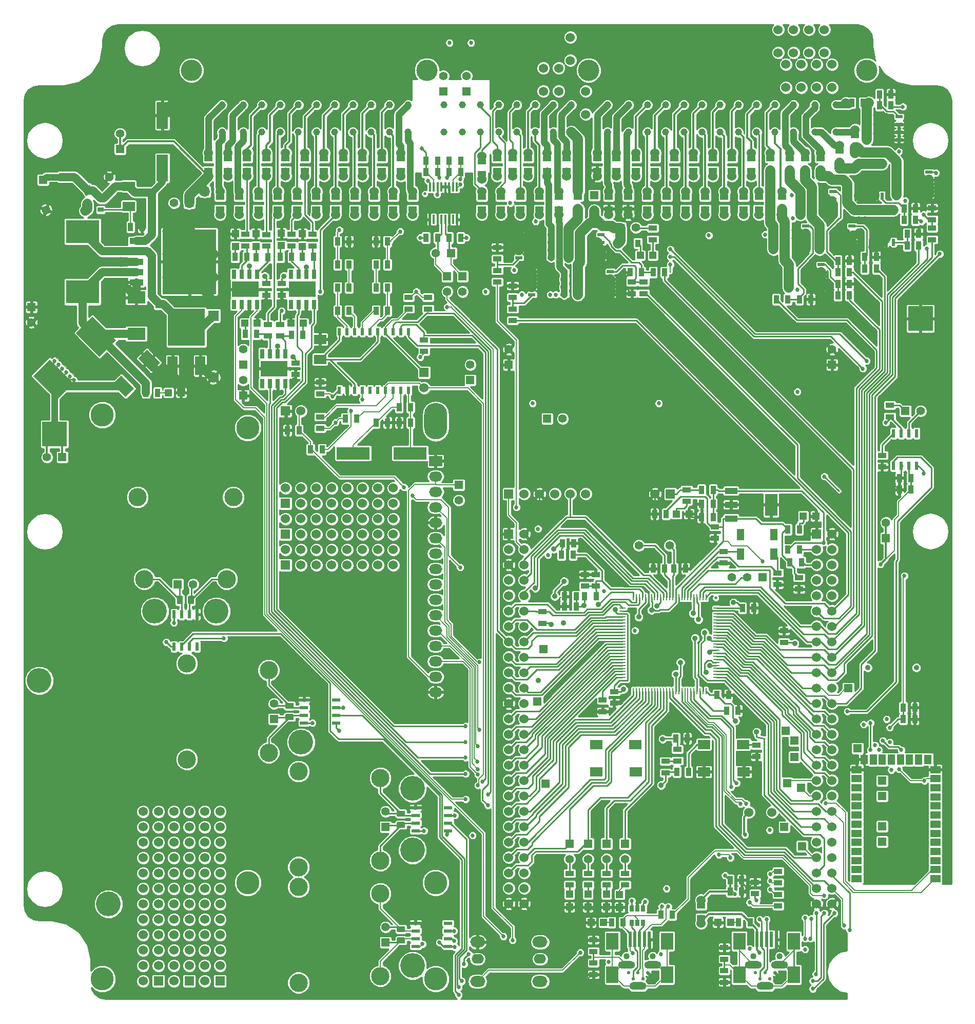
<source format=gtl>
G04 (created by PCBNEW (2013-07-07 BZR 4022)-stable) date 03/11/2014 14:59:00*
%MOIN*%
G04 Gerber Fmt 3.4, Leading zero omitted, Abs format*
%FSLAX34Y34*%
G01*
G70*
G90*
G04 APERTURE LIST*
%ADD10C,0.00393701*%
%ADD11C,0.15*%
%ADD12O,0.085X0.065*%
%ADD13R,0.085X0.065*%
%ADD14O,0.15X0.23622*%
%ADD15R,0.04X0.01*%
%ADD16R,0.01X0.04*%
%ADD17C,0.02*%
%ADD18R,0.0177X0.059*%
%ADD19R,0.055X0.035*%
%ADD20C,0.06*%
%ADD21R,0.008X0.06*%
%ADD22C,0.0453*%
%ADD23C,0.1378*%
%ADD24R,0.035X0.055*%
%ADD25R,0.055X0.055*%
%ADD26C,0.055*%
%ADD27R,0.0472X0.0472*%
%ADD28R,0.06X0.06*%
%ADD29R,0.08X0.144*%
%ADD30R,0.08X0.04*%
%ADD31C,0.056*%
%ADD32R,0.0275591X0.0393701*%
%ADD33R,0.0787402X0.0590551*%
%ADD34R,0.16X0.16*%
%ADD35R,0.1181X0.0787*%
%ADD36R,0.2165X0.1516*%
%ADD37R,0.09X0.042*%
%ADD38R,0.35X0.42*%
%ADD39R,0.065X0.12*%
%ADD40R,0.24X0.24*%
%ADD41R,0.0748X0.1732*%
%ADD42R,0.08X0.06*%
%ADD43R,0.0394X0.0315*%
%ADD44C,0.07*%
%ADD45R,0.07X0.07*%
%ADD46R,0.2165X0.0787*%
%ADD47R,0.02X0.05*%
%ADD48C,0.035*%
%ADD49R,0.045X0.02*%
%ADD50R,0.02X0.045*%
%ADD51R,0.038X0.05*%
%ADD52R,0.0236X0.0551*%
%ADD53R,0.175X0.1*%
%ADD54R,0.03X0.06*%
%ADD55C,0.022*%
%ADD56O,0.11X0.05*%
%ADD57R,0.02X0.1*%
%ADD58R,0.0787402X0.11*%
%ADD59C,0.04*%
%ADD60O,0.0787X0.063*%
%ADD61O,0.0984X0.0709*%
%ADD62R,0.0669X0.0472*%
%ADD63R,0.0472X0.0629*%
%ADD64R,0.0472X0.0669*%
%ADD65C,0.1181*%
%ADD66R,0.0551X0.0236*%
%ADD67R,0.045X0.025*%
%ADD68C,0.16*%
%ADD69R,0.025X0.045*%
%ADD70R,0.0511811X0.0748031*%
%ADD71C,0.027*%
%ADD72C,0.043*%
%ADD73C,0.065*%
%ADD74C,0.006*%
%ADD75C,0.0085*%
%ADD76C,0.012*%
%ADD77C,0.042*%
%ADD78C,0.01*%
%ADD79C,0.0544*%
%ADD80C,0.065*%
%ADD81C,0.008*%
G04 APERTURE END LIST*
G54D10*
G54D11*
X57295Y-42584D03*
X57295Y-72112D03*
X69500Y-72112D03*
G54D12*
X69500Y-58750D03*
X69500Y-59750D03*
G54D13*
X69500Y-44750D03*
G54D12*
X69500Y-45750D03*
X69500Y-46750D03*
X69500Y-47750D03*
X69500Y-48750D03*
X69500Y-49750D03*
X69500Y-50750D03*
X69500Y-51750D03*
X69500Y-52750D03*
X69500Y-53750D03*
X69500Y-54750D03*
X69500Y-55750D03*
X69500Y-56750D03*
X69500Y-57750D03*
G54D14*
X69500Y-42167D03*
G54D11*
X69500Y-78364D03*
X47845Y-41750D03*
X47846Y-78364D03*
G54D15*
X87750Y-54274D03*
X87750Y-58994D03*
X87750Y-58794D03*
X87750Y-58604D03*
X87750Y-58404D03*
X87750Y-58204D03*
X87750Y-58014D03*
X87750Y-57814D03*
X87750Y-57614D03*
X87750Y-57424D03*
X87750Y-57224D03*
X87750Y-57024D03*
X87750Y-56824D03*
X87750Y-56634D03*
X87750Y-56434D03*
X87750Y-56234D03*
X87750Y-56044D03*
X87750Y-55844D03*
X87750Y-55644D03*
X87750Y-55454D03*
X87750Y-55254D03*
X87750Y-55054D03*
X87750Y-54864D03*
X87750Y-54664D03*
X87750Y-54464D03*
G54D16*
X87060Y-59684D03*
X82340Y-59684D03*
X82540Y-59684D03*
X82730Y-59684D03*
X82930Y-59684D03*
X83130Y-59684D03*
X83320Y-59684D03*
X83520Y-59684D03*
X83720Y-59684D03*
X83910Y-59684D03*
X84110Y-59684D03*
X84310Y-59684D03*
X84510Y-59684D03*
X84700Y-59684D03*
X84900Y-59684D03*
X85100Y-59684D03*
X85290Y-59684D03*
X85490Y-59684D03*
X85690Y-59684D03*
X85880Y-59684D03*
X86080Y-59684D03*
X86280Y-59684D03*
X86470Y-59684D03*
X86670Y-59684D03*
X86870Y-59684D03*
X87060Y-53584D03*
X86860Y-53584D03*
X86670Y-53584D03*
X86470Y-53584D03*
X86270Y-53584D03*
X86080Y-53584D03*
X85880Y-53584D03*
X85680Y-53584D03*
X85490Y-53584D03*
X85290Y-53584D03*
X85090Y-53584D03*
X84890Y-53584D03*
X84700Y-53584D03*
X84500Y-53584D03*
X84300Y-53584D03*
X84110Y-53584D03*
X83910Y-53584D03*
X83710Y-53584D03*
X83520Y-53584D03*
X83320Y-53584D03*
X83120Y-53584D03*
X82930Y-53584D03*
X82730Y-53584D03*
X82530Y-53584D03*
X82340Y-53584D03*
G54D15*
X81650Y-54274D03*
X81650Y-54474D03*
X81650Y-54664D03*
X81650Y-54864D03*
X81650Y-55064D03*
X81650Y-55254D03*
X81650Y-55454D03*
X81650Y-55654D03*
X81650Y-55844D03*
X81650Y-56044D03*
X81650Y-56244D03*
X81650Y-56444D03*
X81650Y-56634D03*
X81650Y-56834D03*
X81650Y-57034D03*
X81650Y-57224D03*
X81650Y-57424D03*
X81650Y-57624D03*
X81650Y-57814D03*
X81650Y-58014D03*
X81650Y-58214D03*
X81650Y-58404D03*
X81650Y-58604D03*
X81650Y-58804D03*
X81650Y-58994D03*
G54D17*
X87700Y-53634D03*
G54D18*
X69125Y-29059D03*
X69375Y-29059D03*
X69625Y-29059D03*
X69875Y-29059D03*
X70125Y-29059D03*
X70375Y-29059D03*
X70625Y-29059D03*
X70875Y-29059D03*
X70875Y-26941D03*
X70625Y-26941D03*
X70375Y-26941D03*
X70125Y-26941D03*
X69875Y-26941D03*
X69625Y-26941D03*
X69375Y-26941D03*
X69125Y-26941D03*
G54D17*
X68800Y-27400D03*
G54D19*
X78000Y-25875D03*
X78000Y-25125D03*
G54D20*
X78000Y-24750D03*
X78000Y-26250D03*
G54D21*
X78000Y-25000D03*
X78000Y-26000D03*
G54D19*
X61000Y-25875D03*
X61000Y-25125D03*
G54D20*
X61000Y-24750D03*
X61000Y-26250D03*
G54D21*
X61000Y-25000D03*
X61000Y-26000D03*
G54D19*
X59750Y-25875D03*
X59750Y-25125D03*
G54D20*
X59750Y-24750D03*
X59750Y-26250D03*
G54D21*
X59750Y-25000D03*
X59750Y-26000D03*
G54D19*
X58500Y-25875D03*
X58500Y-25125D03*
G54D20*
X58500Y-24750D03*
X58500Y-26250D03*
G54D21*
X58500Y-25000D03*
X58500Y-26000D03*
G54D19*
X57250Y-25875D03*
X57250Y-25125D03*
G54D20*
X57250Y-24750D03*
X57250Y-26250D03*
G54D21*
X57250Y-25000D03*
X57250Y-26000D03*
G54D19*
X54750Y-25875D03*
X54750Y-25125D03*
G54D20*
X54750Y-24750D03*
X54750Y-26250D03*
G54D21*
X54750Y-26000D03*
X54750Y-25000D03*
G54D19*
X56000Y-25875D03*
X56000Y-25125D03*
G54D20*
X56000Y-24750D03*
X56000Y-26250D03*
G54D21*
X56000Y-26000D03*
X56000Y-25000D03*
G54D19*
X87000Y-28375D03*
X87000Y-27625D03*
G54D20*
X87000Y-27250D03*
X87000Y-28750D03*
G54D21*
X87000Y-28500D03*
X87000Y-27500D03*
G54D22*
X55621Y-21628D03*
X55621Y-23400D03*
X56998Y-23400D03*
X56998Y-21628D03*
X61762Y-21628D03*
X61762Y-23400D03*
X60581Y-23400D03*
X60581Y-21628D03*
X58219Y-21628D03*
X58219Y-23400D03*
X59400Y-23400D03*
X59400Y-21628D03*
X64124Y-21628D03*
X64124Y-23400D03*
X62943Y-23400D03*
X62943Y-21628D03*
X65305Y-21628D03*
X65305Y-23400D03*
X66486Y-23400D03*
X66486Y-21628D03*
X73592Y-21628D03*
X73592Y-23400D03*
X72411Y-23400D03*
X72411Y-21628D03*
X70049Y-21628D03*
X70049Y-23400D03*
X71230Y-23400D03*
X71230Y-21628D03*
X75955Y-21628D03*
X75955Y-23400D03*
X74774Y-23400D03*
X74774Y-21628D03*
X77136Y-21628D03*
X77136Y-23400D03*
X67707Y-21628D03*
X67707Y-23400D03*
X78317Y-23400D03*
X78317Y-21628D03*
X82036Y-23400D03*
X82036Y-21628D03*
X80658Y-23400D03*
X80658Y-21628D03*
X86801Y-23400D03*
X86801Y-21628D03*
X85620Y-23400D03*
X85620Y-21628D03*
X83258Y-23400D03*
X83258Y-21628D03*
X84439Y-23400D03*
X84439Y-21628D03*
X89163Y-23400D03*
X89163Y-21628D03*
X87982Y-23400D03*
X87982Y-21628D03*
X90344Y-23400D03*
X90344Y-21628D03*
X91525Y-23400D03*
X91525Y-21628D03*
X92746Y-23400D03*
X92746Y-21628D03*
X94124Y-23400D03*
X94124Y-21628D03*
G54D23*
X53632Y-19384D03*
X68927Y-19384D03*
X79439Y-19384D03*
G54D22*
X95502Y-23400D03*
X95502Y-21628D03*
G54D23*
X97490Y-19384D03*
G54D19*
X75500Y-25875D03*
X75500Y-25125D03*
G54D20*
X75500Y-24750D03*
X75500Y-26250D03*
G54D19*
X77500Y-28375D03*
X77500Y-27625D03*
G54D20*
X77500Y-27250D03*
X77500Y-28750D03*
G54D19*
X76750Y-25875D03*
X76750Y-25125D03*
G54D20*
X76750Y-24750D03*
X76750Y-26250D03*
G54D19*
X78750Y-28375D03*
X78750Y-27625D03*
G54D20*
X78750Y-27250D03*
X78750Y-28750D03*
G54D19*
X80750Y-28375D03*
X80750Y-27625D03*
G54D20*
X80750Y-27250D03*
X80750Y-28750D03*
G54D19*
X80000Y-25875D03*
X80000Y-25125D03*
G54D20*
X80000Y-24750D03*
X80000Y-26250D03*
G54D19*
X82000Y-28375D03*
X82000Y-27625D03*
G54D20*
X82000Y-27250D03*
X82000Y-28750D03*
G54D19*
X81250Y-25875D03*
X81250Y-25125D03*
G54D20*
X81250Y-24750D03*
X81250Y-26250D03*
G54D19*
X83250Y-28375D03*
X83250Y-27625D03*
G54D20*
X83250Y-27250D03*
X83250Y-28750D03*
G54D19*
X82500Y-25875D03*
X82500Y-25125D03*
G54D20*
X82500Y-24750D03*
X82500Y-26250D03*
G54D19*
X84500Y-28375D03*
X84500Y-27625D03*
G54D20*
X84500Y-27250D03*
X84500Y-28750D03*
G54D19*
X83750Y-25875D03*
X83750Y-25125D03*
G54D20*
X83750Y-24750D03*
X83750Y-26250D03*
G54D19*
X85750Y-28375D03*
X85750Y-27625D03*
G54D20*
X85750Y-27250D03*
X85750Y-28750D03*
G54D19*
X85000Y-25875D03*
X85000Y-25125D03*
G54D20*
X85000Y-24750D03*
X85000Y-26250D03*
G54D19*
X76250Y-28375D03*
X76250Y-27625D03*
G54D20*
X76250Y-27250D03*
X76250Y-28750D03*
G54D19*
X86250Y-25875D03*
X86250Y-25125D03*
G54D20*
X86250Y-24750D03*
X86250Y-26250D03*
G54D19*
X88250Y-28375D03*
X88250Y-27625D03*
G54D20*
X88250Y-27250D03*
X88250Y-28750D03*
G54D19*
X87500Y-25875D03*
X87500Y-25125D03*
G54D20*
X87500Y-24750D03*
X87500Y-26250D03*
G54D19*
X89500Y-28375D03*
X89500Y-27625D03*
G54D20*
X89500Y-27250D03*
X89500Y-28750D03*
G54D19*
X88750Y-25875D03*
X88750Y-25125D03*
G54D20*
X88750Y-24750D03*
X88750Y-26250D03*
G54D19*
X90500Y-28375D03*
X90500Y-27625D03*
G54D20*
X90500Y-27250D03*
X90500Y-28750D03*
G54D19*
X90000Y-25875D03*
X90000Y-25125D03*
G54D20*
X90000Y-24750D03*
X90000Y-26250D03*
G54D19*
X92000Y-28375D03*
X92000Y-27625D03*
G54D20*
X92000Y-27250D03*
X92000Y-28750D03*
G54D19*
X91250Y-25875D03*
X91250Y-25125D03*
G54D20*
X91250Y-24750D03*
X91250Y-26250D03*
G54D19*
X93500Y-25875D03*
X93500Y-25125D03*
G54D20*
X93500Y-24750D03*
X93500Y-26250D03*
G54D19*
X92500Y-25875D03*
X92500Y-25125D03*
G54D20*
X92500Y-24750D03*
X92500Y-26250D03*
G54D19*
X95750Y-25375D03*
X95750Y-24625D03*
G54D20*
X95750Y-24250D03*
X95750Y-25750D03*
G54D19*
X94500Y-25875D03*
X94500Y-25125D03*
G54D20*
X94500Y-24750D03*
X94500Y-26250D03*
G54D19*
X96750Y-24375D03*
X96750Y-23625D03*
G54D20*
X96750Y-23250D03*
X96750Y-24750D03*
G54D24*
X97275Y-21500D03*
X96525Y-21500D03*
G54D20*
X96150Y-21500D03*
X97650Y-21500D03*
G54D19*
X65500Y-28375D03*
X65500Y-27625D03*
G54D20*
X65500Y-27250D03*
X65500Y-28750D03*
G54D19*
X56750Y-28375D03*
X56750Y-27625D03*
G54D20*
X56750Y-27250D03*
X56750Y-28750D03*
G54D19*
X58000Y-28375D03*
X58000Y-27625D03*
G54D20*
X58000Y-27250D03*
X58000Y-28750D03*
G54D19*
X59250Y-28375D03*
X59250Y-27625D03*
G54D20*
X59250Y-27250D03*
X59250Y-28750D03*
G54D19*
X60500Y-28375D03*
X60500Y-27625D03*
G54D20*
X60500Y-27250D03*
X60500Y-28750D03*
G54D19*
X61750Y-28375D03*
X61750Y-27625D03*
G54D20*
X61750Y-27250D03*
X61750Y-28750D03*
G54D19*
X63000Y-28375D03*
X63000Y-27625D03*
G54D20*
X63000Y-27250D03*
X63000Y-28750D03*
G54D19*
X62250Y-25875D03*
X62250Y-25125D03*
G54D20*
X62250Y-24750D03*
X62250Y-26250D03*
G54D19*
X64250Y-28375D03*
X64250Y-27625D03*
G54D20*
X64250Y-27250D03*
X64250Y-28750D03*
G54D19*
X63500Y-25875D03*
X63500Y-25125D03*
G54D20*
X63500Y-24750D03*
X63500Y-26250D03*
G54D19*
X55500Y-28375D03*
X55500Y-27625D03*
G54D20*
X55500Y-27250D03*
X55500Y-28750D03*
G54D19*
X64750Y-25875D03*
X64750Y-25125D03*
G54D20*
X64750Y-24750D03*
X64750Y-26250D03*
G54D19*
X66750Y-28375D03*
X66750Y-27625D03*
G54D20*
X66750Y-27250D03*
X66750Y-28750D03*
G54D19*
X66000Y-25875D03*
X66000Y-25125D03*
G54D20*
X66000Y-24750D03*
X66000Y-26250D03*
G54D19*
X68000Y-28375D03*
X68000Y-27625D03*
G54D20*
X68000Y-27250D03*
X68000Y-28750D03*
G54D19*
X67250Y-25875D03*
X67250Y-25125D03*
G54D20*
X67250Y-24750D03*
X67250Y-26250D03*
G54D19*
X72500Y-28375D03*
X72500Y-27625D03*
G54D20*
X72500Y-27250D03*
X72500Y-28750D03*
G54D19*
X72500Y-26075D03*
X72500Y-25325D03*
G54D20*
X72500Y-24950D03*
X72500Y-26450D03*
G54D25*
X74250Y-38500D03*
G54D26*
X74250Y-37500D03*
G54D25*
X95250Y-38500D03*
G54D26*
X95250Y-37500D03*
G54D25*
X70500Y-31250D03*
G54D26*
X69500Y-31250D03*
G54D19*
X90350Y-63934D03*
X90350Y-63184D03*
G54D24*
X84975Y-51734D03*
X85725Y-51734D03*
X84375Y-51734D03*
X83625Y-51734D03*
G54D19*
X84425Y-64984D03*
X84425Y-64234D03*
G54D24*
X77875Y-53534D03*
X78625Y-53534D03*
X77875Y-54184D03*
X78625Y-54184D03*
G54D19*
X79200Y-52109D03*
X79200Y-52859D03*
X79900Y-52109D03*
X79900Y-52859D03*
X87650Y-49759D03*
X87650Y-49009D03*
G54D24*
X78475Y-50084D03*
X77725Y-50084D03*
X83725Y-48184D03*
X84475Y-48184D03*
G54D19*
X81100Y-60459D03*
X81100Y-59709D03*
G54D24*
X88525Y-59934D03*
X87775Y-59934D03*
X90175Y-54284D03*
X89425Y-54284D03*
G54D19*
X80350Y-60259D03*
X80350Y-61009D03*
X93100Y-53059D03*
X93100Y-52309D03*
G54D24*
X88400Y-60959D03*
X89150Y-60959D03*
X86775Y-48384D03*
X87525Y-48384D03*
X87525Y-47534D03*
X86775Y-47534D03*
G54D27*
X85137Y-48184D03*
X85963Y-48184D03*
G54D24*
X78425Y-50834D03*
X77675Y-50834D03*
G54D25*
X78200Y-69584D03*
G54D26*
X78200Y-70584D03*
G54D25*
X79400Y-69584D03*
G54D26*
X79400Y-70584D03*
G54D25*
X80600Y-69584D03*
G54D26*
X80600Y-70584D03*
G54D25*
X81800Y-69584D03*
G54D26*
X81800Y-70584D03*
G54D25*
X90750Y-52284D03*
G54D26*
X89750Y-52284D03*
X88750Y-52284D03*
G54D28*
X74250Y-49484D03*
G54D20*
X75250Y-49484D03*
X74250Y-50484D03*
X75250Y-50484D03*
X74250Y-51484D03*
X75250Y-51484D03*
X74250Y-52484D03*
X75250Y-52484D03*
X74250Y-53484D03*
X75250Y-53484D03*
X74250Y-54484D03*
X75250Y-54484D03*
X74250Y-55484D03*
X75250Y-55484D03*
X74250Y-56484D03*
X75250Y-56484D03*
X74250Y-57484D03*
X75250Y-57484D03*
X74250Y-58484D03*
X75250Y-58484D03*
X74250Y-59484D03*
X75250Y-59484D03*
X74250Y-60484D03*
X75250Y-60484D03*
X74250Y-61484D03*
X75250Y-61484D03*
X74250Y-62484D03*
X75250Y-62484D03*
X74250Y-63484D03*
X75250Y-63484D03*
X74250Y-64484D03*
X75250Y-64484D03*
X74250Y-65484D03*
X75250Y-65484D03*
X74250Y-66484D03*
X75250Y-66484D03*
X74250Y-67484D03*
X75250Y-67484D03*
X74250Y-68484D03*
X75250Y-68484D03*
X74250Y-69484D03*
X75250Y-69484D03*
X74250Y-70484D03*
X75250Y-70484D03*
X74250Y-71484D03*
X75250Y-71484D03*
X74250Y-72484D03*
X75250Y-72484D03*
X74250Y-73484D03*
X75250Y-73484D03*
G54D28*
X94250Y-49484D03*
G54D20*
X95250Y-49484D03*
X94250Y-50484D03*
X95250Y-50484D03*
X94250Y-51484D03*
X95250Y-51484D03*
X94250Y-52484D03*
X95250Y-52484D03*
X94250Y-53484D03*
X95250Y-53484D03*
X94250Y-54484D03*
X95250Y-54484D03*
X94250Y-55484D03*
X95250Y-55484D03*
X94250Y-56484D03*
X95250Y-56484D03*
X94250Y-57484D03*
X95250Y-57484D03*
X94250Y-58484D03*
X95250Y-58484D03*
X94250Y-59484D03*
X95250Y-59484D03*
X94250Y-60484D03*
X95250Y-60484D03*
X94250Y-61484D03*
X95250Y-61484D03*
X94250Y-62484D03*
X95250Y-62484D03*
X94250Y-63484D03*
X95250Y-63484D03*
X94250Y-64484D03*
X95250Y-64484D03*
X94250Y-65484D03*
X95250Y-65484D03*
X94250Y-66484D03*
X95250Y-66484D03*
X94250Y-67484D03*
X95250Y-67484D03*
X94250Y-68484D03*
X95250Y-68484D03*
X94250Y-69484D03*
X95250Y-69484D03*
X94250Y-70484D03*
X95250Y-70484D03*
X94250Y-71484D03*
X95250Y-71484D03*
X94250Y-72484D03*
X95250Y-72484D03*
X94250Y-73484D03*
X95250Y-73484D03*
G54D28*
X84750Y-46884D03*
G54D20*
X83750Y-46884D03*
G54D28*
X74250Y-46884D03*
G54D20*
X75250Y-46884D03*
X76250Y-46884D03*
X77250Y-46884D03*
X78250Y-46884D03*
X79250Y-46884D03*
G54D24*
X85100Y-62759D03*
X85850Y-62759D03*
G54D19*
X85200Y-64209D03*
X85200Y-63459D03*
G54D24*
X85175Y-64934D03*
X85925Y-64934D03*
G54D19*
X92125Y-55759D03*
X92125Y-56509D03*
X76450Y-54525D03*
X76450Y-55275D03*
X78200Y-72259D03*
X78200Y-71509D03*
X79400Y-72259D03*
X79400Y-71509D03*
X80600Y-72259D03*
X80600Y-71509D03*
X81800Y-72259D03*
X81800Y-71509D03*
G54D24*
X79925Y-53534D03*
X79175Y-53534D03*
G54D19*
X85800Y-47359D03*
X85800Y-46609D03*
G54D24*
X80925Y-74700D03*
X81675Y-74700D03*
X93125Y-49184D03*
X92375Y-49184D03*
G54D29*
X91300Y-47584D03*
G54D30*
X88700Y-47584D03*
X88700Y-48484D03*
X88700Y-46684D03*
G54D31*
X82700Y-50234D03*
X84700Y-50234D03*
G54D19*
X79750Y-76575D03*
X79750Y-75825D03*
X79750Y-77325D03*
X79750Y-78075D03*
X91700Y-52759D03*
X91700Y-52009D03*
X88200Y-51359D03*
X88200Y-50609D03*
G54D32*
X82974Y-73777D03*
X82600Y-73777D03*
X82225Y-73777D03*
X82225Y-74722D03*
X82600Y-74722D03*
X82974Y-74722D03*
G54D33*
X86920Y-63148D03*
X89479Y-63148D03*
X89518Y-64919D03*
X86920Y-64919D03*
X79920Y-63148D03*
X82479Y-63148D03*
X82518Y-64919D03*
X79920Y-64919D03*
G54D34*
X101000Y-35500D03*
G54D27*
X80590Y-72871D03*
X80590Y-73697D03*
X78190Y-72871D03*
X78190Y-73697D03*
X79390Y-72871D03*
X79390Y-73697D03*
X81450Y-72887D03*
X81450Y-73713D03*
X80413Y-74700D03*
X79587Y-74700D03*
X93377Y-48324D03*
X94203Y-48324D03*
G54D24*
X84125Y-74200D03*
X84875Y-74200D03*
X86775Y-46624D03*
X87525Y-46624D03*
X92515Y-51324D03*
X93265Y-51324D03*
X92375Y-50504D03*
X93125Y-50504D03*
X69625Y-26000D03*
X68875Y-26000D03*
X71125Y-26000D03*
X70375Y-26000D03*
X69625Y-25250D03*
X68875Y-25250D03*
X71125Y-25250D03*
X70375Y-25250D03*
X68875Y-30250D03*
X69625Y-30250D03*
X70375Y-30250D03*
X71125Y-30250D03*
G54D35*
X50056Y-36491D03*
X50056Y-34129D03*
G54D10*
G36*
X49360Y-40590D02*
X48525Y-39755D01*
X49081Y-39199D01*
X49916Y-40034D01*
X49360Y-40590D01*
X49360Y-40590D01*
G37*
G36*
X51030Y-38920D02*
X50195Y-38085D01*
X50751Y-37529D01*
X51586Y-38364D01*
X51030Y-38920D01*
X51030Y-38920D01*
G37*
G54D36*
X46556Y-29851D03*
X46556Y-33769D03*
G54D10*
G36*
X47211Y-35373D02*
X48742Y-36904D01*
X47670Y-37976D01*
X46139Y-36445D01*
X47211Y-35373D01*
X47211Y-35373D01*
G37*
G36*
X44441Y-38143D02*
X45972Y-39674D01*
X44900Y-40746D01*
X43369Y-39215D01*
X44441Y-38143D01*
X44441Y-38143D01*
G37*
G54D24*
X50681Y-40310D03*
X51431Y-40310D03*
G54D27*
X52143Y-40310D03*
X52969Y-40310D03*
G54D37*
X50056Y-30470D03*
G54D38*
X53506Y-31810D03*
G54D37*
X50056Y-31810D03*
X50056Y-31140D03*
X50056Y-32480D03*
X50056Y-33150D03*
G54D39*
X52406Y-38560D03*
G54D40*
X53306Y-36060D03*
G54D39*
X54206Y-38560D03*
G54D41*
X51750Y-25732D03*
X51750Y-22307D03*
G54D24*
X49681Y-29560D03*
X50431Y-29560D03*
G54D25*
X51556Y-34560D03*
G54D42*
X49556Y-28210D03*
X49556Y-26910D03*
G54D43*
X46873Y-28060D03*
X47739Y-27685D03*
X47739Y-28435D03*
G54D44*
X55056Y-39310D03*
G54D45*
X55056Y-35310D03*
G54D10*
G36*
X46782Y-27541D02*
X46550Y-27043D01*
X47048Y-26810D01*
X47281Y-27309D01*
X46782Y-27541D01*
X46782Y-27541D01*
G37*
G54D26*
X44196Y-28443D03*
G54D25*
X45306Y-26310D03*
G54D26*
X48306Y-26310D03*
G54D25*
X53500Y-28000D03*
G54D26*
X52500Y-28000D03*
G54D42*
X62000Y-38150D03*
X62000Y-36850D03*
G54D24*
X67875Y-42250D03*
X67125Y-42250D03*
X65625Y-42250D03*
X66375Y-42250D03*
G54D46*
X64150Y-44250D03*
X67850Y-44250D03*
G54D47*
X67750Y-36350D03*
X67250Y-36350D03*
X66750Y-36350D03*
X66250Y-36350D03*
X65750Y-36350D03*
X65250Y-36350D03*
X64750Y-36350D03*
X64250Y-36350D03*
X63750Y-36350D03*
X63250Y-36350D03*
X63250Y-40150D03*
X63750Y-40150D03*
X64250Y-40150D03*
X64750Y-40150D03*
X65250Y-40150D03*
X65750Y-40150D03*
X66250Y-40150D03*
X66750Y-40150D03*
X67250Y-40150D03*
X67750Y-40150D03*
G54D28*
X59750Y-41500D03*
G54D20*
X60750Y-41500D03*
G54D25*
X76750Y-42000D03*
G54D26*
X77750Y-42000D03*
G54D25*
X71750Y-39500D03*
G54D26*
X71750Y-38500D03*
G54D19*
X88250Y-76325D03*
X88250Y-77075D03*
G54D24*
X88625Y-71950D03*
X89375Y-71950D03*
X89375Y-72700D03*
X88625Y-72700D03*
G54D19*
X90250Y-72075D03*
X90250Y-72825D03*
X88250Y-77825D03*
X88250Y-78575D03*
G54D24*
X89925Y-74700D03*
X89175Y-74700D03*
X100625Y-60750D03*
X99875Y-60750D03*
X99875Y-61500D03*
X100625Y-61500D03*
G54D27*
X88663Y-74700D03*
X87837Y-74700D03*
G54D48*
X97576Y-58158D03*
X100725Y-58158D03*
G54D19*
X83000Y-33125D03*
X83000Y-33875D03*
G54D24*
X83625Y-32500D03*
X84375Y-32500D03*
G54D19*
X73500Y-32375D03*
X73500Y-33125D03*
X74500Y-34875D03*
X74500Y-35625D03*
G54D24*
X95625Y-34000D03*
X96375Y-34000D03*
X92375Y-34250D03*
X91625Y-34250D03*
X96375Y-33250D03*
X95625Y-33250D03*
X93875Y-34250D03*
X93125Y-34250D03*
G54D19*
X73500Y-30875D03*
X73500Y-31625D03*
X74500Y-33375D03*
X74500Y-34125D03*
G54D24*
X82125Y-32500D03*
X82875Y-32500D03*
G54D19*
X82250Y-33875D03*
X82250Y-33125D03*
G54D49*
X92450Y-33500D03*
X94550Y-33500D03*
X92450Y-33000D03*
X92450Y-32500D03*
X92450Y-32000D03*
X94550Y-33000D03*
X94550Y-32500D03*
X94550Y-32000D03*
X91450Y-31000D03*
X93550Y-31000D03*
X91450Y-30500D03*
X91450Y-30000D03*
X91450Y-29500D03*
X93550Y-30500D03*
X93550Y-30000D03*
X93550Y-29500D03*
X77000Y-30050D03*
X74900Y-30050D03*
X77000Y-30550D03*
X77000Y-31050D03*
X77000Y-31550D03*
X74900Y-30550D03*
X74900Y-31050D03*
X74900Y-31550D03*
X78150Y-31550D03*
X80250Y-31550D03*
X78150Y-31050D03*
X78150Y-30550D03*
X78150Y-30050D03*
X80250Y-31050D03*
X80250Y-30550D03*
X80250Y-30050D03*
X78750Y-33950D03*
X80850Y-33950D03*
X78750Y-33450D03*
X78750Y-32950D03*
X78750Y-32450D03*
X80850Y-33450D03*
X80850Y-32950D03*
X80850Y-32450D03*
X77850Y-32450D03*
X75750Y-32450D03*
X77850Y-32950D03*
X77850Y-33450D03*
X77850Y-33950D03*
X75750Y-32950D03*
X75750Y-33450D03*
X75750Y-33950D03*
G54D50*
X97000Y-25450D03*
X97000Y-27550D03*
X97500Y-25450D03*
X98000Y-25450D03*
X98500Y-25450D03*
X97500Y-27550D03*
X98000Y-27550D03*
X98500Y-27550D03*
G54D49*
X97500Y-23900D03*
X99600Y-23900D03*
X97500Y-23400D03*
X97500Y-22900D03*
X97500Y-22400D03*
X99600Y-23400D03*
X99600Y-22900D03*
X99600Y-22400D03*
X99450Y-27500D03*
X101550Y-27500D03*
X99450Y-27000D03*
X99450Y-26500D03*
X99450Y-26000D03*
X101550Y-27000D03*
X101550Y-26500D03*
X101550Y-26000D03*
G54D50*
X97750Y-28450D03*
X97750Y-30550D03*
X98250Y-28450D03*
X98750Y-28450D03*
X99250Y-28450D03*
X98250Y-30550D03*
X98750Y-30550D03*
X99250Y-30550D03*
G54D49*
X94450Y-31000D03*
X96550Y-31000D03*
X94450Y-30500D03*
X94450Y-30000D03*
X94450Y-29500D03*
X96550Y-30500D03*
X96550Y-30000D03*
X96550Y-29500D03*
X93200Y-28750D03*
X95300Y-28750D03*
X93200Y-28250D03*
X93200Y-27750D03*
X93200Y-27250D03*
X95300Y-28250D03*
X95300Y-27750D03*
X95300Y-27250D03*
G54D24*
X99075Y-20950D03*
X98325Y-20950D03*
G54D19*
X101750Y-28325D03*
X101750Y-29075D03*
G54D24*
X100675Y-28350D03*
X99925Y-28350D03*
X100875Y-30000D03*
X100125Y-30000D03*
X98125Y-31500D03*
X97375Y-31500D03*
X96375Y-31750D03*
X95625Y-31750D03*
G54D51*
X82640Y-30610D03*
X81350Y-30610D03*
G54D19*
X83600Y-29625D03*
X83600Y-30375D03*
G54D25*
X81500Y-29625D03*
G54D26*
X82500Y-29600D03*
G54D25*
X79800Y-27500D03*
G54D26*
X79800Y-28500D03*
G54D24*
X97375Y-32250D03*
X98125Y-32250D03*
X95625Y-32500D03*
X96375Y-32500D03*
X99925Y-29100D03*
X100675Y-29100D03*
X100125Y-30750D03*
X100875Y-30750D03*
G54D19*
X101750Y-29625D03*
X101750Y-30375D03*
G54D24*
X98325Y-21650D03*
X99075Y-21650D03*
G54D27*
X83613Y-31400D03*
X82787Y-31400D03*
G54D24*
X99625Y-46600D03*
X100375Y-46600D03*
X100375Y-45850D03*
X99625Y-45850D03*
G54D19*
X98500Y-44375D03*
X98500Y-45125D03*
G54D52*
X99250Y-42950D03*
X99250Y-45050D03*
X99750Y-42950D03*
X100250Y-42950D03*
X100750Y-42950D03*
X99750Y-45050D03*
X100250Y-45050D03*
X100750Y-45050D03*
G54D19*
X99000Y-41125D03*
X99000Y-41875D03*
G54D25*
X100000Y-41500D03*
G54D26*
X101000Y-41500D03*
G54D53*
X59000Y-38755D03*
G54D54*
X59750Y-37780D03*
X59250Y-37780D03*
X58750Y-37780D03*
X58250Y-37780D03*
X59750Y-39730D03*
X59250Y-39730D03*
X58750Y-39730D03*
X58250Y-39730D03*
G54D53*
X60850Y-33605D03*
G54D54*
X61600Y-32630D03*
X61100Y-32630D03*
X60600Y-32630D03*
X60100Y-32630D03*
X61600Y-34580D03*
X61100Y-34580D03*
X60600Y-34580D03*
X60100Y-34580D03*
G54D53*
X57150Y-33605D03*
G54D54*
X57900Y-32630D03*
X57400Y-32630D03*
X56900Y-32630D03*
X56400Y-32630D03*
X57900Y-34580D03*
X57400Y-34580D03*
X56900Y-34580D03*
X56400Y-34580D03*
G54D24*
X60875Y-36555D03*
X60125Y-36555D03*
G54D19*
X59400Y-35880D03*
X59400Y-36630D03*
G54D24*
X59400Y-31505D03*
X60150Y-31505D03*
X57850Y-31530D03*
X58600Y-31530D03*
G54D19*
X58500Y-30055D03*
X58500Y-30805D03*
X59500Y-33980D03*
X59500Y-33230D03*
X57150Y-30030D03*
X57150Y-30780D03*
G54D24*
X56475Y-31505D03*
X57225Y-31505D03*
G54D19*
X58600Y-35880D03*
X58600Y-36630D03*
G54D24*
X57125Y-36505D03*
X57875Y-36505D03*
G54D19*
X58500Y-33980D03*
X58500Y-33230D03*
X60150Y-30030D03*
X60150Y-30780D03*
X60400Y-39130D03*
X60400Y-38380D03*
X61500Y-30030D03*
X61500Y-30780D03*
G54D24*
X60825Y-31505D03*
X61575Y-31505D03*
G54D27*
X60913Y-35805D03*
X60087Y-35805D03*
X59475Y-30768D03*
X59475Y-29942D03*
X57825Y-30818D03*
X57825Y-29992D03*
X56500Y-30818D03*
X56500Y-29992D03*
X60850Y-30818D03*
X60850Y-29992D03*
X57087Y-35805D03*
X57913Y-35805D03*
G54D25*
X57000Y-38500D03*
G54D26*
X57000Y-37500D03*
G54D25*
X57000Y-40500D03*
G54D26*
X57000Y-39500D03*
G54D28*
X68750Y-39000D03*
G54D20*
X68750Y-40000D03*
G54D19*
X74500Y-25875D03*
X74500Y-25125D03*
G54D20*
X74500Y-24750D03*
X74500Y-26250D03*
G54D19*
X75000Y-28375D03*
X75000Y-27625D03*
G54D20*
X75000Y-27250D03*
X75000Y-28750D03*
G54D19*
X73500Y-25875D03*
X73500Y-25125D03*
G54D20*
X73500Y-24750D03*
X73500Y-26250D03*
G54D19*
X73750Y-28375D03*
X73750Y-27625D03*
G54D20*
X73750Y-27250D03*
X73750Y-28750D03*
G54D55*
X82020Y-77953D03*
X82335Y-78346D03*
X82650Y-77953D03*
X82964Y-78346D03*
X83279Y-77953D03*
G54D56*
X82650Y-78838D03*
X81901Y-77461D03*
X83594Y-77461D03*
G54D57*
X82120Y-75800D03*
X82435Y-75800D03*
X82750Y-75800D03*
X83064Y-75800D03*
X83379Y-75800D03*
G54D58*
X80978Y-78081D03*
X84521Y-78081D03*
X80978Y-75915D03*
X84521Y-75915D03*
G54D59*
X81900Y-76900D03*
X83600Y-76900D03*
G54D57*
X90370Y-75800D03*
X90685Y-75800D03*
X91000Y-75800D03*
X91314Y-75800D03*
X91629Y-75800D03*
G54D58*
X89228Y-78081D03*
X92771Y-78081D03*
X89228Y-75915D03*
X92771Y-75915D03*
G54D59*
X90150Y-76900D03*
X91850Y-76900D03*
G54D55*
X90270Y-77953D03*
X90585Y-78346D03*
X90900Y-77953D03*
X91214Y-78346D03*
X91529Y-77953D03*
G54D56*
X90900Y-78838D03*
X90151Y-77461D03*
X91844Y-77461D03*
G54D25*
X71500Y-20750D03*
G54D26*
X71500Y-19750D03*
G54D25*
X70000Y-20750D03*
G54D26*
X70000Y-19750D03*
G54D60*
X72222Y-77072D03*
X76278Y-77072D03*
G54D61*
X76278Y-75970D03*
X72222Y-75970D03*
X76278Y-78530D03*
X72222Y-78530D03*
G54D62*
X101959Y-65957D03*
X101959Y-65366D03*
X101959Y-64776D03*
X101959Y-66547D03*
X101959Y-67138D03*
X101959Y-67728D03*
X101959Y-68319D03*
X101959Y-68909D03*
X101959Y-69500D03*
X101959Y-70091D03*
X101959Y-70681D03*
X101959Y-71272D03*
X101959Y-71862D03*
G54D63*
X101467Y-64108D03*
G54D64*
X100875Y-64126D03*
X100285Y-64126D03*
X99695Y-64126D03*
X99105Y-64126D03*
X98515Y-64126D03*
X97925Y-64126D03*
G54D63*
X97335Y-64107D03*
G54D62*
X96841Y-64776D03*
X96841Y-65366D03*
X96841Y-65958D03*
X96841Y-66547D03*
X96841Y-67138D03*
X96841Y-67728D03*
X96841Y-68319D03*
X96841Y-68909D03*
X96841Y-69500D03*
X96841Y-70091D03*
X96841Y-70681D03*
X96841Y-71272D03*
X96841Y-71862D03*
G54D25*
X70250Y-32750D03*
G54D26*
X70250Y-33750D03*
G54D25*
X71250Y-32750D03*
G54D26*
X71250Y-33750D03*
G54D25*
X71000Y-46300D03*
G54D26*
X71000Y-47300D03*
G54D25*
X92800Y-62900D03*
X93300Y-69750D03*
X96300Y-59500D03*
X92250Y-62250D03*
X96900Y-63400D03*
X92800Y-63950D03*
X98500Y-65500D03*
X92350Y-65650D03*
X98500Y-66500D03*
X93250Y-65950D03*
X76650Y-65700D03*
X76100Y-60350D03*
X76500Y-56950D03*
X98500Y-68450D03*
X92150Y-68500D03*
X98500Y-69450D03*
G54D65*
X60593Y-78610D03*
X60593Y-72390D03*
X65907Y-78177D03*
X65907Y-72823D03*
G54D66*
X70300Y-74750D03*
X68200Y-74750D03*
X70300Y-75250D03*
X70300Y-75750D03*
X70300Y-76250D03*
X68200Y-75250D03*
X68200Y-75750D03*
X68200Y-76250D03*
G54D19*
X67250Y-75125D03*
X67250Y-75875D03*
G54D67*
X67250Y-75200D03*
X67250Y-75800D03*
G54D25*
X66250Y-76000D03*
G54D26*
X66250Y-75000D03*
G54D68*
X68000Y-77500D03*
X48250Y-73500D03*
G54D65*
X60593Y-71110D03*
X60593Y-64890D03*
X65907Y-70677D03*
X65907Y-65323D03*
G54D66*
X70300Y-67250D03*
X68200Y-67250D03*
X70300Y-67750D03*
X70300Y-68250D03*
X70300Y-68750D03*
X68200Y-67750D03*
X68200Y-68250D03*
X68200Y-68750D03*
G54D19*
X67250Y-67625D03*
X67250Y-68375D03*
G54D67*
X67250Y-67700D03*
X67250Y-68300D03*
G54D25*
X66250Y-68500D03*
G54D26*
X66250Y-67500D03*
G54D68*
X68000Y-70000D03*
X68000Y-66000D03*
G54D65*
X53343Y-64110D03*
X53343Y-57890D03*
X58657Y-63677D03*
X58657Y-58323D03*
G54D66*
X63050Y-60250D03*
X60950Y-60250D03*
X63050Y-60750D03*
X63050Y-61250D03*
X63050Y-61750D03*
X60950Y-60750D03*
X60950Y-61250D03*
X60950Y-61750D03*
G54D19*
X60000Y-60625D03*
X60000Y-61375D03*
G54D67*
X60000Y-60700D03*
X60000Y-61300D03*
G54D25*
X59000Y-61500D03*
G54D26*
X59000Y-60500D03*
G54D68*
X43750Y-59000D03*
X60750Y-63000D03*
G54D65*
X50140Y-47093D03*
X56360Y-47093D03*
X50573Y-52407D03*
X55927Y-52407D03*
G54D52*
X54000Y-56800D03*
X54000Y-54700D03*
X53500Y-56800D03*
X53000Y-56800D03*
X52500Y-56800D03*
X53500Y-54700D03*
X53000Y-54700D03*
X52500Y-54700D03*
G54D24*
X53625Y-53750D03*
X52875Y-53750D03*
G54D69*
X53550Y-53750D03*
X52950Y-53750D03*
G54D25*
X52750Y-52750D03*
G54D26*
X53750Y-52750D03*
G54D68*
X55250Y-54500D03*
X51250Y-54500D03*
G54D70*
X89317Y-50779D03*
X91482Y-50779D03*
X91482Y-49520D03*
X89317Y-49520D03*
G54D34*
X44750Y-43000D03*
G54D25*
X54500Y-27250D03*
X44000Y-26500D03*
G54D21*
X86750Y-73500D03*
G54D19*
X86750Y-74375D03*
X86750Y-73625D03*
G54D20*
X86750Y-73250D03*
X86750Y-74750D03*
G54D21*
X86750Y-74500D03*
G54D20*
X89850Y-67550D03*
X91350Y-67550D03*
G54D19*
X68750Y-37625D03*
X68750Y-36875D03*
X67750Y-34125D03*
X67750Y-34875D03*
X62000Y-42625D03*
X62000Y-41875D03*
X69000Y-34125D03*
X69000Y-34875D03*
G54D24*
X67875Y-41250D03*
X67125Y-41250D03*
G54D19*
X62000Y-40375D03*
X62000Y-39625D03*
G54D24*
X65625Y-33500D03*
X66375Y-33500D03*
X63125Y-30500D03*
X63875Y-30500D03*
X66375Y-30500D03*
X65625Y-30500D03*
X62125Y-44000D03*
X61375Y-44000D03*
X60625Y-42750D03*
X59875Y-42750D03*
X63875Y-33500D03*
X63125Y-33500D03*
X63625Y-42000D03*
X64375Y-42000D03*
G54D19*
X91750Y-71375D03*
X91750Y-72125D03*
X91750Y-72875D03*
X91750Y-73625D03*
G54D24*
X65625Y-35000D03*
X66375Y-35000D03*
X63875Y-35000D03*
X63125Y-35000D03*
X63125Y-32000D03*
X63875Y-32000D03*
X66375Y-32000D03*
X65625Y-32000D03*
G54D28*
X51500Y-78500D03*
G54D20*
X50500Y-78500D03*
X51500Y-77500D03*
X50500Y-77500D03*
X51500Y-76500D03*
X50500Y-76500D03*
X51500Y-75500D03*
X50500Y-75500D03*
X51500Y-74500D03*
X50500Y-74500D03*
X51500Y-73500D03*
X50500Y-73500D03*
X51500Y-72500D03*
X50500Y-72500D03*
X51500Y-71500D03*
X50500Y-71500D03*
X51500Y-70500D03*
X50500Y-70500D03*
X51500Y-69500D03*
X50500Y-69500D03*
X51500Y-68500D03*
X50500Y-68500D03*
X51500Y-67500D03*
X50500Y-67500D03*
G54D28*
X53500Y-78500D03*
G54D20*
X52500Y-78500D03*
X53500Y-77500D03*
X52500Y-77500D03*
X53500Y-76500D03*
X52500Y-76500D03*
X53500Y-75500D03*
X52500Y-75500D03*
X53500Y-74500D03*
X52500Y-74500D03*
X53500Y-73500D03*
X52500Y-73500D03*
X53500Y-72500D03*
X52500Y-72500D03*
X53500Y-71500D03*
X52500Y-71500D03*
X53500Y-70500D03*
X52500Y-70500D03*
X53500Y-69500D03*
X52500Y-69500D03*
X53500Y-68500D03*
X52500Y-68500D03*
X53500Y-67500D03*
X52500Y-67500D03*
G54D28*
X55500Y-78500D03*
G54D20*
X54500Y-78500D03*
X55500Y-77500D03*
X54500Y-77500D03*
X55500Y-76500D03*
X54500Y-76500D03*
X55500Y-75500D03*
X54500Y-75500D03*
X55500Y-74500D03*
X54500Y-74500D03*
X55500Y-73500D03*
X54500Y-73500D03*
X55500Y-72500D03*
X54500Y-72500D03*
X55500Y-71500D03*
X54500Y-71500D03*
X55500Y-70500D03*
X54500Y-70500D03*
X55500Y-69500D03*
X54500Y-69500D03*
X55500Y-68500D03*
X54500Y-68500D03*
X55500Y-67500D03*
X54500Y-67500D03*
G54D28*
X59750Y-47500D03*
G54D20*
X59750Y-46500D03*
X60750Y-47500D03*
X60750Y-46500D03*
X61750Y-47500D03*
X61750Y-46500D03*
X62750Y-47500D03*
X62750Y-46500D03*
X63750Y-47500D03*
X63750Y-46500D03*
X64750Y-47500D03*
X64750Y-46500D03*
X65750Y-47500D03*
X65750Y-46500D03*
X66750Y-47500D03*
X66750Y-46500D03*
G54D28*
X59750Y-49500D03*
G54D20*
X59750Y-48500D03*
X60750Y-49500D03*
X60750Y-48500D03*
X61750Y-49500D03*
X61750Y-48500D03*
X62750Y-49500D03*
X62750Y-48500D03*
X63750Y-49500D03*
X63750Y-48500D03*
X64750Y-49500D03*
X64750Y-48500D03*
X65750Y-49500D03*
X65750Y-48500D03*
X66750Y-49500D03*
X66750Y-48500D03*
G54D28*
X59750Y-51500D03*
G54D20*
X59750Y-50500D03*
X60750Y-51500D03*
X60750Y-50500D03*
X61750Y-51500D03*
X61750Y-50500D03*
X62750Y-51500D03*
X62750Y-50500D03*
X63750Y-51500D03*
X63750Y-50500D03*
X64750Y-51500D03*
X64750Y-50500D03*
X65750Y-51500D03*
X65750Y-50500D03*
X66750Y-51500D03*
X66750Y-50500D03*
G54D25*
X49000Y-24500D03*
G54D26*
X49000Y-23500D03*
G54D25*
X43250Y-34750D03*
G54D26*
X43250Y-35750D03*
G54D25*
X45250Y-44500D03*
G54D26*
X44250Y-44500D03*
G54D25*
X98750Y-49750D03*
G54D26*
X98750Y-48750D03*
G54D20*
X94250Y-19000D03*
X94250Y-20500D03*
X93750Y-16750D03*
X93750Y-18250D03*
X92750Y-16750D03*
X92750Y-18250D03*
X93250Y-19000D03*
X93250Y-20500D03*
X95250Y-19000D03*
X95250Y-20500D03*
X94750Y-16750D03*
X94750Y-18250D03*
X76500Y-19250D03*
X76500Y-20750D03*
X77500Y-19250D03*
X77500Y-20750D03*
X78250Y-17250D03*
X78250Y-18750D03*
X79250Y-20750D03*
X79250Y-22250D03*
X91750Y-16750D03*
X91750Y-18250D03*
X92250Y-19000D03*
X92250Y-20500D03*
G54D48*
X76170Y-59004D03*
X77800Y-55259D03*
G54D71*
X84750Y-32000D03*
X94750Y-45750D03*
X92700Y-29000D03*
X62800Y-40550D03*
X68250Y-33750D03*
X68500Y-38000D03*
X63000Y-42250D03*
X91200Y-68700D03*
X84500Y-72500D03*
X72750Y-33750D03*
X70400Y-17600D03*
X71800Y-17600D03*
X93000Y-40250D03*
X84000Y-41000D03*
X75800Y-41000D03*
X71500Y-30250D03*
X68500Y-30250D03*
X76950Y-33950D03*
X77300Y-33950D03*
X75100Y-33950D03*
X74600Y-32350D03*
X93000Y-33632D03*
X45250Y-38750D03*
X45500Y-39000D03*
X45750Y-39250D03*
X46000Y-39500D03*
X45000Y-38500D03*
X44750Y-38250D03*
X69600Y-27450D03*
X87250Y-30100D03*
X74350Y-28000D03*
X76000Y-29200D03*
X90900Y-30050D03*
X92650Y-27500D03*
X99600Y-24650D03*
X100000Y-27850D03*
X72250Y-65800D03*
X64000Y-41500D03*
X64750Y-40750D03*
X67200Y-29850D03*
X63250Y-29750D03*
X67450Y-46450D03*
X68000Y-47000D03*
X71100Y-51650D03*
G54D72*
X46750Y-28500D03*
G54D48*
X83866Y-54158D03*
X75975Y-52984D03*
X80073Y-54068D03*
X77850Y-52564D03*
X77235Y-53529D03*
G54D71*
X101250Y-65500D03*
X52500Y-55250D03*
X68750Y-68750D03*
X61500Y-61750D03*
X99000Y-63000D03*
X99600Y-64750D03*
X68650Y-76100D03*
X99950Y-52200D03*
X99000Y-62050D03*
X98400Y-51450D03*
X97250Y-38750D03*
X84750Y-31500D03*
X98750Y-42250D03*
X97500Y-38250D03*
X84750Y-31000D03*
X97750Y-61750D03*
X97750Y-63500D03*
X101200Y-45550D03*
X96250Y-61000D03*
X62000Y-33750D03*
X59500Y-35000D03*
X96050Y-74900D03*
X71450Y-66700D03*
X71450Y-65050D03*
X73900Y-75600D03*
X96400Y-75200D03*
G54D48*
X85400Y-57821D03*
G54D71*
X71450Y-64000D03*
X71450Y-61950D03*
X71450Y-63000D03*
G54D48*
X58400Y-32755D03*
X57400Y-32105D03*
X61100Y-32155D03*
X59650Y-32755D03*
X60250Y-38005D03*
X59250Y-37305D03*
X86225Y-54634D03*
X86576Y-55038D03*
G54D71*
X80450Y-53200D03*
X76800Y-50850D03*
X82450Y-55750D03*
X74750Y-47750D03*
X76150Y-49150D03*
X101400Y-30950D03*
X101050Y-29200D03*
X99850Y-21750D03*
X102250Y-31300D03*
X91250Y-71550D03*
X91250Y-72000D03*
X98300Y-63500D03*
X91000Y-74500D03*
X90550Y-74500D03*
X88950Y-72850D03*
X88300Y-71650D03*
X89900Y-73400D03*
X91250Y-72550D03*
X90550Y-76650D03*
X94700Y-50050D03*
X94750Y-72950D03*
G54D48*
X92825Y-56584D03*
G54D71*
X84610Y-73660D03*
X89680Y-66990D03*
X88700Y-65900D03*
X82250Y-73300D03*
X89050Y-65650D03*
X83100Y-73350D03*
X82300Y-76700D03*
X84200Y-73650D03*
X89300Y-67000D03*
X72250Y-65100D03*
X72900Y-66400D03*
X72550Y-65550D03*
X72900Y-67100D03*
X52000Y-56500D03*
X63250Y-62250D03*
X70250Y-69000D03*
X69750Y-76000D03*
X99750Y-63500D03*
X70750Y-76300D03*
X98550Y-62900D03*
G54D48*
X87284Y-56253D03*
G54D71*
X98800Y-61500D03*
X88650Y-70500D03*
X87900Y-70300D03*
X94850Y-66950D03*
X93850Y-75750D03*
X93900Y-74450D03*
X74500Y-75850D03*
X70250Y-34750D03*
X78900Y-76650D03*
X93500Y-74400D03*
X93500Y-75750D03*
G54D48*
X90350Y-62334D03*
X85095Y-58580D03*
X87289Y-58019D03*
X87058Y-58451D03*
X87289Y-57143D03*
G54D71*
X72250Y-63250D03*
X72200Y-64250D03*
X72250Y-64750D03*
X72350Y-57800D03*
X72350Y-62200D03*
X90750Y-51250D03*
G54D48*
X88850Y-53934D03*
X77175Y-50459D03*
X81700Y-59559D03*
X88975Y-61609D03*
X84150Y-65784D03*
X81185Y-54384D03*
X83522Y-54423D03*
G54D71*
X70700Y-75900D03*
X71900Y-69050D03*
X99100Y-64800D03*
X93500Y-76450D03*
X89900Y-76400D03*
X84150Y-76750D03*
X80750Y-77250D03*
X98050Y-63200D03*
X97300Y-61850D03*
X71650Y-76750D03*
X70700Y-75250D03*
X55750Y-56250D03*
X63500Y-60750D03*
X70750Y-67750D03*
X71350Y-77400D03*
X94200Y-78050D03*
X94250Y-74100D03*
X71200Y-78500D03*
G54D48*
X86969Y-55895D03*
G54D71*
X94750Y-74100D03*
X94000Y-78500D03*
X71000Y-78900D03*
X95400Y-74100D03*
X94000Y-79000D03*
X71000Y-79400D03*
G54D48*
X86351Y-56242D03*
G54D71*
X72250Y-17500D03*
X69250Y-17500D03*
X88000Y-69600D03*
X89100Y-70500D03*
X86800Y-69400D03*
X89750Y-72450D03*
X64750Y-30500D03*
X102250Y-35500D03*
X99750Y-35500D03*
X101000Y-34250D03*
X101000Y-36750D03*
X87750Y-51550D03*
X54000Y-55250D03*
X68750Y-67250D03*
X61500Y-60250D03*
X99400Y-24350D03*
X100150Y-25050D03*
X100300Y-24700D03*
X99950Y-24700D03*
X100100Y-24350D03*
X99750Y-24350D03*
X100500Y-25050D03*
X98750Y-23500D03*
X98400Y-23500D03*
X98800Y-22300D03*
X98950Y-22600D03*
X98600Y-22600D03*
X98250Y-22600D03*
X98050Y-22900D03*
X98400Y-22900D03*
X98750Y-22900D03*
X99100Y-22900D03*
X98950Y-23200D03*
X98600Y-23200D03*
X98250Y-23200D03*
X98050Y-23500D03*
X100050Y-23200D03*
X100050Y-22850D03*
X100050Y-22500D03*
X100050Y-22150D03*
X102300Y-22350D03*
X102000Y-22200D03*
X100700Y-22450D03*
X100700Y-22800D03*
X100350Y-22700D03*
X100350Y-23000D03*
X100350Y-22350D03*
X100350Y-22000D03*
X100700Y-22100D03*
X101050Y-22000D03*
X101050Y-22350D03*
X101050Y-22700D03*
X101350Y-22150D03*
X101700Y-22150D03*
X102650Y-22500D03*
X102750Y-22750D03*
X100050Y-23550D03*
X100050Y-23900D03*
X99100Y-23500D03*
X98950Y-23800D03*
X98600Y-23800D03*
X98250Y-23800D03*
X98050Y-24100D03*
X98400Y-24100D03*
X98750Y-24100D03*
X98400Y-22300D03*
X98050Y-22300D03*
X102300Y-21500D03*
X102650Y-21500D03*
X100550Y-21500D03*
X100200Y-21500D03*
X99900Y-21200D03*
X101950Y-21500D03*
X101600Y-21500D03*
X101250Y-21500D03*
X100900Y-21500D03*
X101450Y-21200D03*
X101800Y-21200D03*
X101100Y-21200D03*
X100750Y-21200D03*
X100400Y-21200D03*
X100200Y-20900D03*
X100550Y-20900D03*
X100900Y-20900D03*
X99950Y-20500D03*
X100350Y-20600D03*
X100700Y-20600D03*
X101100Y-20600D03*
X101400Y-20600D03*
X101750Y-20600D03*
X102100Y-20600D03*
X102700Y-20900D03*
X102300Y-20900D03*
X101950Y-20900D03*
X101600Y-20900D03*
X101250Y-20900D03*
X99500Y-20450D03*
X99150Y-20450D03*
X102900Y-21750D03*
X102900Y-21200D03*
X102500Y-21200D03*
X102150Y-21200D03*
X97800Y-20900D03*
X97400Y-20900D03*
X97050Y-20900D03*
X96650Y-20900D03*
X95850Y-20600D03*
X95950Y-20900D03*
X96300Y-20900D03*
X96150Y-20600D03*
X96500Y-20600D03*
X97600Y-20600D03*
X97250Y-20600D03*
X96850Y-20600D03*
X98800Y-20450D03*
X98450Y-20450D03*
X102250Y-26750D03*
X102250Y-27250D03*
X102000Y-27500D03*
X99200Y-29450D03*
X98900Y-29450D03*
X98600Y-29450D03*
X98300Y-29450D03*
X97950Y-29450D03*
X98150Y-29200D03*
X98450Y-29200D03*
X98750Y-29200D03*
X99050Y-29200D03*
X99350Y-29200D03*
X97800Y-30100D03*
X98150Y-30100D03*
X98450Y-30100D03*
X98750Y-30100D03*
X99000Y-30100D03*
X99250Y-29900D03*
X98900Y-29900D03*
X98600Y-29900D03*
X98300Y-29900D03*
X97950Y-29900D03*
X97750Y-29650D03*
X98100Y-29650D03*
X98450Y-29650D03*
X98750Y-29650D03*
X99050Y-29650D03*
X99400Y-29650D03*
X99650Y-29850D03*
X99500Y-30100D03*
X99650Y-30250D03*
X68650Y-74900D03*
X99100Y-24100D03*
X98100Y-62000D03*
X102150Y-58800D03*
X96850Y-58850D03*
X96600Y-61850D03*
X101850Y-61950D03*
X100600Y-61150D03*
X64150Y-38900D03*
X67450Y-37150D03*
X64100Y-37450D03*
X63225Y-39475D03*
X80000Y-74150D03*
X79150Y-74850D03*
X101250Y-64750D03*
X96750Y-64250D03*
X88250Y-78950D03*
X88250Y-75950D03*
X82600Y-73450D03*
X85500Y-41000D03*
X93750Y-41000D03*
X77250Y-41000D03*
X59550Y-32200D03*
G54D73*
X54306Y-32060D03*
X55056Y-32810D03*
G54D71*
X58650Y-32250D03*
X70500Y-36950D03*
X70400Y-36050D03*
X85450Y-61750D03*
X76500Y-31450D03*
X76300Y-31700D03*
X75950Y-31700D03*
X75500Y-31600D03*
X75800Y-31450D03*
X76150Y-31450D03*
X87300Y-75800D03*
X92250Y-72200D03*
X92250Y-74200D03*
X98750Y-45750D03*
X56600Y-33300D03*
X56950Y-33300D03*
X57350Y-33300D03*
X57800Y-33300D03*
X57550Y-33550D03*
X57200Y-33550D03*
X56800Y-33555D03*
X56600Y-33850D03*
X56950Y-33850D03*
X57350Y-33850D03*
X57800Y-33850D03*
X62000Y-36350D03*
X70500Y-28250D03*
X68750Y-29000D03*
X71250Y-29000D03*
X91900Y-76350D03*
X89350Y-73350D03*
X88100Y-73250D03*
X79250Y-78450D03*
X80250Y-75700D03*
X99250Y-46250D03*
X73350Y-30400D03*
X73600Y-30050D03*
X73700Y-29550D03*
X74150Y-29550D03*
X73950Y-29850D03*
X73950Y-30250D03*
X74350Y-30250D03*
X74350Y-29850D03*
X74600Y-29550D03*
X74950Y-29550D03*
X75300Y-29550D03*
X75650Y-29550D03*
X76050Y-29550D03*
X76350Y-29550D03*
X76550Y-29850D03*
X76200Y-29850D03*
X75850Y-29850D03*
X75450Y-30050D03*
X66750Y-42250D03*
X79750Y-29950D03*
X81600Y-33450D03*
X80700Y-34850D03*
X80350Y-34850D03*
X80200Y-34500D03*
X80550Y-34500D03*
X80400Y-34150D03*
X80400Y-33800D03*
X80200Y-33550D03*
X80400Y-33350D03*
X74100Y-31650D03*
X74450Y-31350D03*
X80650Y-30900D03*
X80650Y-31400D03*
X76500Y-35000D03*
X76400Y-34750D03*
X76750Y-34750D03*
X76200Y-34400D03*
X76600Y-34400D03*
X76400Y-34100D03*
X76300Y-33700D03*
X76600Y-33750D03*
X76600Y-33400D03*
X77250Y-33100D03*
X76900Y-33100D03*
X76550Y-33100D03*
X76250Y-33400D03*
X74550Y-33050D03*
X75000Y-33100D03*
X75350Y-33300D03*
X93100Y-30300D03*
X92750Y-30300D03*
X92900Y-30050D03*
X93150Y-29800D03*
X92750Y-29750D03*
X92950Y-29500D03*
X96800Y-33400D03*
G54D48*
X93600Y-34857D03*
X92800Y-31007D03*
G54D71*
X92950Y-31700D03*
X92950Y-31400D03*
X93150Y-31200D03*
X94000Y-32900D03*
X94100Y-31550D03*
X94450Y-31650D03*
X94750Y-31500D03*
X94950Y-31700D03*
X94000Y-33250D03*
X93350Y-33100D03*
X93650Y-33250D03*
X94050Y-33650D03*
X94750Y-34850D03*
X95050Y-34950D03*
X95200Y-34650D03*
X94750Y-34450D03*
X95100Y-34300D03*
X94850Y-34150D03*
X95150Y-33900D03*
X94850Y-33850D03*
X95000Y-33150D03*
X95000Y-33500D03*
X101300Y-30000D03*
X99850Y-32150D03*
X99900Y-31400D03*
X99650Y-31750D03*
X99450Y-32050D03*
X99050Y-32100D03*
X98650Y-32100D03*
X98900Y-31750D03*
X99250Y-31700D03*
X99650Y-30850D03*
X99450Y-31350D03*
X99300Y-31050D03*
X99050Y-31350D03*
X98700Y-31350D03*
X98850Y-31000D03*
X98500Y-31000D03*
X98150Y-31000D03*
X97800Y-31000D03*
X97700Y-29050D03*
X97450Y-29300D03*
X97400Y-29000D03*
X97150Y-29200D03*
X97000Y-29000D03*
X96800Y-29150D03*
X96650Y-29000D03*
X96450Y-29150D03*
X96300Y-28900D03*
X96100Y-28650D03*
X96050Y-29100D03*
X96850Y-31600D03*
X96850Y-31250D03*
X97100Y-30750D03*
X97100Y-30450D03*
X97100Y-30150D03*
X97100Y-29837D03*
X96100Y-30500D03*
X96100Y-30000D03*
X96000Y-29500D03*
X95850Y-29750D03*
X95600Y-30000D03*
X95850Y-30250D03*
X95713Y-29463D03*
X95500Y-29700D03*
X95240Y-29950D03*
X95347Y-30252D03*
X95600Y-30400D03*
X95000Y-29100D03*
X94750Y-27000D03*
X94750Y-27500D03*
X94650Y-28500D03*
X94650Y-28000D03*
X94900Y-27750D03*
X94900Y-28250D03*
X94900Y-28750D03*
X101000Y-27250D03*
X101000Y-26750D03*
X101000Y-26250D03*
X101000Y-25750D03*
X100750Y-25500D03*
X100750Y-26000D03*
X100750Y-26500D03*
X100750Y-27000D03*
X100250Y-27500D03*
X100750Y-27500D03*
X100500Y-27250D03*
X100500Y-26750D03*
X100500Y-26250D03*
X100500Y-25750D03*
X100250Y-25500D03*
X100250Y-26000D03*
X100250Y-26500D03*
X100250Y-27000D03*
X98750Y-26250D03*
X98250Y-26250D03*
X97750Y-26250D03*
X97250Y-26250D03*
X97000Y-26500D03*
X97500Y-26500D03*
X98000Y-26500D03*
X98500Y-26500D03*
X98750Y-26750D03*
X98500Y-27000D03*
X98250Y-26750D03*
X98000Y-27000D03*
X97750Y-26750D03*
X97500Y-27000D03*
X97250Y-26750D03*
X97000Y-27000D03*
X79750Y-31500D03*
X94000Y-34750D03*
X52500Y-21500D03*
G54D48*
X92370Y-64884D03*
X77310Y-52344D03*
X79961Y-56815D03*
X92400Y-52984D03*
X92900Y-54409D03*
X87150Y-50184D03*
X82750Y-51234D03*
X92400Y-47584D03*
X81107Y-52276D03*
X78300Y-48884D03*
X81450Y-47534D03*
X80650Y-48334D03*
X78850Y-47884D03*
X78914Y-49892D03*
G54D73*
X51556Y-39060D03*
X49056Y-33560D03*
X49056Y-31810D03*
X52056Y-31310D03*
X52056Y-29810D03*
X53556Y-29810D03*
X52806Y-30560D03*
X53556Y-31310D03*
X52806Y-32060D03*
X52056Y-32810D03*
X52806Y-33560D03*
X53556Y-32810D03*
X55056Y-34310D03*
X54306Y-33560D03*
X55056Y-31310D03*
X54306Y-30560D03*
X50306Y-28810D03*
G54D48*
X90800Y-31057D03*
X88800Y-31007D03*
X86550Y-31007D03*
X84250Y-31007D03*
X82250Y-31007D03*
X74300Y-31007D03*
X78900Y-38757D03*
X73100Y-34857D03*
X75100Y-34857D03*
X77100Y-34857D03*
X79100Y-34857D03*
X81100Y-34857D03*
X83100Y-34857D03*
X85600Y-34857D03*
X87600Y-34857D03*
X89600Y-34857D03*
X91600Y-34857D03*
X82400Y-38757D03*
X87150Y-38757D03*
X90650Y-38757D03*
X95600Y-34857D03*
X93375Y-39157D03*
X85125Y-39132D03*
X76875Y-39132D03*
X60275Y-33855D03*
X60525Y-33355D03*
X60775Y-33855D03*
X61025Y-33355D03*
X61275Y-33855D03*
X61525Y-33355D03*
X59650Y-38505D03*
X59400Y-39005D03*
X59150Y-38505D03*
X58900Y-39005D03*
X58650Y-38505D03*
X58375Y-39005D03*
X57800Y-29505D03*
X59475Y-29455D03*
X60850Y-29505D03*
X56500Y-29555D03*
X58050Y-35305D03*
X59950Y-35355D03*
X59600Y-34405D03*
X58400Y-34405D03*
X57400Y-35055D03*
X61100Y-35055D03*
X59250Y-40255D03*
X60300Y-39505D03*
G54D71*
X101200Y-28750D03*
X102000Y-26050D03*
X89600Y-69000D03*
X90350Y-73250D03*
X71100Y-26450D03*
X71100Y-26800D03*
X70250Y-26350D03*
X68600Y-24450D03*
X69000Y-26550D03*
X69750Y-26350D03*
G54D48*
X82689Y-54867D03*
X79150Y-54115D03*
X76993Y-55349D03*
X84250Y-62784D03*
G54D74*
X84750Y-32500D02*
X84750Y-32000D01*
G54D75*
X95710Y-46704D02*
X95704Y-46704D01*
X95704Y-46704D02*
X94750Y-45750D01*
G54D76*
X45250Y-44500D02*
X45250Y-43500D01*
X45250Y-43500D02*
X44750Y-43000D01*
X44250Y-44500D02*
X44250Y-43500D01*
X44250Y-43500D02*
X44750Y-43000D01*
G54D74*
X62000Y-40375D02*
X62625Y-40375D01*
X62625Y-40375D02*
X62800Y-40550D01*
X69000Y-34125D02*
X68625Y-34125D01*
X67875Y-34125D02*
X68250Y-33750D01*
X67875Y-34125D02*
X67750Y-34125D01*
X68625Y-34125D02*
X68250Y-33750D01*
X68750Y-37625D02*
X68750Y-37750D01*
X68750Y-37750D02*
X68500Y-38000D01*
X63625Y-42000D02*
X63250Y-42000D01*
X62625Y-42625D02*
X63000Y-42250D01*
X62625Y-42625D02*
X62000Y-42625D01*
X63250Y-42000D02*
X63000Y-42250D01*
G54D77*
X44750Y-43000D02*
X44750Y-39524D01*
X44750Y-39524D02*
X44670Y-39445D01*
G54D74*
X87000Y-28375D02*
X87000Y-28750D01*
G54D75*
X71125Y-30250D02*
X71500Y-30250D01*
X68875Y-30250D02*
X68500Y-30250D01*
X63250Y-40150D02*
X63200Y-40150D01*
X63200Y-40150D02*
X62800Y-40550D01*
X93000Y-33632D02*
X93000Y-33650D01*
X44670Y-39445D02*
X44670Y-39329D01*
X44670Y-39329D02*
X45250Y-38750D01*
X45500Y-39000D02*
X45054Y-39445D01*
X45054Y-39445D02*
X44670Y-39445D01*
X44670Y-39445D02*
X45554Y-39445D01*
X45554Y-39445D02*
X45750Y-39250D01*
X44670Y-39445D02*
X45945Y-39445D01*
X45945Y-39445D02*
X46000Y-39500D01*
X44670Y-39445D02*
X44670Y-38829D01*
X44670Y-38829D02*
X45000Y-38500D01*
X44670Y-39445D02*
X44670Y-38329D01*
X44670Y-38329D02*
X44750Y-38250D01*
X69625Y-26941D02*
X69625Y-27425D01*
X69625Y-27425D02*
X69600Y-27450D01*
G54D78*
X94250Y-50484D02*
X93175Y-50484D01*
G54D79*
X49221Y-39895D02*
X45120Y-39895D01*
X45120Y-39895D02*
X44670Y-39445D01*
G54D75*
X83600Y-29625D02*
X82525Y-29625D01*
X82525Y-29625D02*
X82500Y-29600D01*
G54D74*
X66750Y-40150D02*
X66750Y-40650D01*
X64825Y-41550D02*
X64375Y-42000D01*
X65850Y-41550D02*
X64825Y-41550D01*
X66750Y-40650D02*
X65850Y-41550D01*
X62000Y-41875D02*
X62325Y-41875D01*
X66250Y-40550D02*
X66250Y-40150D01*
X65650Y-41150D02*
X66250Y-40550D01*
X63050Y-41150D02*
X65650Y-41150D01*
X62325Y-41875D02*
X63050Y-41150D01*
X71600Y-40000D02*
X68750Y-40000D01*
X72607Y-41007D02*
X71600Y-40000D01*
X72607Y-65092D02*
X72607Y-41007D01*
X72300Y-65400D02*
X72607Y-65092D01*
X72300Y-65750D02*
X72300Y-65400D01*
X72250Y-65800D02*
X72300Y-65750D01*
X66250Y-40150D02*
X66250Y-39900D01*
X66250Y-39900D02*
X66450Y-39700D01*
X66450Y-39700D02*
X68450Y-39700D01*
X68450Y-39700D02*
X68750Y-40000D01*
G54D78*
X81650Y-58604D02*
X81191Y-58604D01*
X74750Y-65984D02*
X74250Y-66484D01*
X75500Y-65984D02*
X74750Y-65984D01*
X75800Y-65684D02*
X75500Y-65984D01*
X75800Y-65188D02*
X75800Y-65684D01*
X76947Y-64041D02*
X75800Y-65188D01*
X76947Y-62848D02*
X76947Y-64041D01*
X81191Y-58604D02*
X76947Y-62848D01*
G54D74*
X62125Y-44000D02*
X62400Y-44000D01*
X62500Y-44000D02*
X64000Y-42500D01*
X64000Y-42500D02*
X64000Y-41500D01*
X64750Y-40750D02*
X64750Y-40150D01*
X62400Y-44000D02*
X62500Y-44000D01*
X66375Y-30500D02*
X66375Y-32000D01*
X66375Y-30500D02*
X66550Y-30500D01*
X66550Y-30500D02*
X67200Y-29850D01*
X66375Y-30500D02*
X66600Y-30500D01*
X73750Y-28375D02*
X73750Y-28750D01*
X63125Y-32000D02*
X63125Y-30500D01*
X63125Y-30500D02*
X63125Y-29875D01*
X63125Y-29875D02*
X63250Y-29750D01*
X73500Y-25875D02*
X73500Y-26250D01*
X60625Y-42750D02*
X60625Y-41625D01*
X60625Y-41625D02*
X60750Y-41500D01*
X61375Y-44000D02*
X61375Y-43500D01*
X61375Y-43500D02*
X60625Y-42750D01*
X61375Y-44000D02*
X61450Y-44000D01*
X63250Y-45800D02*
X61450Y-44000D01*
X66800Y-45800D02*
X63250Y-45800D01*
X67450Y-46450D02*
X66800Y-45800D01*
X68250Y-47250D02*
X68000Y-47000D01*
X69850Y-47250D02*
X68250Y-47250D01*
X70350Y-47750D02*
X69850Y-47250D01*
X70350Y-50900D02*
X70350Y-47750D01*
X71100Y-51650D02*
X70350Y-50900D01*
G54D75*
X75250Y-52484D02*
X75234Y-52484D01*
G54D78*
X75717Y-52016D02*
X75250Y-52484D01*
X75717Y-50929D02*
X75717Y-52016D01*
X77420Y-49226D02*
X75717Y-50929D01*
X79190Y-49226D02*
X77420Y-49226D01*
X82316Y-52353D02*
X79190Y-49226D01*
X83316Y-52353D02*
X82316Y-52353D01*
X84300Y-53336D02*
X83316Y-52353D01*
X84300Y-53584D02*
X84300Y-53336D01*
G54D74*
X66250Y-36350D02*
X66250Y-36050D01*
X67037Y-35587D02*
X67750Y-34875D01*
X66712Y-35587D02*
X67037Y-35587D01*
X66250Y-36050D02*
X66712Y-35587D01*
G54D75*
X66250Y-36350D02*
X66250Y-36500D01*
X66250Y-36500D02*
X68750Y-39000D01*
G54D74*
X71000Y-46300D02*
X69550Y-46300D01*
X69550Y-46300D02*
X69500Y-46250D01*
X69500Y-46250D02*
X69500Y-45750D01*
X69500Y-58750D02*
X69050Y-58750D01*
X69550Y-46300D02*
X69500Y-46250D01*
X67750Y-57400D02*
X67750Y-46650D01*
X67750Y-46650D02*
X68150Y-46250D01*
X68150Y-46250D02*
X69500Y-46250D01*
X67750Y-57450D02*
X67750Y-57400D01*
X69050Y-58750D02*
X67750Y-57450D01*
G54D79*
X47441Y-36674D02*
X47670Y-36674D01*
X50681Y-39685D02*
X50681Y-40310D01*
X47670Y-36674D02*
X50681Y-39685D01*
X50056Y-36491D02*
X47625Y-36491D01*
X47625Y-36491D02*
X47441Y-36674D01*
X46556Y-33769D02*
X46556Y-35789D01*
X46556Y-35789D02*
X47441Y-36674D01*
X46556Y-33769D02*
X47845Y-32480D01*
X47845Y-32480D02*
X50056Y-32480D01*
X53306Y-36060D02*
X51806Y-34560D01*
X51806Y-34560D02*
X51556Y-34560D01*
X51556Y-34560D02*
X51056Y-34060D01*
X51056Y-34060D02*
X51056Y-31410D01*
X51056Y-31410D02*
X50756Y-31110D01*
X50756Y-31110D02*
X50086Y-31110D01*
X50086Y-31110D02*
X50056Y-31140D01*
X46556Y-29851D02*
X47845Y-31140D01*
X47845Y-31140D02*
X50056Y-31140D01*
X55056Y-35310D02*
X54306Y-36060D01*
X54306Y-36060D02*
X53306Y-36060D01*
G54D77*
X45306Y-26310D02*
X44189Y-26310D01*
X44189Y-26310D02*
X44000Y-26500D01*
X51750Y-25732D02*
X51750Y-26634D01*
X51750Y-26634D02*
X51074Y-27310D01*
G54D79*
X47739Y-27685D02*
X47931Y-27685D01*
X48706Y-26910D02*
X49556Y-26910D01*
X47931Y-27685D02*
X48706Y-26910D01*
X46915Y-27176D02*
X47230Y-27176D01*
X47230Y-27176D02*
X47739Y-27685D01*
X45306Y-26310D02*
X46049Y-26310D01*
X46049Y-26310D02*
X46915Y-27176D01*
X50056Y-30470D02*
X50646Y-30470D01*
X51074Y-30042D02*
X51074Y-27310D01*
X50646Y-30470D02*
X51074Y-30042D01*
X51074Y-27310D02*
X49956Y-27310D01*
X49956Y-27310D02*
X49556Y-26910D01*
G54D80*
X46873Y-28376D02*
X46873Y-28060D01*
X46750Y-28500D02*
X46873Y-28376D01*
G54D74*
X90500Y-28375D02*
X90500Y-28750D01*
X83750Y-25875D02*
X83750Y-26250D01*
X83250Y-28375D02*
X83250Y-28750D01*
X82500Y-25875D02*
X82500Y-26250D01*
X88750Y-25875D02*
X88750Y-26250D01*
X89500Y-28375D02*
X89500Y-28750D01*
X87500Y-25875D02*
X87500Y-26250D01*
X88250Y-28375D02*
X88250Y-28750D01*
X86250Y-25875D02*
X86250Y-26250D01*
X85750Y-28375D02*
X85750Y-28750D01*
X85000Y-25875D02*
X85000Y-26250D01*
X84500Y-28375D02*
X84500Y-28750D01*
G54D78*
X77495Y-49406D02*
X77494Y-49406D01*
X77494Y-49406D02*
X75900Y-51001D01*
X75900Y-51001D02*
X75900Y-52609D01*
X75900Y-52609D02*
X75250Y-53259D01*
X75250Y-53259D02*
X75250Y-53484D01*
X83910Y-53584D02*
X83910Y-53253D01*
X79115Y-49406D02*
X77495Y-49406D01*
X82241Y-52533D02*
X79115Y-49406D01*
X83189Y-52533D02*
X82241Y-52533D01*
X83910Y-53253D02*
X83189Y-52533D01*
X81650Y-55254D02*
X81319Y-55254D01*
X77506Y-57484D02*
X75250Y-57484D01*
X79716Y-55273D02*
X77506Y-57484D01*
X81300Y-55273D02*
X79716Y-55273D01*
X81319Y-55254D02*
X81300Y-55273D01*
X74687Y-58921D02*
X75452Y-58921D01*
X75452Y-58921D02*
X76070Y-58304D01*
X76070Y-58304D02*
X77489Y-58304D01*
X77489Y-58304D02*
X77629Y-58163D01*
X79946Y-55844D02*
X81650Y-55844D01*
X77629Y-58163D02*
X79946Y-55844D01*
X74250Y-58484D02*
X74687Y-58921D01*
X75690Y-58104D02*
X75630Y-58104D01*
X75710Y-58104D02*
X77407Y-58104D01*
X75690Y-58104D02*
X75710Y-58104D01*
X77407Y-58104D02*
X79857Y-55654D01*
X79857Y-55654D02*
X81319Y-55654D01*
X81650Y-55654D02*
X81319Y-55654D01*
X75630Y-58104D02*
X75250Y-58484D01*
X84110Y-53914D02*
X83866Y-54158D01*
X84110Y-53584D02*
X84110Y-53914D01*
X76019Y-54484D02*
X76044Y-54509D01*
X75250Y-54484D02*
X76019Y-54484D01*
X76247Y-54509D02*
X76044Y-54509D01*
X76247Y-54509D02*
X76450Y-54509D01*
X76450Y-54509D02*
X76855Y-54509D01*
X77115Y-54769D02*
X76855Y-54509D01*
X79199Y-54769D02*
X77115Y-54769D01*
X79415Y-54553D02*
X79199Y-54769D01*
X80296Y-54553D02*
X79415Y-54553D01*
X80959Y-53890D02*
X80296Y-54553D01*
X81818Y-53890D02*
X80959Y-53890D01*
X82022Y-54095D02*
X81818Y-53890D01*
X82625Y-54095D02*
X82022Y-54095D01*
X82730Y-53991D02*
X82625Y-54095D01*
X82730Y-53584D02*
X82730Y-53991D01*
X77569Y-49587D02*
X76100Y-51056D01*
X76100Y-51056D02*
X76100Y-52884D01*
X76100Y-52884D02*
X75975Y-52984D01*
X79040Y-49587D02*
X77569Y-49587D01*
X82167Y-52713D02*
X79040Y-49587D01*
X83088Y-52713D02*
X82167Y-52713D01*
X83710Y-53335D02*
X83088Y-52713D01*
X83710Y-53584D02*
X83710Y-53335D01*
X77569Y-49587D02*
X77569Y-49587D01*
X77235Y-53178D02*
X77850Y-52564D01*
X82340Y-53253D02*
X82340Y-53584D01*
X80887Y-53253D02*
X80073Y-54068D01*
X82340Y-53253D02*
X80887Y-53253D01*
X77235Y-53529D02*
X77235Y-53178D01*
X82530Y-53584D02*
X82530Y-53914D01*
X82530Y-53914D02*
X82236Y-53914D01*
X82236Y-53914D02*
X82032Y-53710D01*
X82032Y-53710D02*
X80884Y-53710D01*
X80884Y-53710D02*
X80222Y-54373D01*
X80222Y-54373D02*
X79341Y-54373D01*
X79341Y-54373D02*
X79125Y-54589D01*
X79125Y-54589D02*
X77296Y-54589D01*
X77296Y-54589D02*
X76752Y-54044D01*
X76752Y-54044D02*
X74689Y-54044D01*
X74689Y-54044D02*
X74250Y-54484D01*
X79564Y-54913D02*
X79564Y-54913D01*
X81650Y-54864D02*
X80555Y-54864D01*
X80555Y-54864D02*
X80505Y-54913D01*
X80505Y-54913D02*
X79564Y-54913D01*
X75850Y-55884D02*
X75250Y-56484D01*
X78594Y-55884D02*
X75850Y-55884D01*
X79564Y-54913D02*
X78594Y-55884D01*
X77800Y-55674D02*
X78549Y-55674D01*
X81447Y-54071D02*
X81650Y-54274D01*
X81447Y-54071D02*
X81044Y-54071D01*
X81044Y-54071D02*
X80383Y-54733D01*
X80383Y-54733D02*
X79490Y-54733D01*
X79490Y-54733D02*
X78820Y-55403D01*
X78549Y-55674D02*
X78820Y-55403D01*
X74687Y-55046D02*
X74250Y-55484D01*
X77800Y-55674D02*
X76074Y-55674D01*
X76074Y-55674D02*
X75446Y-55046D01*
X75446Y-55046D02*
X74687Y-55046D01*
X77825Y-55674D02*
X77800Y-55674D01*
X74687Y-57921D02*
X74250Y-57484D01*
X81650Y-55454D02*
X81319Y-55454D01*
X81319Y-55454D02*
X81319Y-55454D01*
X81319Y-55454D02*
X79797Y-55454D01*
X79797Y-55454D02*
X77329Y-57921D01*
X77329Y-57921D02*
X74687Y-57921D01*
G54D76*
X98750Y-49750D02*
X98750Y-51100D01*
X98750Y-51100D02*
X98400Y-51450D01*
X98750Y-48750D02*
X98750Y-49750D01*
G54D74*
X101250Y-65500D02*
X100350Y-65500D01*
X100350Y-65500D02*
X99600Y-64750D01*
X101959Y-65366D02*
X101384Y-65366D01*
X101384Y-65366D02*
X101250Y-65500D01*
G54D75*
X52500Y-54700D02*
X52500Y-55250D01*
X68200Y-68750D02*
X68750Y-68750D01*
X60950Y-61750D02*
X61500Y-61750D01*
G54D74*
X68500Y-76250D02*
X68200Y-76250D01*
X68650Y-76100D02*
X68500Y-76250D01*
X99950Y-52200D02*
X99875Y-52275D01*
X99875Y-52275D02*
X99875Y-60750D01*
G54D75*
X99550Y-61500D02*
X99875Y-61500D01*
X99000Y-62050D02*
X99550Y-61500D01*
X99875Y-60750D02*
X99875Y-61500D01*
G54D74*
X99575Y-47400D02*
X99575Y-48275D01*
X98400Y-51450D02*
X99300Y-50550D01*
X99300Y-48550D02*
X99500Y-48350D01*
X99300Y-50550D02*
X99300Y-48550D01*
X99575Y-48275D02*
X99500Y-48350D01*
X100375Y-46600D02*
X99575Y-47400D01*
G54D75*
X100375Y-45850D02*
X100375Y-46600D01*
X100250Y-45050D02*
X100250Y-45725D01*
X100250Y-45725D02*
X100375Y-45850D01*
G54D78*
X93680Y-51484D02*
X93502Y-51484D01*
X94250Y-51484D02*
X93680Y-51484D01*
X93502Y-51484D02*
X93352Y-51334D01*
G54D74*
X76250Y-28375D02*
X76250Y-28750D01*
G54D75*
X99000Y-41875D02*
X99000Y-42000D01*
X97250Y-38750D02*
X95170Y-36670D01*
X95170Y-36670D02*
X90170Y-36670D01*
X90170Y-36670D02*
X85000Y-31500D01*
X85000Y-31500D02*
X84750Y-31500D01*
X99000Y-42000D02*
X98750Y-42250D01*
X99750Y-42950D02*
X99750Y-42625D01*
X99750Y-42625D02*
X99000Y-41875D01*
X97500Y-38250D02*
X95750Y-36500D01*
X95750Y-36500D02*
X90250Y-36500D01*
X90250Y-36500D02*
X84750Y-31000D01*
G54D74*
X75500Y-25875D02*
X75500Y-26250D01*
G54D75*
X100250Y-42950D02*
X100250Y-42250D01*
X100250Y-42250D02*
X101000Y-41500D01*
X97750Y-61750D02*
X97750Y-63500D01*
X100850Y-45050D02*
X101200Y-45400D01*
X101200Y-45400D02*
X101200Y-45550D01*
X100750Y-45050D02*
X100850Y-45050D01*
G54D78*
X83910Y-59684D02*
X83910Y-60674D01*
X78200Y-67359D02*
X78200Y-69584D01*
X79725Y-65834D02*
X78200Y-67359D01*
X80650Y-65834D02*
X79725Y-65834D01*
X80910Y-65573D02*
X80650Y-65834D01*
X80910Y-63673D02*
X80910Y-65573D01*
X83910Y-60674D02*
X80910Y-63673D01*
X75250Y-70484D02*
X75300Y-70484D01*
X77900Y-69884D02*
X78200Y-69584D01*
X75900Y-69884D02*
X77900Y-69884D01*
X75300Y-70484D02*
X75900Y-69884D01*
G54D75*
X101700Y-46450D02*
X101700Y-45200D01*
X99500Y-48650D02*
X101700Y-46450D01*
X99500Y-51150D02*
X99500Y-48650D01*
X99250Y-45050D02*
X99250Y-44750D01*
X99250Y-44750D02*
X99500Y-44500D01*
X99500Y-44500D02*
X101000Y-44500D01*
X101000Y-44500D02*
X101700Y-45200D01*
G54D78*
X88441Y-55844D02*
X87750Y-55844D01*
X89831Y-57233D02*
X88441Y-55844D01*
X90577Y-57233D02*
X89831Y-57233D01*
X93828Y-60484D02*
X90577Y-57233D01*
X94250Y-60484D02*
X93828Y-60484D01*
G54D75*
X99400Y-59100D02*
X99400Y-51250D01*
X99400Y-51250D02*
X99500Y-51150D01*
X97500Y-61000D02*
X96250Y-61000D01*
X99400Y-59100D02*
X97500Y-61000D01*
G54D74*
X70500Y-31250D02*
X70500Y-32000D01*
X70500Y-32000D02*
X71250Y-32750D01*
G54D75*
X70375Y-30250D02*
X70375Y-31125D01*
X70375Y-31125D02*
X70500Y-31250D01*
X70125Y-29059D02*
X70125Y-30000D01*
X70125Y-30000D02*
X70375Y-30250D01*
G54D74*
X69500Y-31250D02*
X69500Y-32000D01*
X69500Y-32000D02*
X70250Y-32750D01*
G54D75*
X69625Y-30250D02*
X69625Y-31125D01*
X69625Y-31125D02*
X69500Y-31250D01*
X69875Y-29059D02*
X69875Y-30000D01*
X69875Y-30000D02*
X69625Y-30250D01*
G54D76*
X49000Y-23500D02*
X49000Y-24500D01*
X54750Y-26250D02*
X52500Y-24000D01*
X49500Y-24000D02*
X49000Y-24500D01*
X52500Y-24000D02*
X49500Y-24000D01*
G54D80*
X54500Y-27250D02*
X54125Y-26875D01*
X54125Y-26875D02*
X54000Y-27000D01*
X53500Y-28000D02*
X53500Y-27500D01*
X53500Y-27500D02*
X54000Y-27000D01*
X54000Y-27000D02*
X54750Y-26250D01*
G54D75*
X57250Y-26250D02*
X57250Y-29930D01*
X57250Y-29930D02*
X57150Y-30030D01*
X58500Y-26250D02*
X58500Y-30055D01*
G54D74*
X59250Y-28375D02*
X59250Y-28750D01*
G54D75*
X58600Y-35880D02*
X58600Y-35150D01*
X59000Y-29000D02*
X59250Y-28750D01*
X59000Y-34750D02*
X59000Y-29000D01*
X58600Y-35150D02*
X59000Y-34750D01*
X63000Y-28750D02*
X62000Y-29750D01*
X62000Y-29750D02*
X62000Y-33750D01*
G54D74*
X63000Y-28375D02*
X63000Y-28750D01*
G54D75*
X59400Y-35880D02*
X59400Y-35100D01*
X59400Y-35100D02*
X59500Y-35000D01*
G54D74*
X60500Y-28375D02*
X60500Y-28750D01*
G54D75*
X60150Y-30030D02*
X60150Y-29100D01*
X60150Y-29100D02*
X60500Y-28750D01*
G54D74*
X61000Y-25875D02*
X61000Y-26250D01*
G54D75*
X61000Y-26250D02*
X61000Y-28750D01*
X61500Y-29250D02*
X61500Y-30030D01*
X61000Y-28750D02*
X61500Y-29250D01*
G54D74*
X57900Y-34580D02*
X57900Y-35000D01*
X95950Y-73184D02*
X95250Y-72484D01*
X96050Y-74900D02*
X95950Y-74800D01*
X95950Y-74800D02*
X95950Y-73184D01*
X70550Y-66700D02*
X71450Y-66700D01*
X58537Y-54687D02*
X70550Y-66700D01*
X58537Y-41037D02*
X58537Y-54687D01*
X57500Y-40000D02*
X58537Y-41037D01*
X57500Y-35400D02*
X57500Y-40000D01*
X57900Y-35000D02*
X57500Y-35400D01*
G54D78*
X84900Y-60059D02*
X87025Y-62184D01*
X87025Y-62184D02*
X87369Y-62184D01*
X87369Y-62184D02*
X87900Y-62714D01*
X87900Y-62714D02*
X87900Y-68384D01*
X84900Y-59684D02*
X84900Y-60059D01*
X94750Y-71984D02*
X95250Y-72484D01*
X94010Y-71984D02*
X94750Y-71984D01*
X89625Y-70109D02*
X92135Y-70109D01*
X87900Y-68384D02*
X89625Y-70109D01*
X92135Y-70109D02*
X94010Y-71984D01*
G54D75*
X58750Y-39730D02*
X58750Y-41000D01*
X69140Y-65050D02*
X71450Y-65050D01*
X58670Y-54579D02*
X69140Y-65050D01*
X58670Y-41079D02*
X58670Y-54579D01*
X58750Y-41000D02*
X58670Y-41079D01*
G54D78*
X80988Y-58014D02*
X81650Y-58014D01*
X76406Y-62595D02*
X80988Y-58014D01*
X76406Y-63327D02*
X76406Y-62595D01*
X75250Y-64484D02*
X76406Y-63327D01*
G54D74*
X56900Y-34580D02*
X56900Y-34950D01*
X72600Y-74300D02*
X73900Y-75600D01*
X72600Y-68919D02*
X72600Y-74300D01*
X58417Y-54737D02*
X72600Y-68919D01*
X58417Y-41917D02*
X58417Y-54737D01*
X57800Y-41300D02*
X58417Y-41917D01*
X57050Y-41300D02*
X57800Y-41300D01*
X56500Y-40750D02*
X57050Y-41300D01*
X56500Y-35350D02*
X56500Y-40750D01*
X56900Y-34950D02*
X56500Y-35350D01*
G54D75*
X95084Y-71484D02*
X95250Y-71484D01*
X96400Y-75200D02*
X96400Y-72800D01*
X96400Y-72800D02*
X95084Y-71484D01*
G54D78*
X85400Y-58707D02*
X85400Y-57821D01*
X85290Y-58817D02*
X85400Y-58707D01*
X85290Y-59684D02*
X85290Y-58817D01*
G54D75*
X59750Y-39730D02*
X59750Y-40400D01*
X68330Y-64000D02*
X71450Y-64000D01*
X58840Y-54509D02*
X68330Y-64000D01*
X58840Y-41150D02*
X58840Y-54509D01*
X59390Y-40600D02*
X58840Y-41150D01*
X59550Y-40600D02*
X59390Y-40600D01*
X59750Y-40400D02*
X59550Y-40600D01*
G54D78*
X80869Y-57624D02*
X81650Y-57624D01*
X75963Y-62529D02*
X80869Y-57624D01*
X75963Y-62770D02*
X75963Y-62529D01*
X75250Y-63484D02*
X75963Y-62770D01*
G54D75*
X61600Y-34580D02*
X61600Y-35800D01*
X66761Y-61950D02*
X71450Y-61950D01*
X59180Y-54368D02*
X66761Y-61950D01*
X59180Y-41291D02*
X59180Y-54368D01*
X59531Y-40940D02*
X59180Y-41291D01*
X59690Y-40940D02*
X59531Y-40940D01*
X61020Y-39610D02*
X59690Y-40940D01*
X61020Y-37800D02*
X61020Y-39610D01*
X61450Y-37370D02*
X61020Y-37800D01*
X61450Y-35950D02*
X61450Y-37370D01*
X61600Y-35800D02*
X61450Y-35950D01*
G54D78*
X80640Y-56834D02*
X81650Y-56834D01*
X75990Y-61484D02*
X80640Y-56834D01*
X75250Y-61484D02*
X75990Y-61484D01*
G54D75*
X60600Y-34580D02*
X60600Y-35200D01*
X60600Y-35200D02*
X60500Y-35300D01*
X60500Y-35300D02*
X60500Y-37300D01*
X60500Y-37300D02*
X60850Y-37650D01*
X60850Y-37650D02*
X60850Y-39540D01*
X60850Y-39540D02*
X59620Y-40770D01*
X59620Y-40770D02*
X59460Y-40770D01*
X59460Y-40770D02*
X59010Y-41220D01*
X59010Y-41220D02*
X59010Y-54438D01*
X59010Y-54438D02*
X67571Y-63000D01*
X67571Y-63000D02*
X71450Y-63000D01*
G54D78*
X80759Y-57224D02*
X81650Y-57224D01*
X75499Y-62484D02*
X80759Y-57224D01*
X75250Y-62484D02*
X75499Y-62484D01*
X57400Y-32630D02*
X57400Y-32105D01*
X58500Y-32855D02*
X58500Y-33230D01*
X58400Y-32755D02*
X58500Y-32855D01*
X61100Y-32630D02*
X61100Y-32155D01*
X59500Y-32905D02*
X59500Y-33230D01*
X59650Y-32755D02*
X59500Y-32905D01*
X59250Y-37780D02*
X59250Y-37305D01*
X60400Y-38155D02*
X60400Y-38380D01*
X60250Y-38005D02*
X60400Y-38155D01*
G54D80*
X78750Y-32450D02*
X78750Y-31990D01*
X79550Y-29300D02*
X80150Y-29300D01*
X78885Y-29964D02*
X79550Y-29300D01*
X78885Y-31854D02*
X78885Y-29964D01*
X78750Y-31990D02*
X78885Y-31854D01*
X81500Y-29625D02*
X81500Y-30460D01*
X81500Y-30460D02*
X81350Y-30610D01*
X81500Y-29625D02*
X81075Y-29625D01*
X81075Y-29625D02*
X80950Y-29500D01*
X80950Y-29500D02*
X80350Y-29500D01*
X80350Y-29500D02*
X80150Y-29300D01*
X80150Y-29300D02*
X79800Y-28950D01*
X79800Y-28950D02*
X79800Y-28500D01*
X78750Y-33950D02*
X78750Y-33450D01*
X78750Y-33450D02*
X78750Y-32950D01*
X78750Y-32950D02*
X78750Y-32450D01*
G54D75*
X83000Y-33875D02*
X83175Y-33875D01*
X94716Y-54950D02*
X94250Y-54484D01*
X95700Y-54950D02*
X94716Y-54950D01*
X96479Y-54170D02*
X95700Y-54950D01*
X96479Y-49329D02*
X96479Y-54170D01*
X93000Y-45850D02*
X96479Y-49329D01*
X93000Y-43700D02*
X93000Y-45850D01*
X83175Y-33875D02*
X93000Y-43700D01*
G54D78*
X86270Y-53584D02*
X86270Y-54589D01*
X86270Y-54589D02*
X86225Y-54634D01*
G54D80*
X78750Y-28375D02*
X78750Y-28750D01*
X78150Y-30050D02*
X78150Y-29660D01*
X78750Y-29060D02*
X78750Y-28750D01*
X78150Y-29660D02*
X78750Y-29060D01*
X78150Y-30050D02*
X78150Y-30550D01*
X78150Y-30550D02*
X78150Y-31050D01*
X78150Y-31050D02*
X78150Y-31550D01*
G54D75*
X95250Y-55484D02*
X95406Y-55484D01*
X84375Y-33025D02*
X84375Y-32500D01*
X96650Y-45300D02*
X84375Y-33025D01*
X96650Y-54240D02*
X96650Y-45300D01*
X95406Y-55484D02*
X96650Y-54240D01*
G54D78*
X86470Y-53584D02*
X86470Y-53914D01*
X86576Y-54020D02*
X86576Y-55038D01*
X86470Y-53914D02*
X86576Y-54020D01*
G54D77*
X76750Y-25875D02*
X76750Y-26250D01*
X76750Y-26250D02*
X76750Y-26700D01*
X77000Y-29500D02*
X77000Y-30050D01*
X76850Y-29350D02*
X77000Y-29500D01*
X76850Y-26800D02*
X76850Y-29350D01*
X76750Y-26700D02*
X76850Y-26800D01*
X77000Y-30050D02*
X77000Y-30550D01*
X77000Y-30550D02*
X77000Y-31050D01*
X77000Y-31050D02*
X77000Y-31550D01*
G54D74*
X74750Y-47750D02*
X74750Y-36900D01*
X73500Y-35650D02*
X73500Y-33125D01*
X74750Y-36900D02*
X73500Y-35650D01*
G54D78*
X88212Y-56634D02*
X87750Y-56634D01*
X89532Y-57954D02*
X88212Y-56634D01*
X90001Y-57954D02*
X89532Y-57954D01*
X92918Y-60870D02*
X90001Y-57954D01*
X92918Y-61116D02*
X92918Y-60870D01*
X94250Y-62448D02*
X92918Y-61116D01*
X94250Y-62484D02*
X94250Y-62448D01*
G54D77*
X77500Y-28375D02*
X77500Y-28750D01*
X77500Y-28750D02*
X77500Y-29250D01*
X77529Y-32129D02*
X77850Y-32450D01*
X77529Y-29279D02*
X77529Y-32129D01*
X77500Y-29250D02*
X77529Y-29279D01*
X77850Y-33950D02*
X77850Y-33450D01*
X77850Y-33450D02*
X77850Y-32950D01*
X77850Y-32950D02*
X77850Y-32450D01*
G54D75*
X74500Y-35625D02*
X82534Y-35625D01*
X96309Y-53424D02*
X95250Y-54484D01*
X96309Y-49400D02*
X96309Y-53424D01*
X82534Y-35625D02*
X96309Y-49400D01*
G54D78*
X85880Y-53584D02*
X85880Y-53173D01*
X94750Y-53984D02*
X95250Y-54484D01*
X92200Y-53984D02*
X94750Y-53984D01*
X91200Y-52984D02*
X92200Y-53984D01*
X91200Y-51834D02*
X91200Y-52984D01*
X85880Y-53173D02*
X87194Y-51858D01*
X87194Y-51858D02*
X91200Y-51834D01*
G54D80*
X92000Y-28375D02*
X92000Y-28735D01*
X91985Y-28750D02*
X92000Y-28750D01*
X92000Y-28735D02*
X91985Y-28750D01*
X92000Y-28750D02*
X92000Y-29000D01*
X92185Y-31735D02*
X92450Y-32000D01*
X92185Y-29185D02*
X92185Y-31735D01*
X92000Y-29000D02*
X92185Y-29185D01*
X92450Y-33500D02*
X92450Y-33000D01*
X92450Y-33000D02*
X92450Y-32500D01*
X92450Y-32500D02*
X92450Y-32000D01*
G54D75*
X96375Y-34275D02*
X96375Y-34000D01*
X98320Y-36220D02*
X96375Y-34275D01*
X98320Y-38770D02*
X98320Y-36220D01*
X96990Y-40100D02*
X98320Y-38770D01*
X96990Y-54700D02*
X96990Y-40100D01*
X95250Y-56484D02*
X95250Y-56440D01*
X95250Y-56440D02*
X96990Y-54700D01*
G54D78*
X86860Y-53584D02*
X86860Y-53304D01*
X94750Y-55984D02*
X95250Y-56484D01*
X93404Y-55984D02*
X94750Y-55984D01*
X90534Y-53114D02*
X93404Y-55984D01*
X87050Y-53114D02*
X90534Y-53114D01*
X86860Y-53304D02*
X87050Y-53114D01*
G54D80*
X91250Y-26250D02*
X91250Y-29300D01*
X91250Y-29300D02*
X91450Y-29500D01*
X91250Y-25875D02*
X91250Y-26250D01*
X91450Y-31000D02*
X91450Y-30500D01*
X91450Y-30500D02*
X91450Y-30000D01*
X91450Y-30000D02*
X91450Y-29500D01*
G54D75*
X94250Y-55484D02*
X94534Y-55484D01*
X92975Y-35600D02*
X91625Y-34250D01*
X96200Y-35600D02*
X92975Y-35600D01*
X98150Y-37550D02*
X96200Y-35600D01*
X98150Y-38700D02*
X98150Y-37550D01*
X96820Y-40029D02*
X98150Y-38700D01*
X96820Y-54629D02*
X96820Y-40029D01*
X95500Y-55950D02*
X96820Y-54629D01*
X95000Y-55950D02*
X95500Y-55950D01*
X94534Y-55484D02*
X95000Y-55950D01*
G54D78*
X86670Y-53584D02*
X86670Y-53223D01*
X93159Y-55484D02*
X94250Y-55484D01*
X90609Y-52934D02*
X93159Y-55484D01*
X86959Y-52934D02*
X90609Y-52934D01*
X86670Y-53223D02*
X86959Y-52934D01*
G54D80*
X93500Y-25875D02*
X93500Y-26250D01*
X93500Y-26250D02*
X93500Y-26510D01*
X94450Y-29450D02*
X94450Y-29500D01*
X93935Y-28935D02*
X94450Y-29450D01*
X93935Y-26945D02*
X93935Y-28935D01*
X93500Y-26510D02*
X93935Y-26945D01*
X94450Y-31000D02*
X94450Y-30500D01*
X94450Y-30500D02*
X94450Y-30000D01*
X94450Y-30000D02*
X94450Y-29500D01*
G54D75*
X95250Y-57484D02*
X95256Y-57484D01*
X98660Y-32785D02*
X98125Y-32250D01*
X98660Y-38911D02*
X98660Y-32785D01*
X97330Y-40241D02*
X98660Y-38911D01*
X97330Y-55410D02*
X97330Y-40241D01*
X95256Y-57484D02*
X97330Y-55410D01*
G54D78*
X87750Y-54664D02*
X88080Y-54664D01*
X88848Y-54664D02*
X88080Y-54664D01*
X90273Y-56089D02*
X88848Y-54664D01*
X90961Y-56089D02*
X90273Y-56089D01*
X91856Y-56984D02*
X90961Y-56089D01*
X94750Y-56984D02*
X91856Y-56984D01*
X95250Y-57484D02*
X94750Y-56984D01*
G54D80*
X92500Y-25875D02*
X92500Y-26250D01*
X93200Y-28750D02*
X93200Y-28250D01*
X93200Y-28250D02*
X93200Y-27750D01*
X93200Y-27750D02*
X93200Y-27250D01*
X93200Y-27250D02*
X92500Y-26550D01*
X92500Y-26550D02*
X92500Y-26250D01*
G54D75*
X94534Y-56484D02*
X94250Y-56484D01*
X95000Y-56950D02*
X94534Y-56484D01*
X95550Y-56950D02*
X95000Y-56950D01*
X97160Y-55339D02*
X95550Y-56950D01*
X97160Y-40170D02*
X97160Y-55339D01*
X98490Y-38840D02*
X97160Y-40170D01*
X98490Y-34390D02*
X98490Y-38840D01*
G54D78*
X94250Y-56484D02*
X93625Y-56484D01*
X87349Y-53294D02*
X87060Y-53584D01*
X90435Y-53294D02*
X87349Y-53294D01*
X93625Y-56484D02*
X90435Y-53294D01*
G54D75*
X96600Y-32500D02*
X98490Y-34390D01*
X96375Y-32500D02*
X96600Y-32500D01*
G54D80*
X95750Y-25750D02*
X96700Y-25750D01*
X96700Y-25750D02*
X97000Y-25450D01*
X95750Y-25375D02*
X95750Y-25750D01*
X98500Y-25450D02*
X98000Y-25450D01*
X98000Y-25450D02*
X97500Y-25450D01*
X97500Y-25450D02*
X97000Y-25450D01*
G54D75*
X100675Y-29100D02*
X100950Y-29100D01*
X101420Y-30970D02*
X101420Y-31620D01*
X101400Y-30950D02*
X101420Y-30970D01*
X100950Y-29100D02*
X101050Y-29200D01*
X95250Y-58484D02*
X95250Y-58440D01*
X95250Y-58440D02*
X97670Y-56020D01*
X99000Y-34040D02*
X101420Y-31620D01*
X99000Y-39052D02*
X99000Y-34040D01*
X97670Y-40382D02*
X99000Y-39052D01*
X97670Y-56020D02*
X97670Y-40382D01*
G54D78*
X88728Y-55054D02*
X87750Y-55054D01*
X90124Y-56449D02*
X88728Y-55054D01*
X90812Y-56449D02*
X90124Y-56449D01*
X92347Y-57984D02*
X90812Y-56449D01*
X94750Y-57984D02*
X92347Y-57984D01*
X95250Y-58484D02*
X94750Y-57984D01*
G54D80*
X94500Y-25875D02*
X94500Y-26250D01*
X94500Y-26250D02*
X95000Y-26250D01*
X96700Y-28450D02*
X97750Y-28450D01*
X96250Y-28000D02*
X96700Y-28450D01*
X96250Y-26750D02*
X96250Y-28000D01*
X95985Y-26485D02*
X96250Y-26750D01*
X95235Y-26485D02*
X95985Y-26485D01*
X95000Y-26250D02*
X95235Y-26485D01*
X99250Y-28450D02*
X98750Y-28450D01*
X98750Y-28450D02*
X98250Y-28450D01*
X98250Y-28450D02*
X97750Y-28450D01*
G54D75*
X94250Y-57484D02*
X94584Y-57484D01*
X100875Y-31925D02*
X100875Y-30750D01*
X98830Y-33969D02*
X100875Y-31925D01*
X98830Y-38981D02*
X98830Y-33969D01*
X97500Y-40311D02*
X98830Y-38981D01*
X97500Y-55949D02*
X97500Y-40311D01*
X95500Y-57950D02*
X97500Y-55949D01*
X95050Y-57950D02*
X95500Y-57950D01*
X94584Y-57484D02*
X95050Y-57950D01*
G54D78*
X88793Y-54864D02*
X87750Y-54864D01*
X90199Y-56269D02*
X88793Y-54864D01*
X90887Y-56269D02*
X90199Y-56269D01*
X92101Y-57484D02*
X90887Y-56269D01*
X94250Y-57484D02*
X92101Y-57484D01*
G54D80*
X96750Y-24375D02*
X96860Y-24375D01*
X99450Y-25300D02*
X99450Y-26000D01*
X98864Y-24714D02*
X99450Y-25300D01*
X97200Y-24714D02*
X98864Y-24714D01*
X96860Y-24375D02*
X97200Y-24714D01*
X99450Y-27500D02*
X99450Y-27000D01*
X99450Y-27000D02*
X99450Y-26500D01*
X99450Y-26500D02*
X99450Y-26000D01*
X96750Y-24375D02*
X96750Y-24750D01*
G54D75*
X101750Y-30375D02*
X101750Y-31530D01*
X94250Y-58484D02*
X94534Y-58484D01*
X96050Y-58450D02*
X96050Y-57880D01*
X96050Y-57880D02*
X97840Y-56090D01*
X97840Y-56090D02*
X97840Y-40452D01*
X97840Y-40452D02*
X99170Y-39122D01*
X99170Y-39122D02*
X99170Y-34110D01*
X99170Y-34110D02*
X101750Y-31530D01*
X95550Y-58950D02*
X96050Y-58450D01*
X95000Y-58950D02*
X95550Y-58950D01*
X94534Y-58484D02*
X95000Y-58950D01*
G54D78*
X87750Y-55254D02*
X88080Y-55254D01*
X88674Y-55254D02*
X88080Y-55254D01*
X90049Y-56629D02*
X88674Y-55254D01*
X90737Y-56629D02*
X90049Y-56629D01*
X92592Y-58484D02*
X90737Y-56629D01*
X94250Y-58484D02*
X92592Y-58484D01*
G54D75*
X97275Y-21500D02*
X97650Y-21500D01*
G54D80*
X97500Y-22400D02*
X97500Y-21650D01*
X97500Y-21650D02*
X97650Y-21500D01*
X97500Y-23900D02*
X97500Y-23400D01*
X97500Y-23400D02*
X97500Y-22900D01*
X97500Y-22900D02*
X97500Y-22400D01*
G54D75*
X99525Y-21750D02*
X99175Y-21750D01*
X102250Y-31300D02*
X99350Y-34200D01*
X99350Y-34200D02*
X99350Y-39250D01*
X99350Y-39250D02*
X98050Y-40550D01*
X98050Y-40550D02*
X98050Y-57050D01*
X98050Y-57050D02*
X97150Y-57950D01*
X97150Y-57950D02*
X97150Y-59500D01*
X97150Y-59500D02*
X96166Y-60484D01*
X95250Y-60484D02*
X96166Y-60484D01*
X99525Y-21750D02*
X99850Y-21750D01*
X99175Y-21750D02*
X99075Y-21650D01*
G54D78*
X87750Y-55644D02*
X88080Y-55644D01*
X88496Y-55644D02*
X88080Y-55644D01*
X89842Y-56989D02*
X88496Y-55644D01*
X90588Y-56989D02*
X89842Y-56989D01*
X93582Y-59984D02*
X90588Y-56989D01*
X94750Y-59984D02*
X93582Y-59984D01*
X95250Y-60484D02*
X94750Y-59984D01*
G54D74*
X91425Y-71375D02*
X91750Y-71375D01*
X91250Y-71550D02*
X91425Y-71375D01*
X91375Y-72125D02*
X91750Y-72125D01*
X91250Y-72000D02*
X91375Y-72125D01*
G54D78*
X88293Y-57224D02*
X87750Y-57224D01*
X89383Y-58314D02*
X88293Y-57224D01*
X89852Y-58314D02*
X89383Y-58314D01*
X92377Y-60839D02*
X89852Y-58314D01*
X92377Y-61085D02*
X92377Y-60839D01*
X93629Y-62336D02*
X92377Y-61085D01*
X93629Y-63471D02*
X93629Y-62336D01*
X94141Y-63984D02*
X93629Y-63471D01*
X94750Y-63984D02*
X94141Y-63984D01*
X95250Y-64484D02*
X94750Y-63984D01*
G54D75*
X90900Y-77953D02*
X90900Y-77850D01*
X91020Y-75820D02*
X91000Y-75800D01*
X91020Y-77729D02*
X91020Y-75820D01*
X90900Y-77850D02*
X91020Y-77729D01*
X91000Y-74500D02*
X91000Y-75800D01*
X90585Y-78346D02*
X90585Y-77864D01*
X90685Y-76335D02*
X90685Y-75800D01*
X90850Y-76500D02*
X90685Y-76335D01*
X90850Y-77600D02*
X90850Y-76500D01*
X90585Y-77864D02*
X90850Y-77600D01*
X90685Y-74635D02*
X90685Y-75800D01*
X90550Y-74500D02*
X90685Y-74635D01*
G54D76*
X88625Y-72700D02*
X87300Y-72700D01*
X87300Y-72700D02*
X86750Y-73250D01*
X86750Y-73250D02*
X86750Y-73500D01*
G54D74*
X88800Y-72700D02*
X88625Y-72700D01*
X88950Y-72850D02*
X88800Y-72700D01*
G54D76*
X88625Y-71950D02*
X88625Y-72700D01*
X88600Y-71950D02*
X88625Y-71950D01*
X88300Y-71650D02*
X88600Y-71950D01*
G54D74*
X90125Y-73625D02*
X91750Y-73625D01*
X89900Y-73400D02*
X90125Y-73625D01*
X91575Y-72875D02*
X91750Y-72875D01*
X91250Y-72550D02*
X91575Y-72875D01*
G54D76*
X90370Y-75800D02*
X90370Y-75145D01*
X90370Y-75145D02*
X89925Y-74700D01*
X86750Y-74750D02*
X86750Y-74650D01*
X86750Y-74650D02*
X87250Y-74150D01*
X87250Y-74150D02*
X89375Y-74150D01*
X89375Y-74150D02*
X89925Y-74700D01*
X90550Y-76650D02*
X90370Y-76470D01*
X90370Y-76470D02*
X90370Y-75800D01*
G54D74*
X91844Y-77461D02*
X92151Y-77461D01*
X92151Y-77461D02*
X92771Y-78081D01*
X90900Y-78838D02*
X92013Y-78838D01*
X92013Y-78838D02*
X92771Y-78081D01*
X90900Y-78838D02*
X89986Y-78838D01*
X89986Y-78838D02*
X89228Y-78081D01*
X88250Y-77450D02*
X88597Y-77450D01*
X88597Y-77450D02*
X89228Y-78081D01*
G54D75*
X88250Y-77075D02*
X88250Y-77450D01*
X88250Y-77450D02*
X88250Y-77825D01*
G54D74*
X92771Y-75915D02*
X92771Y-76534D01*
X92771Y-76534D02*
X91844Y-77461D01*
X89228Y-75915D02*
X89228Y-76537D01*
X89228Y-76537D02*
X90151Y-77461D01*
X90151Y-77461D02*
X89848Y-77461D01*
X89848Y-77461D02*
X89228Y-78081D01*
X89228Y-78081D02*
X89228Y-75915D01*
G54D75*
X92771Y-75915D02*
X92771Y-78081D01*
G54D74*
X94000Y-72950D02*
X93850Y-72800D01*
X85900Y-73175D02*
X85900Y-72300D01*
X94000Y-72950D02*
X94750Y-72950D01*
X85900Y-71800D02*
X85900Y-72300D01*
X87650Y-70050D02*
X85900Y-71800D01*
X89093Y-70050D02*
X87650Y-70050D01*
X89517Y-70474D02*
X89093Y-70050D01*
X92042Y-70474D02*
X89517Y-70474D01*
X93850Y-72281D02*
X92042Y-70474D01*
X93850Y-72800D02*
X93850Y-72281D01*
X85900Y-73175D02*
X85900Y-73175D01*
X85900Y-73175D02*
X84875Y-74200D01*
G54D75*
X94734Y-72934D02*
X94750Y-72950D01*
X94700Y-50050D02*
X94700Y-48100D01*
X93284Y-46684D02*
X88700Y-46684D01*
X94700Y-48100D02*
X93284Y-46684D01*
X94700Y-50050D02*
X92829Y-50050D01*
X92829Y-50050D02*
X92375Y-50504D01*
G54D78*
X87525Y-46634D02*
X87677Y-46634D01*
X87677Y-46634D02*
X87830Y-46634D01*
X87830Y-46634D02*
X87880Y-46684D01*
X87880Y-46684D02*
X88700Y-46684D01*
X87525Y-46786D02*
X87525Y-47534D01*
X87677Y-46634D02*
X87525Y-46786D01*
X87525Y-47534D02*
X87525Y-48384D01*
G54D74*
X96300Y-59500D02*
X96150Y-59500D01*
X94584Y-59484D02*
X94250Y-59484D01*
X95050Y-59950D02*
X94584Y-59484D01*
X95700Y-59950D02*
X95050Y-59950D01*
X96150Y-59500D02*
X95700Y-59950D01*
G54D78*
X92125Y-56509D02*
X92750Y-56509D01*
X92750Y-56509D02*
X92825Y-56584D01*
X88619Y-55454D02*
X87750Y-55454D01*
X89975Y-56809D02*
X88619Y-55454D01*
X90663Y-56809D02*
X89975Y-56809D01*
X93337Y-59484D02*
X90663Y-56809D01*
X94250Y-59484D02*
X93337Y-59484D01*
G54D75*
X82650Y-77953D02*
X82650Y-77800D01*
X82770Y-75820D02*
X82750Y-75800D01*
X82770Y-77679D02*
X82770Y-75820D01*
X82650Y-77800D02*
X82770Y-77679D01*
X82750Y-75800D02*
X82750Y-75200D01*
X82974Y-74975D02*
X82974Y-74722D01*
X82750Y-75200D02*
X82974Y-74975D01*
X82335Y-78346D02*
X82335Y-77864D01*
X82435Y-76435D02*
X82435Y-75800D01*
X82600Y-76600D02*
X82435Y-76435D01*
X82600Y-77600D02*
X82600Y-76600D01*
X82335Y-77864D02*
X82600Y-77600D01*
X82435Y-75800D02*
X82435Y-75235D01*
X82225Y-75025D02*
X82225Y-74722D01*
X82435Y-75235D02*
X82225Y-75025D01*
G54D78*
X89479Y-63148D02*
X90314Y-63148D01*
X90314Y-63148D02*
X90350Y-63184D01*
X85925Y-64934D02*
X85925Y-63709D01*
X86485Y-63148D02*
X86920Y-63148D01*
X85925Y-63709D02*
X86485Y-63148D01*
X84500Y-53584D02*
X84500Y-53253D01*
X78250Y-46884D02*
X78250Y-48396D01*
X75250Y-51142D02*
X75250Y-51484D01*
X78250Y-48396D02*
X77996Y-48396D01*
X77996Y-48396D02*
X75250Y-51142D01*
X79229Y-48396D02*
X78250Y-48396D01*
X83006Y-52173D02*
X79229Y-48396D01*
X83419Y-52173D02*
X83006Y-52173D01*
X84500Y-53253D02*
X83419Y-52173D01*
G54D74*
X85880Y-59684D02*
X85880Y-60371D01*
X83064Y-75305D02*
X83064Y-75800D01*
X83550Y-74820D02*
X83064Y-75305D01*
X84150Y-74820D02*
X83550Y-74820D01*
X84480Y-74490D02*
X84150Y-74820D01*
X84480Y-73790D02*
X84480Y-74490D01*
X84610Y-73660D02*
X84480Y-73790D01*
X85880Y-60371D02*
X87232Y-61723D01*
X82964Y-78346D02*
X82964Y-77687D01*
X83064Y-76385D02*
X83064Y-75800D01*
X82927Y-76522D02*
X83064Y-76385D01*
X82927Y-77650D02*
X82927Y-76522D01*
X82964Y-77687D02*
X82927Y-77650D01*
X89400Y-66710D02*
X89680Y-66990D01*
X88968Y-66710D02*
X89400Y-66710D01*
X88360Y-66101D02*
X88968Y-66710D01*
X88360Y-62526D02*
X88360Y-66101D01*
X87557Y-61723D02*
X88360Y-62526D01*
X87232Y-61723D02*
X87557Y-61723D01*
G54D75*
X86080Y-60280D02*
X86080Y-59684D01*
X88700Y-65900D02*
X88679Y-65879D01*
X88679Y-65879D02*
X88679Y-62120D01*
X88679Y-62120D02*
X88009Y-61450D01*
X88009Y-61450D02*
X87250Y-61450D01*
X87250Y-61450D02*
X86080Y-60280D01*
X82225Y-73777D02*
X82225Y-73324D01*
X82225Y-73324D02*
X82250Y-73300D01*
X82974Y-73777D02*
X82974Y-73475D01*
X86280Y-60239D02*
X86280Y-59684D01*
X87320Y-61279D02*
X86280Y-60239D01*
X88079Y-61279D02*
X87320Y-61279D01*
X88850Y-62050D02*
X88079Y-61279D01*
X88850Y-65450D02*
X88850Y-62050D01*
X89050Y-65650D02*
X88850Y-65450D01*
X82974Y-73475D02*
X83100Y-73350D01*
G54D78*
X87750Y-58794D02*
X88335Y-58794D01*
X94725Y-67959D02*
X95250Y-68484D01*
X93000Y-67959D02*
X94725Y-67959D01*
X91280Y-66239D02*
X93000Y-67959D01*
X91280Y-61738D02*
X91280Y-66239D01*
X88335Y-58794D02*
X91280Y-61738D01*
G54D74*
X70250Y-33750D02*
X70250Y-34250D01*
G54D75*
X73500Y-37500D02*
X70750Y-34750D01*
X73500Y-55750D02*
X73500Y-37500D01*
X74234Y-56484D02*
X73500Y-55750D01*
X74234Y-56484D02*
X74250Y-56484D01*
G54D74*
X70250Y-34250D02*
X70750Y-34750D01*
G54D78*
X79650Y-55093D02*
X79639Y-55093D01*
X81650Y-55064D02*
X80672Y-55064D01*
X80672Y-55064D02*
X80642Y-55093D01*
X80642Y-55093D02*
X79650Y-55093D01*
X78649Y-56084D02*
X76100Y-56084D01*
X76100Y-56084D02*
X75750Y-56434D01*
X75750Y-56434D02*
X75750Y-56684D01*
X75750Y-56684D02*
X75514Y-56920D01*
X75514Y-56920D02*
X74686Y-56920D01*
X74686Y-56920D02*
X74250Y-56484D01*
X79639Y-55093D02*
X78649Y-56084D01*
G54D74*
X82120Y-76520D02*
X82120Y-75800D01*
X82300Y-76700D02*
X82120Y-76520D01*
X84125Y-74200D02*
X84125Y-73725D01*
X84125Y-73725D02*
X84200Y-73650D01*
X85690Y-60351D02*
X85690Y-59684D01*
X87182Y-61843D02*
X85690Y-60351D01*
X87507Y-61843D02*
X87182Y-61843D01*
X88240Y-62576D02*
X87507Y-61843D01*
X88240Y-66151D02*
X88240Y-62576D01*
X88988Y-66900D02*
X88240Y-66151D01*
X89200Y-66900D02*
X88988Y-66900D01*
X89300Y-67000D02*
X89200Y-66900D01*
X82400Y-74250D02*
X84075Y-74250D01*
X84075Y-74250D02*
X84125Y-74200D01*
X82600Y-74722D02*
X82600Y-74450D01*
X81675Y-74475D02*
X81675Y-74700D01*
X81900Y-74250D02*
X81675Y-74475D01*
X82400Y-74250D02*
X81900Y-74250D01*
X82600Y-74450D02*
X82400Y-74250D01*
X81675Y-74700D02*
X81675Y-74975D01*
X81675Y-74975D02*
X81900Y-75200D01*
G54D75*
X82120Y-75420D02*
X82120Y-75800D01*
X81900Y-75200D02*
X82120Y-75420D01*
G54D78*
X76568Y-59484D02*
X76568Y-59484D01*
X76568Y-59484D02*
X80008Y-56044D01*
X81650Y-56044D02*
X80008Y-56044D01*
X75507Y-59741D02*
X75250Y-59484D01*
X76311Y-59741D02*
X75507Y-59741D01*
X76568Y-59484D02*
X76311Y-59741D01*
X80063Y-56244D02*
X81650Y-56244D01*
X76386Y-59921D02*
X80063Y-56244D01*
X74687Y-59921D02*
X76386Y-59921D01*
X74250Y-59484D02*
X74687Y-59921D01*
G54D74*
X69500Y-57750D02*
X71280Y-57750D01*
X72250Y-65100D02*
X71750Y-64600D01*
X71750Y-64600D02*
X71750Y-60500D01*
X71750Y-58219D02*
X71750Y-60500D01*
X71280Y-57750D02*
X71750Y-58219D01*
G54D78*
X81136Y-58404D02*
X81319Y-58404D01*
X76767Y-62773D02*
X81136Y-58404D01*
X76767Y-63966D02*
X76767Y-62773D01*
X75250Y-65484D02*
X76767Y-63966D01*
X81650Y-58404D02*
X81319Y-58404D01*
G54D74*
X69000Y-34875D02*
X69000Y-35150D01*
G54D75*
X69000Y-35150D02*
X70669Y-35150D01*
X73079Y-66220D02*
X72900Y-66400D01*
X73079Y-37560D02*
X73079Y-66220D01*
X70669Y-35150D02*
X73079Y-37560D01*
X69000Y-35150D02*
X68900Y-35150D01*
X66750Y-35900D02*
X66750Y-36350D01*
X66929Y-35720D02*
X66750Y-35900D01*
X68329Y-35720D02*
X66929Y-35720D01*
X68900Y-35150D02*
X68329Y-35720D01*
G54D78*
X82540Y-59684D02*
X82540Y-60044D01*
X82540Y-60044D02*
X80864Y-61719D01*
X80864Y-61719D02*
X78614Y-61719D01*
X78614Y-61719D02*
X77350Y-62984D01*
X77350Y-62984D02*
X77350Y-64284D01*
X77350Y-64284D02*
X76250Y-65384D01*
X76250Y-65384D02*
X76250Y-66134D01*
X76250Y-66134D02*
X75400Y-66984D01*
X75400Y-66984D02*
X74750Y-66984D01*
X74750Y-66984D02*
X74250Y-67484D01*
G54D75*
X67750Y-36350D02*
X67750Y-36700D01*
X72739Y-65360D02*
X72550Y-65550D01*
X72739Y-37701D02*
X72739Y-65360D01*
X72288Y-37250D02*
X72739Y-37701D01*
X68300Y-37250D02*
X72288Y-37250D01*
X67750Y-36700D02*
X68300Y-37250D01*
G54D78*
X82730Y-59684D02*
X82730Y-60154D01*
X75650Y-67484D02*
X75250Y-67484D01*
X77550Y-65584D02*
X75650Y-67484D01*
X77550Y-63084D02*
X77550Y-65584D01*
X78700Y-61934D02*
X77550Y-63084D01*
X80950Y-61934D02*
X78700Y-61934D01*
X82730Y-60154D02*
X80950Y-61934D01*
G54D74*
X68750Y-36875D02*
X68750Y-36600D01*
G54D75*
X68750Y-36600D02*
X71878Y-36600D01*
X72550Y-66750D02*
X72900Y-67100D01*
X72550Y-66100D02*
X72550Y-66750D01*
X72909Y-65740D02*
X72550Y-66100D01*
X72909Y-37631D02*
X72909Y-65740D01*
X71878Y-36600D02*
X72909Y-37631D01*
X68750Y-36600D02*
X68750Y-36390D01*
X67250Y-36000D02*
X67250Y-36350D01*
X67359Y-35890D02*
X67250Y-36000D01*
X68250Y-35890D02*
X67359Y-35890D01*
X68750Y-36390D02*
X68250Y-35890D01*
G54D78*
X82930Y-59684D02*
X82930Y-60254D01*
X82930Y-60254D02*
X81050Y-62134D01*
X81050Y-62134D02*
X78780Y-62134D01*
X78780Y-62134D02*
X77750Y-63164D01*
X77750Y-63164D02*
X77750Y-65684D01*
X77750Y-65684D02*
X75800Y-67634D01*
X75800Y-67634D02*
X75800Y-67684D01*
X75800Y-67684D02*
X75450Y-68034D01*
X75450Y-68034D02*
X74700Y-68034D01*
X74700Y-68034D02*
X74250Y-68484D01*
G54D75*
X52300Y-56800D02*
X52500Y-56800D01*
X52000Y-56500D02*
X52300Y-56800D01*
X63050Y-62050D02*
X63050Y-61750D01*
X63250Y-62250D02*
X63050Y-62050D01*
X70300Y-76250D02*
X70000Y-76250D01*
X70300Y-68950D02*
X70300Y-68750D01*
X70250Y-69000D02*
X70300Y-68950D01*
X70000Y-76250D02*
X69750Y-76000D01*
X70300Y-76250D02*
X70700Y-76250D01*
X98950Y-63300D02*
X98550Y-62900D01*
X99550Y-63300D02*
X98950Y-63300D01*
X99750Y-63500D02*
X99550Y-63300D01*
X70700Y-76250D02*
X70750Y-76300D01*
G54D78*
X87750Y-56434D02*
X88080Y-56434D01*
X87419Y-56388D02*
X87284Y-56253D01*
X87419Y-56434D02*
X87419Y-56388D01*
X87750Y-56434D02*
X87419Y-56434D01*
X88267Y-56434D02*
X88080Y-56434D01*
X89607Y-57774D02*
X88267Y-56434D01*
X90117Y-57774D02*
X89607Y-57774D01*
X93098Y-60755D02*
X90117Y-57774D01*
X93098Y-60946D02*
X93098Y-60755D01*
X94084Y-61932D02*
X93098Y-60946D01*
X94698Y-61932D02*
X94084Y-61932D01*
X95250Y-62484D02*
X94698Y-61932D01*
X88386Y-56044D02*
X87750Y-56044D01*
X89756Y-57413D02*
X88386Y-56044D01*
X90457Y-57413D02*
X89756Y-57413D01*
X94027Y-60984D02*
X90457Y-57413D01*
X94750Y-60984D02*
X94027Y-60984D01*
X95250Y-61484D02*
X94750Y-60984D01*
G54D74*
X88650Y-70400D02*
X88650Y-70500D01*
X88550Y-70300D02*
X88650Y-70400D01*
X87900Y-70300D02*
X88550Y-70300D01*
X100450Y-72629D02*
X100450Y-72600D01*
X95500Y-66950D02*
X94850Y-66950D01*
X96120Y-67570D02*
X95500Y-66950D01*
X96120Y-72020D02*
X96120Y-67570D01*
X96729Y-72629D02*
X96120Y-72020D01*
X100450Y-72629D02*
X96729Y-72629D01*
X100450Y-72600D02*
X101778Y-71272D01*
X101778Y-71272D02*
X101959Y-71272D01*
G54D78*
X87750Y-58604D02*
X88399Y-58604D01*
X92779Y-67484D02*
X94250Y-67484D01*
X91460Y-66164D02*
X92779Y-67484D01*
X91460Y-61664D02*
X91460Y-66164D01*
X88399Y-58604D02*
X91460Y-61664D01*
G54D74*
X101959Y-71862D02*
X101938Y-71862D01*
X101938Y-71862D02*
X101050Y-72750D01*
X101050Y-72750D02*
X96650Y-72750D01*
X96650Y-72750D02*
X96000Y-72100D01*
X96000Y-72100D02*
X96000Y-68234D01*
X96000Y-68234D02*
X95250Y-67484D01*
G54D78*
X87750Y-58404D02*
X88454Y-58404D01*
X94834Y-67484D02*
X95250Y-67484D01*
X94334Y-66984D02*
X94834Y-67484D01*
X92534Y-66984D02*
X94334Y-66984D01*
X91640Y-66089D02*
X92534Y-66984D01*
X91640Y-61589D02*
X91640Y-66089D01*
X88454Y-58404D02*
X91640Y-61589D01*
G54D74*
X94250Y-66484D02*
X93784Y-66484D01*
X93784Y-66484D02*
X93250Y-65950D01*
G54D78*
X92590Y-66784D02*
X93950Y-66784D01*
X88508Y-58204D02*
X91820Y-61515D01*
X91820Y-61515D02*
X91820Y-66009D01*
X91820Y-66009D02*
X92590Y-66784D01*
X87750Y-58204D02*
X88508Y-58204D01*
X93950Y-66784D02*
X94250Y-66484D01*
G54D74*
X93850Y-75750D02*
X93900Y-75700D01*
X93900Y-75700D02*
X93900Y-74450D01*
X73250Y-73750D02*
X74500Y-75000D01*
X73250Y-37490D02*
X73250Y-73750D01*
X70504Y-34745D02*
X73250Y-37490D01*
X74500Y-75000D02*
X74500Y-75850D01*
X70504Y-34745D02*
X70254Y-34745D01*
X70254Y-34745D02*
X70250Y-34750D01*
G54D75*
X70500Y-34740D02*
X70504Y-34745D01*
G54D78*
X84700Y-59684D02*
X84700Y-60134D01*
X92100Y-70334D02*
X94250Y-72484D01*
X89575Y-70334D02*
X92100Y-70334D01*
X87700Y-68459D02*
X89575Y-70334D01*
X87700Y-62834D02*
X87700Y-68459D01*
X87300Y-62434D02*
X87700Y-62834D01*
X87000Y-62434D02*
X87300Y-62434D01*
X84700Y-60134D02*
X87000Y-62434D01*
G54D74*
X78900Y-76650D02*
X77750Y-77800D01*
X77750Y-77800D02*
X72952Y-77800D01*
X72222Y-78530D02*
X72952Y-77800D01*
X93500Y-75750D02*
X93500Y-74400D01*
G54D78*
X90838Y-66424D02*
X90850Y-66424D01*
X94750Y-70984D02*
X94250Y-71484D01*
X94750Y-69264D02*
X94750Y-70984D01*
X94470Y-68984D02*
X94750Y-69264D01*
X93410Y-68984D02*
X94470Y-68984D01*
X90850Y-66424D02*
X93410Y-68984D01*
X90838Y-66427D02*
X90838Y-66424D01*
X90838Y-66424D02*
X90838Y-65597D01*
X90350Y-62334D02*
X90350Y-62659D01*
X85100Y-59684D02*
X85100Y-59353D01*
X85100Y-59353D02*
X85095Y-59348D01*
X85095Y-59348D02*
X85095Y-58580D01*
X90849Y-62758D02*
X90838Y-65597D01*
X90350Y-62659D02*
X90849Y-62758D01*
X87295Y-58014D02*
X87289Y-58019D01*
X87750Y-58014D02*
X87295Y-58014D01*
G54D74*
X94250Y-65484D02*
X92516Y-65484D01*
X92516Y-65484D02*
X92350Y-65650D01*
G54D78*
X86981Y-58374D02*
X87058Y-58451D01*
X86981Y-57892D02*
X86981Y-58374D01*
X87170Y-57704D02*
X86981Y-57892D01*
X87406Y-57704D02*
X87170Y-57704D01*
X87516Y-57814D02*
X87406Y-57704D01*
X87750Y-57814D02*
X87516Y-57814D01*
X75250Y-69484D02*
X75500Y-69484D01*
X83520Y-60514D02*
X83520Y-59684D01*
X80550Y-63484D02*
X83520Y-60514D01*
X80550Y-65334D02*
X80550Y-63484D01*
X80450Y-65434D02*
X80550Y-65334D01*
X79550Y-65434D02*
X80450Y-65434D01*
X75500Y-69484D02*
X79550Y-65434D01*
X83720Y-59684D02*
X83720Y-60589D01*
X74775Y-69959D02*
X74250Y-70484D01*
X75475Y-69959D02*
X74775Y-69959D01*
X75775Y-69659D02*
X75475Y-69959D01*
X75775Y-69509D02*
X75775Y-69659D01*
X79650Y-65634D02*
X75775Y-69509D01*
X80550Y-65634D02*
X79650Y-65634D01*
X80730Y-65453D02*
X80550Y-65634D01*
X80730Y-63578D02*
X80730Y-65453D01*
X83720Y-60589D02*
X80730Y-63578D01*
X84110Y-59684D02*
X84110Y-60774D01*
X79400Y-67384D02*
X79400Y-69584D01*
X80200Y-66584D02*
X79400Y-67384D01*
X81975Y-66584D02*
X80200Y-66584D01*
X83150Y-65409D02*
X81975Y-66584D01*
X83150Y-61734D02*
X83150Y-65409D01*
X84110Y-60774D02*
X83150Y-61734D01*
X79400Y-69584D02*
X79250Y-69584D01*
X74750Y-70984D02*
X74250Y-71484D01*
X75500Y-70984D02*
X74750Y-70984D01*
X75750Y-70734D02*
X75500Y-70984D01*
X75750Y-70334D02*
X75750Y-70734D01*
X76000Y-70084D02*
X75750Y-70334D01*
X78750Y-70084D02*
X76000Y-70084D01*
X79250Y-69584D02*
X78750Y-70084D01*
X84310Y-59684D02*
X84310Y-60854D01*
X80600Y-67284D02*
X80600Y-69584D01*
X81100Y-66784D02*
X80600Y-67284D01*
X82125Y-66784D02*
X81100Y-66784D01*
X83350Y-65559D02*
X82125Y-66784D01*
X83350Y-61814D02*
X83350Y-65559D01*
X84310Y-60854D02*
X83350Y-61814D01*
X84510Y-59684D02*
X84510Y-60949D01*
X81800Y-67409D02*
X81800Y-69584D01*
X83530Y-65678D02*
X81800Y-67409D01*
X83530Y-61928D02*
X83530Y-65678D01*
X84510Y-60949D02*
X83530Y-61928D01*
X88173Y-57614D02*
X87750Y-57614D01*
X89234Y-58674D02*
X88173Y-57614D01*
X89703Y-58674D02*
X89234Y-58674D01*
X92017Y-60988D02*
X89703Y-58674D01*
X92017Y-61234D02*
X92017Y-60988D01*
X93221Y-62438D02*
X92017Y-61234D01*
X93221Y-64070D02*
X93221Y-62438D01*
X94134Y-64984D02*
X93221Y-64070D01*
X94750Y-64984D02*
X94134Y-64984D01*
X95250Y-65484D02*
X94750Y-64984D01*
X87750Y-57424D02*
X88080Y-57424D01*
X88238Y-57424D02*
X88080Y-57424D01*
X89308Y-58494D02*
X88238Y-57424D01*
X89777Y-58494D02*
X89308Y-58494D01*
X92197Y-60914D02*
X89777Y-58494D01*
X92197Y-61159D02*
X92197Y-60914D01*
X93401Y-62363D02*
X92197Y-61159D01*
X93401Y-63635D02*
X93401Y-62363D01*
X94250Y-64484D02*
X93401Y-63635D01*
X87408Y-57024D02*
X87289Y-57143D01*
X87750Y-57024D02*
X87408Y-57024D01*
X88147Y-56824D02*
X87750Y-56824D01*
X89458Y-58134D02*
X88147Y-56824D01*
X89927Y-58134D02*
X89458Y-58134D01*
X92737Y-60945D02*
X89927Y-58134D01*
X92737Y-61190D02*
X92737Y-60945D01*
X93809Y-62262D02*
X92737Y-61190D01*
X93809Y-62661D02*
X93809Y-62262D01*
X94132Y-62984D02*
X93809Y-62661D01*
X94750Y-62984D02*
X94132Y-62984D01*
X95250Y-63484D02*
X94750Y-62984D01*
X83130Y-59684D02*
X83130Y-60308D01*
X75340Y-68484D02*
X75250Y-68484D01*
X76050Y-67774D02*
X75340Y-68484D01*
X76050Y-67684D02*
X76050Y-67774D01*
X77950Y-65784D02*
X76050Y-67684D01*
X77950Y-63234D02*
X77950Y-65784D01*
X78850Y-62334D02*
X77950Y-63234D01*
X81104Y-62334D02*
X78850Y-62334D01*
X83130Y-60308D02*
X81104Y-62334D01*
X83320Y-59684D02*
X83320Y-60414D01*
X74750Y-68984D02*
X74250Y-69484D01*
X75400Y-68984D02*
X74750Y-68984D01*
X76250Y-68134D02*
X75400Y-68984D01*
X76250Y-67834D02*
X76250Y-68134D01*
X78150Y-65934D02*
X76250Y-67834D01*
X78150Y-63314D02*
X78150Y-65934D01*
X78930Y-62534D02*
X78150Y-63314D01*
X81200Y-62534D02*
X78930Y-62534D01*
X83320Y-60414D02*
X81200Y-62534D01*
G54D74*
X69500Y-54750D02*
X69500Y-54769D01*
X70239Y-56189D02*
X72110Y-58060D01*
X70239Y-55509D02*
X70239Y-56189D01*
X69500Y-54769D02*
X70239Y-55509D01*
X72110Y-63110D02*
X72250Y-63250D01*
X72110Y-58060D02*
X72110Y-63110D01*
G54D78*
X81650Y-57424D02*
X81319Y-57424D01*
X80814Y-57424D02*
X81319Y-57424D01*
X75769Y-62469D02*
X80814Y-57424D01*
X75769Y-62593D02*
X75769Y-62469D01*
X75378Y-62984D02*
X75769Y-62593D01*
X74750Y-62984D02*
X75378Y-62984D01*
X74250Y-63484D02*
X74750Y-62984D01*
G54D74*
X69500Y-55750D02*
X69630Y-55750D01*
X71990Y-58790D02*
X71990Y-64040D01*
X71990Y-64040D02*
X72200Y-64250D01*
X71990Y-58109D02*
X71990Y-58790D01*
X69630Y-55750D02*
X71990Y-58109D01*
G54D78*
X81650Y-57814D02*
X81319Y-57814D01*
X80933Y-57814D02*
X81319Y-57814D01*
X76147Y-62599D02*
X80933Y-57814D01*
X76147Y-63200D02*
X76147Y-62599D01*
X75320Y-64027D02*
X76147Y-63200D01*
X74706Y-64027D02*
X75320Y-64027D01*
X74250Y-64484D02*
X74706Y-64027D01*
G54D74*
X69500Y-56750D02*
X70450Y-56750D01*
X71870Y-58170D02*
X71870Y-59700D01*
X70450Y-56750D02*
X71870Y-58170D01*
X71870Y-64370D02*
X72250Y-64750D01*
X71870Y-59670D02*
X71870Y-59700D01*
X71870Y-59700D02*
X71870Y-64370D01*
G54D78*
X81060Y-58214D02*
X81650Y-58214D01*
X76586Y-62688D02*
X81060Y-58214D01*
X76586Y-63762D02*
X76586Y-62688D01*
X75365Y-64984D02*
X76586Y-63762D01*
X74750Y-64984D02*
X75365Y-64984D01*
X74250Y-65484D02*
X74750Y-64984D01*
G54D74*
X70220Y-55050D02*
X70220Y-55070D01*
X70500Y-55350D02*
X70500Y-56110D01*
X70220Y-55070D02*
X70500Y-55350D01*
X70220Y-49100D02*
X70220Y-48470D01*
X70220Y-48470D02*
X69500Y-47750D01*
X72189Y-57800D02*
X72350Y-57800D01*
X70500Y-56110D02*
X72189Y-57800D01*
X70220Y-49070D02*
X70220Y-49100D01*
X70220Y-49100D02*
X70220Y-55050D01*
G54D78*
X81650Y-56634D02*
X81319Y-56634D01*
X80585Y-56634D02*
X81319Y-56634D01*
X76235Y-60984D02*
X80585Y-56634D01*
X74750Y-60984D02*
X76235Y-60984D01*
X74250Y-61484D02*
X74750Y-60984D01*
G54D74*
X70359Y-56140D02*
X70359Y-55459D01*
X70359Y-55459D02*
X70100Y-55200D01*
X70100Y-51050D02*
X70100Y-50350D01*
X70100Y-50350D02*
X69500Y-49750D01*
X70100Y-51050D02*
X70100Y-55200D01*
X70359Y-56140D02*
X72230Y-58010D01*
X72230Y-58010D02*
X72230Y-62080D01*
X72230Y-62080D02*
X72350Y-62200D01*
G54D78*
X80694Y-57034D02*
X81650Y-57034D01*
X75744Y-61984D02*
X80694Y-57034D01*
X74750Y-61984D02*
X75744Y-61984D01*
X74250Y-62484D02*
X74750Y-61984D01*
G54D74*
X88169Y-49963D02*
X88463Y-49963D01*
X89750Y-50250D02*
X90750Y-51250D01*
X88750Y-50250D02*
X89750Y-50250D01*
X88463Y-49963D02*
X88750Y-50250D01*
X75250Y-50484D02*
X75234Y-50484D01*
X74250Y-48250D02*
X74250Y-46884D01*
X74750Y-48750D02*
X74250Y-48250D01*
X74750Y-50000D02*
X74750Y-48750D01*
X75234Y-50484D02*
X74750Y-50000D01*
G54D75*
X87650Y-49009D02*
X87409Y-49009D01*
X84475Y-47975D02*
X84475Y-48184D01*
X85400Y-47050D02*
X84475Y-47975D01*
X87000Y-47050D02*
X85400Y-47050D01*
X87150Y-47200D02*
X87000Y-47050D01*
X87150Y-48750D02*
X87150Y-47200D01*
X87409Y-49009D02*
X87150Y-48750D01*
G54D78*
X77550Y-50084D02*
X77175Y-50459D01*
X77725Y-50084D02*
X77550Y-50084D01*
X81100Y-59709D02*
X81550Y-59709D01*
X81550Y-59709D02*
X81700Y-59559D01*
X87775Y-59934D02*
X87775Y-59959D01*
X87775Y-59959D02*
X88300Y-60484D01*
X88300Y-60484D02*
X88650Y-60484D01*
X88650Y-60484D02*
X88800Y-60634D01*
X88800Y-60634D02*
X88800Y-61409D01*
X88800Y-61409D02*
X88975Y-61584D01*
X88975Y-61584D02*
X88975Y-61609D01*
X81650Y-58994D02*
X81440Y-58994D01*
X81100Y-59334D02*
X81100Y-59709D01*
X81440Y-58994D02*
X81100Y-59334D01*
X88850Y-53934D02*
X89075Y-53934D01*
X89075Y-53934D02*
X89425Y-54284D01*
X87750Y-54274D02*
X89415Y-54274D01*
X89415Y-54274D02*
X89425Y-54284D01*
X87775Y-59934D02*
X87310Y-59934D01*
X87310Y-59934D02*
X87060Y-59684D01*
X84425Y-64984D02*
X84425Y-65509D01*
X84425Y-65509D02*
X84150Y-65784D01*
X85175Y-64934D02*
X84475Y-64934D01*
X84475Y-64934D02*
X84425Y-64984D01*
X88700Y-48484D02*
X90300Y-48484D01*
X92025Y-48834D02*
X92375Y-49184D01*
X90650Y-48834D02*
X92025Y-48834D01*
X90300Y-48484D02*
X90650Y-48834D01*
X92375Y-49184D02*
X92250Y-49184D01*
X92250Y-49184D02*
X92000Y-49434D01*
X92000Y-49434D02*
X92000Y-50859D01*
X92000Y-50859D02*
X92425Y-51284D01*
X92425Y-51284D02*
X92425Y-51309D01*
X92425Y-51309D02*
X92800Y-51684D01*
X92800Y-51684D02*
X92800Y-52009D01*
X92800Y-52009D02*
X93100Y-52309D01*
X87650Y-49009D02*
X88169Y-49009D01*
X88169Y-49009D02*
X88150Y-48989D01*
X88150Y-48989D02*
X88150Y-48984D01*
X88150Y-48984D02*
X88169Y-48984D01*
X81319Y-54664D02*
X81185Y-54529D01*
X81185Y-54529D02*
X81185Y-54384D01*
X81650Y-54664D02*
X81319Y-54664D01*
X83611Y-54335D02*
X83522Y-54423D01*
X85175Y-64934D02*
X85175Y-64934D01*
X88700Y-48484D02*
X88169Y-48484D01*
X83520Y-53584D02*
X83520Y-53869D01*
X81650Y-58994D02*
X81980Y-58994D01*
X81980Y-54746D02*
X81980Y-58994D01*
X81897Y-54664D02*
X81980Y-54746D01*
X81650Y-54664D02*
X81897Y-54664D01*
X77725Y-50378D02*
X77725Y-50084D01*
X77675Y-50428D02*
X77725Y-50378D01*
X77675Y-50834D02*
X77675Y-50428D01*
X85090Y-53043D02*
X85090Y-53584D01*
X85090Y-53584D02*
X85090Y-53914D01*
X83560Y-54284D02*
X83611Y-54335D01*
X83560Y-53909D02*
X83560Y-54284D01*
X83520Y-53869D02*
X83560Y-53909D01*
X84616Y-54388D02*
X85090Y-53914D01*
X84067Y-54388D02*
X84616Y-54388D01*
X83992Y-54463D02*
X84067Y-54388D01*
X83739Y-54463D02*
X83992Y-54463D01*
X83611Y-54335D02*
X83739Y-54463D01*
X88169Y-48484D02*
X88169Y-48806D01*
X88169Y-49963D02*
X85090Y-53043D01*
X88169Y-49534D02*
X88169Y-49963D01*
X88169Y-48806D02*
X88169Y-48984D01*
X88169Y-48984D02*
X88169Y-49534D01*
G54D74*
X82650Y-78838D02*
X83763Y-78838D01*
X83763Y-78838D02*
X84521Y-78081D01*
X82650Y-78838D02*
X81736Y-78838D01*
X81736Y-78838D02*
X80978Y-78081D01*
X79750Y-76950D02*
X81390Y-76950D01*
X81390Y-76950D02*
X81901Y-77461D01*
X83594Y-77461D02*
X83901Y-77461D01*
X83901Y-77461D02*
X84521Y-78081D01*
X81901Y-77461D02*
X81598Y-77461D01*
X81598Y-77461D02*
X80978Y-78081D01*
X80978Y-75915D02*
X80978Y-78081D01*
X84521Y-75915D02*
X84521Y-78081D01*
G54D75*
X79750Y-76575D02*
X79750Y-76950D01*
X79750Y-76950D02*
X79750Y-77325D01*
X70300Y-75750D02*
X70550Y-75750D01*
X70550Y-75750D02*
X70700Y-75900D01*
G54D74*
X71900Y-69050D02*
X71900Y-69050D01*
G54D78*
X82340Y-59684D02*
X82340Y-59944D01*
X75600Y-66484D02*
X75250Y-66484D01*
X76050Y-66034D02*
X75600Y-66484D01*
X76050Y-65234D02*
X76050Y-66034D01*
X77127Y-64156D02*
X76050Y-65234D01*
X77127Y-62922D02*
X77127Y-64156D01*
X78532Y-61516D02*
X77127Y-62922D01*
X80767Y-61516D02*
X78532Y-61516D01*
X82340Y-59944D02*
X80767Y-61516D01*
X88322Y-56234D02*
X87750Y-56234D01*
X89681Y-57593D02*
X88322Y-56234D01*
X90359Y-57593D02*
X89681Y-57593D01*
X94250Y-61484D02*
X90359Y-57593D01*
G54D75*
X70300Y-75250D02*
X70700Y-75250D01*
X71350Y-77050D02*
X71350Y-77400D01*
X71650Y-76750D02*
X71350Y-77050D01*
X53500Y-56500D02*
X53500Y-56800D01*
X53750Y-56250D02*
X53500Y-56500D01*
X55750Y-56250D02*
X53750Y-56250D01*
X63500Y-60750D02*
X63050Y-60750D01*
X70750Y-67750D02*
X70300Y-67750D01*
X66250Y-76000D02*
X67125Y-76000D01*
X67125Y-76000D02*
X67250Y-75875D01*
G54D74*
X68200Y-75750D02*
X67375Y-75750D01*
X67375Y-75750D02*
X67250Y-75875D01*
X65907Y-78177D02*
X65907Y-77218D01*
X65907Y-77218D02*
X67250Y-75875D01*
G54D75*
X66250Y-75000D02*
X67125Y-75000D01*
X67125Y-75000D02*
X67250Y-75125D01*
G54D74*
X68200Y-75250D02*
X67375Y-75250D01*
X67375Y-75250D02*
X67250Y-75125D01*
X65907Y-72823D02*
X65907Y-73782D01*
X65907Y-73782D02*
X67250Y-75125D01*
G54D75*
X94200Y-78050D02*
X94250Y-78000D01*
X94250Y-78000D02*
X94250Y-74100D01*
X70300Y-68250D02*
X70450Y-68250D01*
X71050Y-78350D02*
X71200Y-78500D01*
X71050Y-76950D02*
X71050Y-78350D01*
X71500Y-76500D02*
X71050Y-76950D01*
X71500Y-69300D02*
X71500Y-76500D01*
X70450Y-68250D02*
X71500Y-69300D01*
G54D78*
X94250Y-68484D02*
X93225Y-68484D01*
X93225Y-68484D02*
X91100Y-66359D01*
X91100Y-66359D02*
X91100Y-61813D01*
X91100Y-61813D02*
X88280Y-58994D01*
X88280Y-58994D02*
X87750Y-58994D01*
X87166Y-58994D02*
X87750Y-58994D01*
X86749Y-58576D02*
X87166Y-58994D01*
X86749Y-56599D02*
X86749Y-58576D01*
X86969Y-56378D02*
X86749Y-56599D01*
X86969Y-55895D02*
X86969Y-56378D01*
G54D75*
X65907Y-70677D02*
X65907Y-69718D01*
X65907Y-69718D02*
X67250Y-68375D01*
X67250Y-68375D02*
X66375Y-68375D01*
X66375Y-68375D02*
X66250Y-68500D01*
X68200Y-68250D02*
X67375Y-68250D01*
X67375Y-68250D02*
X67250Y-68375D01*
X65907Y-65323D02*
X65907Y-66282D01*
X65907Y-66282D02*
X67250Y-67625D01*
X67250Y-67625D02*
X66375Y-67625D01*
X66375Y-67625D02*
X66250Y-67500D01*
X68200Y-67750D02*
X67375Y-67750D01*
X67375Y-67750D02*
X67250Y-67625D01*
X94300Y-78500D02*
X94550Y-78250D01*
X94550Y-78250D02*
X94550Y-74300D01*
X94550Y-74300D02*
X94750Y-74100D01*
X63050Y-61250D02*
X64742Y-61250D01*
X70904Y-78804D02*
X71000Y-78900D01*
X70904Y-76889D02*
X70904Y-78804D01*
X71354Y-76439D02*
X70904Y-76889D01*
X71354Y-70554D02*
X71354Y-76439D01*
X69900Y-69100D02*
X71354Y-70554D01*
X69900Y-66407D02*
X69900Y-69100D01*
X64742Y-61250D02*
X69900Y-66407D01*
X94000Y-78500D02*
X94300Y-78500D01*
G54D74*
X94250Y-70484D02*
X94034Y-70484D01*
X94034Y-70484D02*
X93300Y-69750D01*
G54D78*
X89700Y-69909D02*
X92195Y-69909D01*
X85490Y-60349D02*
X87125Y-61984D01*
X87125Y-61984D02*
X87450Y-61984D01*
X87450Y-61984D02*
X88100Y-62634D01*
X88100Y-62634D02*
X88100Y-68309D01*
X88100Y-68309D02*
X89700Y-69909D01*
X85490Y-59684D02*
X85490Y-60349D01*
X92770Y-70484D02*
X94250Y-70484D01*
X92195Y-69909D02*
X92770Y-70484D01*
G54D75*
X60000Y-61375D02*
X59125Y-61375D01*
X59125Y-61375D02*
X59000Y-61500D01*
X60950Y-61250D02*
X60125Y-61250D01*
X60125Y-61250D02*
X60000Y-61375D01*
X58657Y-63677D02*
X58657Y-62718D01*
X58657Y-62718D02*
X60000Y-61375D01*
X60000Y-60625D02*
X59125Y-60625D01*
X59125Y-60625D02*
X59000Y-60500D01*
X60950Y-60750D02*
X60125Y-60750D01*
X60125Y-60750D02*
X60000Y-60625D01*
X58657Y-58323D02*
X58657Y-59282D01*
X58657Y-59282D02*
X60000Y-60625D01*
X94050Y-79000D02*
X94695Y-78354D01*
X94695Y-78354D02*
X94695Y-74804D01*
X94695Y-74804D02*
X95400Y-74100D01*
X53000Y-56800D02*
X53000Y-56700D01*
X70759Y-79159D02*
X71000Y-79400D01*
X70759Y-76829D02*
X70759Y-79159D01*
X71209Y-76379D02*
X70759Y-76829D01*
X71209Y-70615D02*
X71209Y-76379D01*
X69754Y-69160D02*
X71209Y-70615D01*
X69754Y-66467D02*
X69754Y-69160D01*
X66087Y-62800D02*
X69754Y-66467D01*
X63200Y-62800D02*
X66087Y-62800D01*
X62650Y-62250D02*
X63200Y-62800D01*
X62650Y-59157D02*
X62650Y-62250D01*
X59442Y-55950D02*
X62650Y-59157D01*
X53750Y-55950D02*
X59442Y-55950D01*
X53000Y-56700D02*
X53750Y-55950D01*
X94000Y-79000D02*
X94050Y-79000D01*
G54D78*
X86351Y-58778D02*
X86351Y-56242D01*
X86470Y-58896D02*
X86351Y-58778D01*
X86470Y-59684D02*
X86470Y-58896D01*
G54D75*
X50573Y-52407D02*
X51532Y-52407D01*
X51532Y-52407D02*
X52875Y-53750D01*
X52875Y-53750D02*
X52875Y-52875D01*
X52875Y-52875D02*
X52750Y-52750D01*
X53000Y-54700D02*
X53000Y-53875D01*
X53000Y-53875D02*
X52875Y-53750D01*
X55927Y-52407D02*
X54968Y-52407D01*
X54968Y-52407D02*
X53625Y-53750D01*
X53625Y-53750D02*
X53625Y-52875D01*
X53625Y-52875D02*
X53750Y-52750D01*
X53500Y-54700D02*
X53500Y-53875D01*
X53500Y-53875D02*
X53625Y-53750D01*
G54D74*
X86800Y-69400D02*
X86800Y-69350D01*
G54D80*
X75750Y-32450D02*
X75750Y-32950D01*
X75750Y-32950D02*
X75750Y-33450D01*
X74900Y-30050D02*
X74900Y-30550D01*
X74900Y-30550D02*
X74900Y-31050D01*
X80250Y-31550D02*
X80250Y-31050D01*
X80250Y-31050D02*
X80000Y-30800D01*
X80000Y-30800D02*
X80000Y-30550D01*
X80850Y-33950D02*
X80850Y-33450D01*
X80850Y-33450D02*
X80850Y-32950D01*
X93550Y-31000D02*
X93550Y-30500D01*
X93550Y-30500D02*
X93550Y-30000D01*
X94550Y-33500D02*
X94550Y-33000D01*
X94550Y-33000D02*
X94550Y-32500D01*
G54D74*
X65625Y-30500D02*
X64750Y-30500D01*
X64750Y-30500D02*
X63875Y-30500D01*
X59875Y-42750D02*
X59875Y-41625D01*
X59875Y-41625D02*
X59750Y-41500D01*
X62000Y-39625D02*
X63075Y-39625D01*
X63075Y-39625D02*
X63225Y-39475D01*
X101000Y-35500D02*
X102250Y-35500D01*
X101000Y-35500D02*
X99750Y-35500D01*
X101000Y-35500D02*
X101000Y-34250D01*
X101000Y-35500D02*
X101000Y-36750D01*
X88200Y-51359D02*
X87941Y-51359D01*
X87941Y-51359D02*
X87750Y-51550D01*
G54D75*
X54000Y-54700D02*
X54000Y-55250D01*
X68200Y-67250D02*
X68750Y-67250D01*
X60950Y-60250D02*
X61500Y-60250D01*
X100150Y-24850D02*
X100150Y-25050D01*
X100300Y-24700D02*
X100150Y-24850D01*
X99950Y-24500D02*
X99950Y-24700D01*
X100100Y-24350D02*
X99950Y-24500D01*
X99400Y-24350D02*
X99750Y-24350D01*
X99100Y-23500D02*
X98750Y-23500D01*
X98800Y-22300D02*
X98400Y-22300D01*
X98600Y-22600D02*
X98950Y-22600D01*
X98250Y-22700D02*
X98250Y-22600D01*
X98050Y-22900D02*
X98250Y-22700D01*
X98750Y-22900D02*
X98400Y-22900D01*
X98950Y-23200D02*
X99100Y-23050D01*
X99100Y-23050D02*
X99100Y-22900D01*
X98250Y-23200D02*
X98600Y-23200D01*
X98400Y-23500D02*
X98050Y-23500D01*
X100050Y-23550D02*
X100050Y-23200D01*
X100050Y-22850D02*
X100050Y-22500D01*
X102300Y-22350D02*
X102450Y-22500D01*
X100700Y-22450D02*
X100700Y-22100D01*
X100350Y-22350D02*
X100350Y-22700D01*
X100350Y-23000D02*
X100550Y-22800D01*
X100550Y-22800D02*
X100700Y-22800D01*
X100200Y-22000D02*
X100350Y-22000D01*
X100050Y-22150D02*
X100200Y-22000D01*
X101050Y-22000D02*
X101050Y-22350D01*
X101050Y-22700D02*
X101350Y-22400D01*
X101350Y-22400D02*
X101350Y-22150D01*
X101700Y-22150D02*
X101750Y-22200D01*
X101750Y-22200D02*
X102000Y-22200D01*
X102450Y-22500D02*
X102650Y-22500D01*
X99600Y-23900D02*
X100050Y-23900D01*
X98600Y-23800D02*
X98950Y-23800D01*
X98250Y-23900D02*
X98250Y-23800D01*
X98050Y-24100D02*
X98250Y-23900D01*
X98750Y-24100D02*
X98400Y-24100D01*
X101950Y-21500D02*
X102300Y-21500D01*
X99900Y-21200D02*
X100200Y-21500D01*
X101250Y-21500D02*
X101600Y-21500D01*
X100550Y-21500D02*
X100900Y-21500D01*
X102650Y-21500D02*
X102900Y-21750D01*
X101450Y-21200D02*
X101100Y-21200D01*
X100750Y-21200D02*
X100400Y-21200D01*
X100200Y-20900D02*
X100550Y-20900D01*
X99900Y-20450D02*
X99500Y-20450D01*
X99950Y-20500D02*
X99900Y-20450D01*
X100700Y-20600D02*
X100350Y-20600D01*
X101400Y-20600D02*
X101100Y-20600D01*
X102100Y-20600D02*
X101750Y-20600D01*
X102300Y-20900D02*
X102700Y-20900D01*
X101600Y-20900D02*
X101950Y-20900D01*
X100900Y-20900D02*
X101250Y-20900D01*
X99150Y-20450D02*
X98800Y-20450D01*
X102900Y-21200D02*
X102500Y-21200D01*
X102150Y-21200D02*
X101800Y-21200D01*
X99750Y-21050D02*
X99900Y-21200D01*
X99075Y-20950D02*
X99650Y-20950D01*
X99650Y-20950D02*
X99900Y-21200D01*
X97800Y-20900D02*
X97400Y-20900D01*
X97050Y-20900D02*
X96650Y-20900D01*
X95850Y-20800D02*
X95850Y-20600D01*
X95950Y-20900D02*
X95850Y-20800D01*
X96300Y-20750D02*
X96300Y-20900D01*
X96150Y-20600D02*
X96300Y-20750D01*
X97600Y-20600D02*
X96500Y-20600D01*
X96850Y-20600D02*
X97250Y-20600D01*
G54D80*
X98250Y-30550D02*
X97950Y-30850D01*
X98250Y-30550D02*
X98500Y-30550D01*
X98500Y-30550D02*
X98750Y-30300D01*
X98250Y-30550D02*
X98150Y-30550D01*
X98150Y-30550D02*
X98000Y-30400D01*
X96550Y-31000D02*
X96550Y-30450D01*
X96550Y-30450D02*
X96100Y-30000D01*
X97000Y-27550D02*
X97900Y-27550D01*
X98000Y-27450D02*
X98000Y-27550D01*
X97900Y-27550D02*
X98000Y-27450D01*
X101550Y-27500D02*
X101550Y-26800D01*
X101350Y-26600D02*
X101550Y-26500D01*
X101550Y-26800D02*
X101350Y-26600D01*
G54D75*
X102250Y-26750D02*
X102250Y-27250D01*
X101550Y-27500D02*
X102000Y-27500D01*
X100675Y-28350D02*
X100675Y-27575D01*
X100675Y-27575D02*
X100750Y-27500D01*
X100675Y-28350D02*
X101275Y-28350D01*
X99400Y-29650D02*
X99200Y-29450D01*
X99200Y-29450D02*
X98900Y-29450D01*
X98600Y-29450D02*
X98300Y-29450D01*
X97950Y-29450D02*
X98150Y-29250D01*
X98150Y-29250D02*
X98150Y-29200D01*
X98450Y-29200D02*
X98750Y-29200D01*
X99050Y-29200D02*
X99350Y-29200D01*
X99400Y-29650D02*
X99450Y-29650D01*
X97750Y-30150D02*
X97800Y-30100D01*
X98150Y-30100D02*
X98450Y-30100D01*
X98750Y-30100D02*
X99000Y-30100D01*
X99250Y-29900D02*
X98900Y-29900D01*
X98600Y-29900D02*
X98300Y-29900D01*
X97950Y-29900D02*
X97750Y-29700D01*
X97750Y-29700D02*
X97750Y-29650D01*
X98100Y-29650D02*
X98450Y-29650D01*
X98750Y-29650D02*
X99050Y-29650D01*
X99650Y-30250D02*
X99500Y-30100D01*
X97750Y-30150D02*
X97750Y-30550D01*
X99450Y-29650D02*
X99650Y-29850D01*
G54D74*
X68500Y-74750D02*
X68200Y-74750D01*
X68650Y-74900D02*
X68500Y-74750D01*
G54D75*
X99600Y-23900D02*
X99300Y-23900D01*
X99300Y-23900D02*
X99100Y-24100D01*
X100625Y-60750D02*
X100625Y-61125D01*
X100625Y-61125D02*
X100600Y-61150D01*
X100625Y-61500D02*
X100625Y-60750D01*
G54D74*
X79390Y-73697D02*
X79547Y-73697D01*
X79547Y-73697D02*
X80000Y-74150D01*
X81450Y-73713D02*
X80606Y-73713D01*
X80606Y-73713D02*
X80590Y-73697D01*
X80590Y-73697D02*
X78190Y-73697D01*
X79587Y-74700D02*
X79300Y-74700D01*
X79300Y-74700D02*
X79150Y-74850D01*
X101276Y-64776D02*
X101959Y-64776D01*
X101250Y-64750D02*
X101276Y-64776D01*
X96841Y-64776D02*
X96841Y-64341D01*
X96893Y-64107D02*
X96750Y-64250D01*
X96893Y-64107D02*
X97335Y-64107D01*
X96841Y-64341D02*
X96750Y-64250D01*
G54D75*
X88250Y-78575D02*
X88250Y-78950D01*
X88250Y-76325D02*
X88250Y-75950D01*
G54D74*
X82600Y-73777D02*
X82600Y-73450D01*
X81250Y-25875D02*
X81250Y-26250D01*
X80000Y-25875D02*
X80000Y-26250D01*
X82000Y-28375D02*
X82000Y-28750D01*
X80750Y-28375D02*
X80750Y-28750D01*
G54D79*
X54306Y-32060D02*
X55056Y-32810D01*
G54D74*
X85850Y-62759D02*
X85850Y-62150D01*
X85850Y-62150D02*
X85450Y-61750D01*
X76500Y-31500D02*
X76500Y-31450D01*
X76300Y-31700D02*
X76500Y-31500D01*
X75600Y-31700D02*
X75950Y-31700D01*
X75500Y-31600D02*
X75600Y-31700D01*
X76150Y-31450D02*
X75800Y-31450D01*
G54D75*
X87837Y-74700D02*
X87837Y-75263D01*
X87837Y-75263D02*
X87300Y-75800D01*
X98500Y-45125D02*
X98500Y-45500D01*
X98500Y-45500D02*
X98750Y-45750D01*
X57150Y-33605D02*
X57555Y-33605D01*
X56950Y-33300D02*
X56600Y-33300D01*
X57800Y-33300D02*
X57350Y-33300D01*
X57200Y-33550D02*
X57550Y-33550D01*
X56800Y-33650D02*
X56800Y-33555D01*
X56600Y-33850D02*
X56800Y-33650D01*
X57350Y-33850D02*
X56950Y-33850D01*
X57555Y-33605D02*
X57800Y-33850D01*
X63750Y-40150D02*
X63750Y-40000D01*
X63225Y-39475D02*
X63200Y-39450D01*
X63750Y-40000D02*
X63200Y-39450D01*
X62000Y-36850D02*
X62000Y-36350D01*
X69875Y-26941D02*
X70125Y-26941D01*
X70125Y-26941D02*
X70375Y-26941D01*
X69125Y-29059D02*
X68809Y-29059D01*
X68809Y-29059D02*
X68750Y-29000D01*
X70875Y-29059D02*
X71191Y-29059D01*
X71191Y-29059D02*
X71250Y-29000D01*
X91629Y-75800D02*
X91629Y-76079D01*
X91629Y-76079D02*
X91900Y-76350D01*
X89375Y-72700D02*
X89500Y-72700D01*
X89500Y-72700D02*
X89750Y-72450D01*
X90250Y-72075D02*
X90125Y-72075D01*
X90125Y-72075D02*
X89750Y-72450D01*
X89375Y-71950D02*
X89375Y-72075D01*
X89375Y-72075D02*
X89750Y-72450D01*
X79750Y-78075D02*
X79625Y-78075D01*
X79625Y-78075D02*
X79250Y-78450D01*
X79750Y-75825D02*
X80125Y-75825D01*
X80125Y-75825D02*
X80250Y-75700D01*
X99625Y-46600D02*
X99600Y-46600D01*
X99600Y-46600D02*
X99250Y-46250D01*
X99625Y-45850D02*
X99625Y-46600D01*
X99750Y-45050D02*
X99750Y-45725D01*
X99750Y-45725D02*
X99625Y-45850D01*
X73500Y-30875D02*
X73500Y-30550D01*
X73500Y-30550D02*
X73350Y-30400D01*
X73350Y-30300D02*
X73350Y-30400D01*
X73600Y-30050D02*
X73350Y-30300D01*
X74150Y-29550D02*
X73700Y-29550D01*
X73950Y-30250D02*
X73950Y-29850D01*
X74350Y-29850D02*
X74350Y-30250D01*
X74950Y-29550D02*
X74600Y-29550D01*
X75650Y-29550D02*
X75300Y-29550D01*
X76350Y-29550D02*
X76050Y-29550D01*
X75450Y-30050D02*
X74950Y-30050D01*
X75850Y-29850D02*
X76200Y-29850D01*
X67125Y-42250D02*
X66750Y-42250D01*
X66750Y-42250D02*
X66375Y-42250D01*
X80250Y-30550D02*
X80000Y-30550D01*
X79750Y-30300D02*
X79750Y-29950D01*
X80000Y-30550D02*
X79750Y-30300D01*
X81600Y-33450D02*
X81600Y-33025D01*
X81600Y-33025D02*
X82125Y-32500D01*
X80850Y-32950D02*
X80850Y-33450D01*
X75750Y-32950D02*
X75750Y-33450D01*
X74950Y-31050D02*
X74950Y-30550D01*
X74950Y-30550D02*
X74950Y-30050D01*
X80250Y-31050D02*
X80250Y-30550D01*
X81600Y-33450D02*
X81825Y-33450D01*
X80850Y-34700D02*
X80700Y-34850D01*
X80350Y-34850D02*
X80200Y-34700D01*
X80200Y-34700D02*
X80200Y-34500D01*
X80550Y-34500D02*
X80400Y-34350D01*
X80400Y-34350D02*
X80400Y-34150D01*
X80400Y-33800D02*
X80200Y-33600D01*
X80200Y-33600D02*
X80200Y-33550D01*
X80400Y-33350D02*
X80500Y-33450D01*
X80500Y-33450D02*
X81600Y-33450D01*
X80850Y-33950D02*
X80850Y-34700D01*
X81825Y-33450D02*
X82250Y-33875D01*
X74950Y-31050D02*
X74750Y-31050D01*
X74750Y-31050D02*
X74450Y-31350D01*
X80250Y-31550D02*
X80500Y-31550D01*
X80500Y-31550D02*
X80650Y-31400D01*
X76550Y-33100D02*
X76550Y-33350D01*
X76500Y-34850D02*
X76500Y-35000D01*
X76400Y-34750D02*
X76500Y-34850D01*
X76550Y-34750D02*
X76750Y-34750D01*
X76200Y-34400D02*
X76550Y-34750D01*
X76600Y-34300D02*
X76600Y-34400D01*
X76400Y-34100D02*
X76600Y-34300D01*
X76550Y-33700D02*
X76300Y-33700D01*
X76600Y-33750D02*
X76550Y-33700D01*
X76550Y-33350D02*
X76600Y-33400D01*
X75750Y-33450D02*
X76200Y-33450D01*
X76550Y-33100D02*
X76900Y-33100D01*
X76200Y-33450D02*
X76250Y-33400D01*
X75750Y-33450D02*
X75500Y-33450D01*
X74950Y-33050D02*
X74550Y-33050D01*
X75000Y-33100D02*
X74950Y-33050D01*
X75500Y-33450D02*
X75350Y-33300D01*
X92950Y-29500D02*
X92950Y-29450D01*
X93300Y-30500D02*
X93100Y-30300D01*
X92750Y-30300D02*
X92900Y-30150D01*
X92900Y-30150D02*
X92900Y-30050D01*
X93150Y-29800D02*
X93100Y-29750D01*
X93100Y-29750D02*
X92750Y-29750D01*
X93550Y-30500D02*
X93300Y-30500D01*
X96375Y-33250D02*
X96650Y-33250D01*
X96650Y-33250D02*
X96800Y-33400D01*
X93150Y-31200D02*
X92950Y-31400D01*
X94550Y-32500D02*
X94400Y-32500D01*
X94400Y-32500D02*
X94000Y-32900D01*
X94350Y-31550D02*
X94100Y-31550D01*
X94450Y-31650D02*
X94350Y-31550D01*
X94950Y-31700D02*
X94750Y-31500D01*
X94000Y-33250D02*
X93650Y-33250D01*
X94000Y-33250D02*
X94000Y-33600D01*
X94250Y-33500D02*
X94000Y-33250D01*
X94550Y-33500D02*
X94250Y-33500D01*
X94000Y-33600D02*
X94050Y-33650D01*
X94550Y-33500D02*
X95050Y-33500D01*
X95050Y-34800D02*
X95050Y-34950D01*
X95200Y-34650D02*
X95050Y-34800D01*
X94950Y-34450D02*
X94750Y-34450D01*
X95100Y-34300D02*
X94950Y-34450D01*
X94900Y-34150D02*
X94850Y-34150D01*
X95150Y-33900D02*
X94900Y-34150D01*
X94850Y-33300D02*
X94850Y-33850D01*
X95000Y-33150D02*
X94850Y-33300D01*
X95050Y-33500D02*
X95000Y-33500D01*
X98125Y-31500D02*
X98550Y-31500D01*
X98550Y-31500D02*
X98700Y-31350D01*
X100875Y-30000D02*
X101300Y-30000D01*
X97750Y-30550D02*
X97750Y-30950D01*
X99850Y-31450D02*
X99850Y-32150D01*
X99900Y-31400D02*
X99850Y-31450D01*
X99650Y-31850D02*
X99650Y-31750D01*
X99450Y-32050D02*
X99650Y-31850D01*
X98650Y-32100D02*
X99050Y-32100D01*
X99200Y-31750D02*
X98900Y-31750D01*
X99250Y-31700D02*
X99200Y-31750D01*
X99650Y-31150D02*
X99650Y-30850D01*
X99450Y-31350D02*
X99650Y-31150D01*
X99300Y-31100D02*
X99300Y-31050D01*
X99050Y-31350D02*
X99300Y-31100D01*
X98700Y-31150D02*
X98700Y-31350D01*
X98850Y-31000D02*
X98700Y-31150D01*
X98150Y-31000D02*
X98500Y-31000D01*
X97750Y-30950D02*
X97800Y-31000D01*
X96000Y-29500D02*
X96000Y-29150D01*
X97450Y-29300D02*
X97700Y-29050D01*
X97350Y-29000D02*
X97400Y-29000D01*
X97150Y-29200D02*
X97350Y-29000D01*
X96950Y-29000D02*
X97000Y-29000D01*
X96800Y-29150D02*
X96950Y-29000D01*
X96600Y-29000D02*
X96650Y-29000D01*
X96450Y-29150D02*
X96600Y-29000D01*
X96300Y-28850D02*
X96300Y-28900D01*
X96100Y-28650D02*
X96300Y-28850D01*
X96000Y-29150D02*
X96050Y-29100D01*
X96375Y-31750D02*
X96700Y-31750D01*
X96700Y-31750D02*
X96850Y-31600D01*
X96550Y-31000D02*
X96600Y-31000D01*
X96600Y-31000D02*
X96850Y-31250D01*
G54D77*
X96550Y-30000D02*
X96937Y-30000D01*
X96850Y-31000D02*
X96850Y-31250D01*
X97100Y-30750D02*
X96850Y-31000D01*
X97100Y-30150D02*
X97100Y-30450D01*
X96937Y-30000D02*
X97100Y-29837D01*
X95600Y-30400D02*
X96000Y-30400D01*
X96100Y-30000D02*
X95850Y-30250D01*
X95600Y-30000D02*
X95850Y-29750D01*
X96000Y-29500D02*
X95963Y-29463D01*
X95963Y-29463D02*
X95713Y-29463D01*
X95500Y-29700D02*
X95250Y-29950D01*
X95250Y-29950D02*
X95240Y-29950D01*
X95347Y-30252D02*
X95494Y-30400D01*
X95494Y-30400D02*
X95600Y-30400D01*
X96550Y-30500D02*
X96100Y-30500D01*
X96000Y-30400D02*
X96100Y-30500D01*
G54D80*
X95300Y-28750D02*
X95300Y-28100D01*
X95300Y-28100D02*
X95200Y-28000D01*
G54D77*
X95300Y-28750D02*
X95300Y-28800D01*
X95300Y-28800D02*
X95000Y-29100D01*
X95300Y-27750D02*
X95000Y-27750D01*
X95000Y-27750D02*
X94750Y-27500D01*
X95300Y-28750D02*
X94900Y-28750D01*
X94650Y-28000D02*
X94650Y-28500D01*
X94900Y-28250D02*
X94900Y-27750D01*
X98000Y-27550D02*
X97500Y-27550D01*
X101000Y-26750D02*
X101000Y-26250D01*
X101000Y-25750D02*
X100750Y-25500D01*
X100750Y-26000D02*
X100750Y-26500D01*
X100750Y-27000D02*
X100750Y-27500D01*
X100500Y-27250D02*
X100500Y-26750D01*
X100500Y-26250D02*
X100500Y-25750D01*
X100250Y-25500D02*
X100250Y-26000D01*
X100250Y-26500D02*
X100250Y-27000D01*
G54D80*
X97500Y-27550D02*
X97500Y-27500D01*
X97500Y-27500D02*
X97750Y-27250D01*
X97000Y-27550D02*
X97000Y-27500D01*
X97000Y-27500D02*
X97250Y-27250D01*
G54D77*
X98000Y-27550D02*
X98000Y-27000D01*
X97000Y-27550D02*
X97500Y-27550D01*
X97500Y-27550D02*
X97500Y-27000D01*
X97000Y-27550D02*
X97000Y-27000D01*
X97750Y-26250D02*
X98250Y-26250D01*
X97000Y-26500D02*
X97250Y-26250D01*
X98000Y-26500D02*
X97500Y-26500D01*
X98750Y-26750D02*
X98500Y-26500D01*
X98250Y-26750D02*
X98500Y-27000D01*
X97750Y-26750D02*
X98000Y-27000D01*
X97250Y-26750D02*
X97500Y-27000D01*
G54D75*
X79800Y-31550D02*
X80250Y-31550D01*
X79750Y-31500D02*
X79800Y-31550D01*
X93875Y-34250D02*
X93875Y-34625D01*
X93875Y-34625D02*
X94000Y-34750D01*
G54D80*
X51750Y-22307D02*
X51750Y-22250D01*
X51750Y-22250D02*
X52500Y-21500D01*
G54D78*
X77310Y-52344D02*
X77245Y-52409D01*
X81650Y-56444D02*
X80333Y-56444D01*
X80333Y-56444D02*
X79961Y-56815D01*
X79200Y-52109D02*
X78850Y-52109D01*
X77875Y-53209D02*
X77875Y-53534D01*
X78075Y-53009D02*
X77875Y-53209D01*
X78375Y-53009D02*
X78075Y-53009D01*
X78600Y-52784D02*
X78375Y-53009D01*
X78600Y-52359D02*
X78600Y-52784D01*
X78850Y-52109D02*
X78600Y-52359D01*
X79200Y-52109D02*
X79900Y-52109D01*
X78112Y-50141D02*
X78112Y-51296D01*
X78169Y-50084D02*
X78112Y-50141D01*
X78475Y-50084D02*
X78169Y-50084D01*
X79200Y-51559D02*
X79200Y-52109D01*
X78975Y-51334D02*
X79200Y-51559D01*
X78150Y-51334D02*
X78975Y-51334D01*
X78112Y-51296D02*
X78150Y-51334D01*
X92175Y-52759D02*
X92400Y-52984D01*
X91700Y-52759D02*
X92175Y-52759D01*
X81100Y-60459D02*
X81300Y-60459D01*
X82050Y-59484D02*
X82160Y-59373D01*
X82050Y-59709D02*
X82050Y-59484D01*
X81300Y-60459D02*
X82050Y-59709D01*
X86870Y-59332D02*
X88298Y-59332D01*
X88525Y-59559D02*
X88525Y-59934D01*
X88298Y-59332D02*
X88525Y-59559D01*
X87750Y-54464D02*
X88902Y-54464D01*
X90197Y-55759D02*
X92125Y-55759D01*
X88902Y-54464D02*
X90197Y-55759D01*
X81100Y-60459D02*
X81100Y-60684D01*
X80775Y-61009D02*
X80350Y-61009D01*
X81100Y-60684D02*
X80775Y-61009D01*
X83725Y-48184D02*
X83725Y-46909D01*
X83725Y-46909D02*
X83750Y-46884D01*
X86775Y-48384D02*
X86163Y-48384D01*
X86163Y-48384D02*
X85963Y-48184D01*
X86775Y-50584D02*
X86775Y-50559D01*
X86775Y-50559D02*
X87150Y-50184D01*
X83162Y-51234D02*
X82750Y-51234D01*
X91300Y-47584D02*
X88700Y-47584D01*
X91300Y-47584D02*
X92400Y-47584D01*
X83319Y-51734D02*
X83162Y-51576D01*
X83162Y-51576D02*
X83162Y-51234D01*
X83625Y-51734D02*
X83319Y-51734D01*
X80650Y-48334D02*
X80250Y-48334D01*
X81450Y-47534D02*
X80650Y-48334D01*
X79800Y-47884D02*
X78850Y-47884D01*
X80250Y-48334D02*
X79800Y-47884D01*
X76250Y-48484D02*
X75250Y-49484D01*
X76250Y-46884D02*
X76250Y-48484D01*
X86775Y-47534D02*
X86775Y-48384D01*
X85725Y-51734D02*
X86030Y-51734D01*
X77875Y-54184D02*
X77875Y-53534D01*
X86775Y-50989D02*
X86030Y-51734D01*
X86775Y-48384D02*
X86775Y-50584D01*
X86775Y-50584D02*
X86775Y-50989D01*
X87750Y-54464D02*
X87419Y-54464D01*
X86870Y-59332D02*
X86870Y-59684D01*
X83320Y-53584D02*
X83320Y-53253D01*
X85290Y-54198D02*
X85290Y-53584D01*
X85207Y-54281D02*
X85290Y-54198D01*
X85207Y-55350D02*
X85207Y-54281D01*
X86870Y-59041D02*
X86870Y-59332D01*
X86568Y-58740D02*
X86870Y-59041D01*
X86568Y-56524D02*
X86568Y-58740D01*
X86664Y-56429D02*
X86568Y-56524D01*
X86664Y-55350D02*
X86664Y-56429D01*
X85207Y-55350D02*
X86664Y-55350D01*
X87419Y-54634D02*
X87419Y-54464D01*
X86704Y-55350D02*
X87419Y-54634D01*
X86664Y-55350D02*
X86704Y-55350D01*
X83217Y-54297D02*
X83217Y-55350D01*
X83320Y-54194D02*
X83217Y-54297D01*
X83320Y-53584D02*
X83320Y-54194D01*
X83217Y-55350D02*
X85207Y-55350D01*
X73819Y-51053D02*
X74250Y-51484D01*
X73819Y-50290D02*
X73819Y-51053D01*
X74196Y-49914D02*
X73819Y-50290D01*
X74250Y-49914D02*
X74196Y-49914D01*
X74250Y-49484D02*
X74250Y-49914D01*
X78914Y-49892D02*
X78914Y-50084D01*
X81724Y-52893D02*
X81107Y-52276D01*
X81107Y-52276D02*
X78914Y-50084D01*
X82959Y-52893D02*
X81724Y-52893D01*
X83320Y-53253D02*
X82959Y-52893D01*
X78914Y-50084D02*
X78475Y-50084D01*
X82160Y-55350D02*
X83217Y-55350D01*
X82160Y-54628D02*
X82160Y-55350D01*
X82005Y-54474D02*
X82160Y-54628D01*
X81650Y-54474D02*
X82005Y-54474D01*
X82160Y-55350D02*
X82160Y-59373D01*
X82160Y-59373D02*
X82160Y-59423D01*
G54D79*
X51556Y-39060D02*
X52306Y-39060D01*
X52969Y-39723D02*
X52969Y-40310D01*
X52306Y-39060D02*
X52969Y-39723D01*
X51556Y-39060D02*
X51906Y-39060D01*
X50891Y-38395D02*
X51556Y-39060D01*
X50891Y-38224D02*
X50891Y-38395D01*
X51906Y-39060D02*
X52406Y-38560D01*
X50056Y-34129D02*
X49487Y-33560D01*
X49487Y-33560D02*
X49056Y-33560D01*
X50056Y-31810D02*
X49056Y-31810D01*
X54206Y-38560D02*
X54956Y-39310D01*
X54956Y-39310D02*
X55056Y-39310D01*
X52056Y-31310D02*
X53506Y-31810D01*
X53556Y-29810D02*
X52056Y-29810D01*
X53556Y-31310D02*
X52806Y-30560D01*
X52056Y-32810D02*
X52806Y-32060D01*
X53556Y-32810D02*
X52806Y-33560D01*
X54306Y-33560D02*
X55056Y-34310D01*
X54306Y-30560D02*
X55056Y-31310D01*
X50056Y-34129D02*
X50056Y-33560D01*
X50056Y-33560D02*
X50056Y-33150D01*
X50431Y-29560D02*
X50431Y-28935D01*
X50431Y-28935D02*
X50306Y-28810D01*
G54D78*
X93375Y-39157D02*
X93350Y-39157D01*
X85125Y-39132D02*
X85100Y-39157D01*
X76875Y-39132D02*
X76850Y-39157D01*
X60850Y-33605D02*
X61250Y-33605D01*
X60275Y-33855D02*
X60850Y-33605D01*
X60525Y-33605D02*
X60525Y-33355D01*
X60775Y-33855D02*
X60525Y-33605D01*
X61025Y-33605D02*
X61025Y-33355D01*
X61275Y-33855D02*
X61025Y-33605D01*
X61500Y-33355D02*
X61525Y-33355D01*
X61250Y-33605D02*
X61500Y-33355D01*
X59000Y-38755D02*
X58625Y-38755D01*
X59650Y-38505D02*
X59000Y-38755D01*
X59400Y-38755D02*
X59400Y-39005D01*
X59150Y-38505D02*
X59400Y-38755D01*
X58900Y-38755D02*
X58900Y-39005D01*
X58650Y-38505D02*
X58900Y-38755D01*
X58625Y-38755D02*
X58375Y-39005D01*
X61600Y-33605D02*
X61350Y-33605D01*
X61350Y-33605D02*
X60850Y-33605D01*
X60850Y-33605D02*
X60800Y-33555D01*
X60800Y-33555D02*
X60075Y-33555D01*
X60075Y-33555D02*
X60100Y-33580D01*
X60100Y-33580D02*
X60100Y-33605D01*
X57900Y-33605D02*
X57650Y-33605D01*
X57650Y-33605D02*
X57150Y-33605D01*
X57150Y-33605D02*
X57100Y-33555D01*
X57100Y-33555D02*
X56450Y-33555D01*
X56450Y-33555D02*
X56400Y-33605D01*
X59750Y-38755D02*
X59500Y-38755D01*
X59500Y-38755D02*
X59000Y-38755D01*
X59000Y-38755D02*
X58950Y-38705D01*
X58950Y-38705D02*
X58300Y-38705D01*
X58300Y-38705D02*
X58250Y-38755D01*
X57825Y-29992D02*
X57825Y-29530D01*
X57825Y-29530D02*
X57800Y-29505D01*
X59475Y-29942D02*
X59475Y-29455D01*
X60850Y-29992D02*
X60850Y-29505D01*
X56500Y-29992D02*
X56500Y-29555D01*
X57913Y-35805D02*
X57913Y-35442D01*
X57913Y-35442D02*
X58050Y-35305D01*
X60087Y-35805D02*
X60087Y-35492D01*
X60087Y-35492D02*
X59950Y-35355D01*
X59500Y-33980D02*
X59500Y-34305D01*
X59500Y-34305D02*
X59600Y-34405D01*
X58500Y-33980D02*
X58500Y-34305D01*
X58500Y-34305D02*
X58400Y-34405D01*
X57400Y-34580D02*
X57400Y-35055D01*
X61100Y-34580D02*
X61100Y-35055D01*
X59250Y-39730D02*
X59250Y-40255D01*
X60400Y-39130D02*
X60400Y-39405D01*
X60400Y-39405D02*
X60300Y-39505D01*
G54D74*
X102025Y-28325D02*
X102025Y-28350D01*
X74500Y-25125D02*
X74500Y-24750D01*
G54D75*
X74500Y-24750D02*
X74500Y-24100D01*
X74300Y-22102D02*
X74774Y-21628D01*
X74300Y-23900D02*
X74300Y-22102D01*
X74500Y-24100D02*
X74300Y-23900D01*
G54D76*
X74750Y-21750D02*
X74774Y-21628D01*
G54D74*
X77500Y-27625D02*
X77500Y-27250D01*
G54D77*
X77136Y-23886D02*
X77400Y-24150D01*
X77400Y-24150D02*
X77400Y-27150D01*
X77500Y-27250D02*
X77400Y-27150D01*
X77136Y-23886D02*
X77136Y-23400D01*
G54D74*
X78000Y-25125D02*
X78000Y-24750D01*
G54D77*
X77660Y-22285D02*
X77660Y-23695D01*
X78000Y-24035D02*
X78000Y-24750D01*
X78317Y-21628D02*
X77660Y-22285D01*
X78000Y-24035D02*
X77660Y-23695D01*
G54D76*
X78250Y-21750D02*
X78317Y-21628D01*
G54D74*
X76250Y-27625D02*
X76250Y-27250D01*
G54D76*
X75955Y-23400D02*
X75955Y-23955D01*
X76250Y-24250D02*
X76250Y-27250D01*
X75955Y-23955D02*
X76250Y-24250D01*
G54D74*
X76750Y-25125D02*
X76750Y-24750D01*
G54D77*
X76550Y-24047D02*
X76550Y-22214D01*
X76750Y-24247D02*
X76750Y-24750D01*
X77136Y-21628D02*
X76550Y-22214D01*
X76750Y-24247D02*
X76550Y-24047D01*
G54D76*
X77250Y-21750D02*
X77136Y-21628D01*
G54D74*
X75000Y-27625D02*
X75000Y-27250D01*
G54D75*
X75000Y-27250D02*
X75000Y-23626D01*
X75000Y-23626D02*
X74774Y-23400D01*
G54D76*
X75500Y-24750D02*
X75500Y-22083D01*
X75500Y-22083D02*
X75955Y-21628D01*
X75955Y-21628D02*
X76000Y-21750D01*
X75500Y-24750D02*
X75500Y-25125D01*
G54D74*
X73750Y-27625D02*
X73750Y-27250D01*
G54D75*
X73750Y-27250D02*
X73750Y-26900D01*
X73592Y-23692D02*
X73592Y-23400D01*
X74000Y-24100D02*
X73592Y-23692D01*
X74000Y-26650D02*
X74000Y-24100D01*
X73750Y-26900D02*
X74000Y-26650D01*
G54D74*
X72500Y-27625D02*
X72500Y-27250D01*
G54D75*
X72500Y-27250D02*
X72500Y-27200D01*
X72411Y-24389D02*
X72411Y-23400D01*
X72050Y-24750D02*
X72411Y-24389D01*
X72050Y-26750D02*
X72050Y-24750D01*
X72500Y-27200D02*
X72050Y-26750D01*
G54D74*
X73500Y-25125D02*
X73500Y-24750D01*
G54D75*
X73500Y-24750D02*
X73500Y-24300D01*
X73200Y-22020D02*
X73592Y-21628D01*
X73200Y-24000D02*
X73200Y-22020D01*
X73500Y-24300D02*
X73200Y-24000D01*
G54D76*
X73592Y-21628D02*
X73500Y-21750D01*
G54D74*
X72500Y-25325D02*
X72500Y-24950D01*
G54D75*
X72500Y-24750D02*
X72500Y-24550D01*
X72411Y-21761D02*
X72411Y-21628D01*
X73029Y-22379D02*
X72411Y-21761D01*
X73029Y-24020D02*
X73029Y-22379D01*
X72500Y-24550D02*
X73029Y-24020D01*
G54D74*
X78750Y-27625D02*
X78750Y-27250D01*
G54D80*
X78750Y-27250D02*
X78750Y-23833D01*
X78750Y-23833D02*
X78317Y-23400D01*
G54D74*
X94500Y-25125D02*
X94500Y-24750D01*
G54D77*
X93550Y-23600D02*
X93550Y-22400D01*
X93550Y-22400D02*
X94124Y-21826D01*
X94124Y-21628D02*
X94124Y-21826D01*
X94500Y-24550D02*
X93550Y-23600D01*
X94500Y-24550D02*
X94500Y-24750D01*
G54D74*
X95750Y-24625D02*
X95750Y-24250D01*
G54D77*
X94550Y-23400D02*
X95400Y-24250D01*
X94124Y-23400D02*
X94550Y-23400D01*
X95400Y-24250D02*
X95750Y-24250D01*
G54D74*
X92500Y-25125D02*
X92500Y-24750D01*
G54D77*
X92200Y-22174D02*
X92200Y-24250D01*
X92500Y-24550D02*
X92200Y-24250D01*
X92746Y-21628D02*
X92200Y-22174D01*
X92500Y-24550D02*
X92500Y-24750D01*
G54D74*
X96750Y-23625D02*
X96750Y-23250D01*
G54D77*
X95502Y-23400D02*
X96600Y-23400D01*
X96600Y-23400D02*
X96750Y-23250D01*
X96600Y-23400D02*
X96750Y-23250D01*
G54D74*
X93500Y-25125D02*
X93500Y-24750D01*
G54D77*
X93500Y-24750D02*
X92746Y-23996D01*
X92746Y-23996D02*
X92746Y-23400D01*
G54D74*
X91250Y-25125D02*
X91250Y-24750D01*
G54D76*
X91250Y-24750D02*
X91250Y-24500D01*
X91000Y-22153D02*
X91525Y-21628D01*
X91000Y-24250D02*
X91000Y-22153D01*
X91250Y-24500D02*
X91000Y-24250D01*
G54D74*
X92000Y-27625D02*
X92000Y-27250D01*
G54D76*
X91525Y-23400D02*
X91525Y-24125D01*
X91900Y-27150D02*
X92000Y-27250D01*
X91900Y-24500D02*
X91900Y-27150D01*
X91525Y-24125D02*
X91900Y-24500D01*
G54D74*
X90000Y-25125D02*
X90000Y-24750D01*
G54D76*
X90000Y-24750D02*
X90000Y-24000D01*
X89750Y-22222D02*
X90344Y-21628D01*
X89750Y-23750D02*
X89750Y-22222D01*
X90000Y-24000D02*
X89750Y-23750D01*
G54D74*
X90500Y-27625D02*
X90500Y-27250D01*
G54D75*
X90500Y-27250D02*
X90500Y-23556D01*
X90500Y-23556D02*
X90344Y-23400D01*
X96150Y-21500D02*
X96525Y-21500D01*
G54D77*
X95502Y-21628D02*
X96378Y-21628D01*
G54D74*
X82000Y-27625D02*
X82000Y-27250D01*
G54D77*
X82000Y-27250D02*
X82000Y-26900D01*
X81900Y-23536D02*
X82036Y-23400D01*
X81900Y-26800D02*
X81900Y-23536D01*
X82000Y-26900D02*
X81900Y-26800D01*
G54D74*
X84500Y-27625D02*
X84500Y-27250D01*
G54D76*
X84500Y-27250D02*
X84500Y-23461D01*
X84500Y-23461D02*
X84439Y-23400D01*
G54D74*
X82500Y-25125D02*
X82500Y-24750D01*
G54D76*
X82500Y-24750D02*
X82500Y-22386D01*
X82500Y-22386D02*
X83258Y-21628D01*
G54D74*
X83250Y-27625D02*
X83250Y-27250D01*
G54D76*
X83250Y-27250D02*
X83250Y-23408D01*
X83250Y-23408D02*
X83258Y-23400D01*
G54D74*
X81250Y-25125D02*
X81250Y-24750D01*
G54D77*
X81250Y-24750D02*
X81250Y-22414D01*
X81250Y-22414D02*
X82036Y-21628D01*
G54D74*
X83750Y-25125D02*
X83750Y-24750D01*
G54D76*
X83750Y-24750D02*
X83750Y-22317D01*
X83750Y-22317D02*
X84439Y-21628D01*
G54D74*
X80000Y-25125D02*
X80000Y-24750D01*
G54D77*
X80000Y-24750D02*
X80000Y-22286D01*
X80000Y-22286D02*
X80658Y-21628D01*
G54D74*
X80750Y-27625D02*
X80750Y-27250D01*
G54D77*
X80750Y-27250D02*
X80750Y-26800D01*
X80650Y-23408D02*
X80658Y-23400D01*
X80650Y-26700D02*
X80650Y-23408D01*
X80750Y-26800D02*
X80650Y-26700D01*
G54D74*
X88750Y-25125D02*
X88750Y-24750D01*
G54D76*
X88750Y-24750D02*
X88750Y-22041D01*
X88750Y-22041D02*
X89163Y-21628D01*
G54D74*
X89500Y-27625D02*
X89500Y-27250D01*
G54D76*
X89500Y-27250D02*
X89500Y-23737D01*
X89500Y-23737D02*
X89163Y-23400D01*
G54D74*
X87500Y-25125D02*
X87500Y-24750D01*
G54D76*
X87500Y-24750D02*
X87500Y-22110D01*
X87500Y-22110D02*
X87982Y-21628D01*
G54D74*
X88250Y-27625D02*
X88250Y-27250D01*
G54D76*
X88250Y-27250D02*
X88250Y-23668D01*
X88250Y-23668D02*
X87982Y-23400D01*
G54D74*
X86250Y-25125D02*
X86250Y-24750D01*
G54D76*
X86250Y-24750D02*
X86250Y-22179D01*
X86250Y-22179D02*
X86801Y-21628D01*
G54D74*
X87000Y-27625D02*
X87000Y-27250D01*
G54D76*
X87000Y-27250D02*
X87000Y-23599D01*
X87000Y-23599D02*
X86801Y-23400D01*
G54D74*
X85000Y-25125D02*
X85000Y-24750D01*
G54D76*
X85000Y-24750D02*
X85000Y-22248D01*
X85000Y-22248D02*
X85620Y-21628D01*
G54D74*
X85750Y-27625D02*
X85750Y-27250D01*
G54D76*
X85750Y-27250D02*
X85750Y-23530D01*
X85750Y-23530D02*
X85620Y-23400D01*
G54D74*
X63500Y-25125D02*
X63500Y-24750D01*
G54D76*
X63500Y-24750D02*
X63500Y-22252D01*
X63500Y-22252D02*
X64124Y-21628D01*
G54D74*
X68000Y-27625D02*
X68000Y-27250D01*
G54D77*
X67707Y-23400D02*
X67707Y-23957D01*
X67850Y-27100D02*
X68000Y-27250D01*
X67850Y-24100D02*
X67850Y-27100D01*
X67707Y-23957D02*
X67850Y-24100D01*
G54D74*
X67250Y-25125D02*
X67250Y-24750D01*
G54D77*
X67707Y-21628D02*
X67707Y-21643D01*
X67250Y-24300D02*
X67250Y-24750D01*
X67105Y-24155D02*
X67250Y-24300D01*
X67105Y-22244D02*
X67105Y-24155D01*
X67707Y-21643D02*
X67105Y-22244D01*
G54D74*
X66000Y-25125D02*
X66000Y-24750D01*
G54D76*
X66000Y-24750D02*
X66000Y-22114D01*
X66000Y-22114D02*
X66486Y-21628D01*
G54D74*
X62250Y-25125D02*
X62250Y-24750D01*
G54D76*
X62250Y-24750D02*
X62250Y-22321D01*
X62250Y-22321D02*
X62943Y-21628D01*
G54D74*
X64750Y-25125D02*
X64750Y-24750D01*
G54D76*
X64750Y-24750D02*
X64750Y-22183D01*
X64750Y-22183D02*
X65305Y-21628D01*
G54D74*
X66750Y-27625D02*
X66750Y-27250D01*
G54D76*
X66750Y-27250D02*
X66750Y-23664D01*
X66750Y-23664D02*
X66486Y-23400D01*
G54D74*
X65500Y-27625D02*
X65500Y-27250D01*
G54D76*
X65500Y-27250D02*
X65500Y-23595D01*
X65500Y-23595D02*
X65305Y-23400D01*
G54D74*
X64250Y-27625D02*
X64250Y-27250D01*
G54D76*
X64250Y-27250D02*
X64250Y-23526D01*
X64250Y-23526D02*
X64124Y-23400D01*
G54D77*
X56000Y-24750D02*
X56000Y-24250D01*
X56300Y-22326D02*
X56998Y-21628D01*
X56300Y-23950D02*
X56300Y-22326D01*
X56000Y-24250D02*
X56300Y-23950D01*
G54D74*
X56750Y-27625D02*
X56750Y-27250D01*
G54D77*
X56998Y-23400D02*
X56998Y-23966D01*
X56650Y-27150D02*
X56750Y-27250D01*
X56650Y-24314D02*
X56650Y-27150D01*
X56998Y-23966D02*
X56650Y-24314D01*
X54750Y-24750D02*
X54750Y-22499D01*
X54750Y-22499D02*
X55621Y-21628D01*
G54D74*
X55500Y-27625D02*
X55500Y-27250D01*
G54D77*
X55500Y-27250D02*
X55500Y-27100D01*
X55621Y-23879D02*
X55621Y-23400D01*
X55400Y-24100D02*
X55621Y-23879D01*
X55400Y-27000D02*
X55400Y-24100D01*
X55500Y-27100D02*
X55400Y-27000D01*
G54D74*
X58000Y-27625D02*
X58000Y-27250D01*
G54D76*
X58000Y-27250D02*
X58000Y-23619D01*
X58000Y-23619D02*
X58219Y-23400D01*
G54D74*
X63000Y-27625D02*
X63000Y-27250D01*
G54D76*
X63000Y-27250D02*
X63000Y-23457D01*
X63000Y-23457D02*
X62943Y-23400D01*
G54D74*
X61000Y-25125D02*
X61000Y-24750D01*
G54D76*
X61000Y-24750D02*
X61000Y-22390D01*
X61000Y-22390D02*
X61762Y-21628D01*
G54D74*
X61750Y-27625D02*
X61750Y-27250D01*
G54D76*
X61750Y-27250D02*
X61750Y-23412D01*
X61750Y-23412D02*
X61762Y-23400D01*
X59750Y-24750D02*
X59750Y-24250D01*
X60000Y-22209D02*
X60581Y-21628D01*
X60000Y-24000D02*
X60000Y-22209D01*
X59750Y-24250D02*
X60000Y-24000D01*
G54D74*
X60500Y-27625D02*
X60500Y-27250D01*
G54D76*
X60500Y-27250D02*
X60500Y-23481D01*
X60500Y-23481D02*
X60581Y-23400D01*
X58500Y-24750D02*
X58500Y-24250D01*
X58750Y-22278D02*
X59400Y-21628D01*
X58750Y-24000D02*
X58750Y-22278D01*
X58500Y-24250D02*
X58750Y-24000D01*
G54D74*
X59250Y-27625D02*
X59250Y-27250D01*
G54D76*
X59250Y-27250D02*
X59250Y-23550D01*
X59250Y-23550D02*
X59400Y-23400D01*
X57250Y-24750D02*
X57250Y-24500D01*
X57500Y-22347D02*
X58219Y-21628D01*
X57500Y-24250D02*
X57500Y-22347D01*
X57250Y-24500D02*
X57500Y-24250D01*
G54D75*
X82875Y-32500D02*
X82875Y-32025D01*
X82700Y-31850D02*
X82225Y-31850D01*
X82875Y-32025D02*
X82700Y-31850D01*
X82875Y-32500D02*
X83625Y-32500D01*
X80250Y-30050D02*
X80350Y-30050D01*
X81475Y-31100D02*
X82225Y-31850D01*
X81200Y-31100D02*
X81475Y-31100D01*
X80900Y-30800D02*
X81200Y-31100D01*
X80900Y-30700D02*
X80900Y-30800D01*
X80800Y-30600D02*
X80900Y-30700D01*
X80800Y-30500D02*
X80800Y-30600D01*
X80350Y-30050D02*
X80800Y-30500D01*
X83600Y-30375D02*
X83600Y-31387D01*
X83600Y-31387D02*
X83613Y-31400D01*
X82787Y-31400D02*
X82787Y-30757D01*
X82787Y-30757D02*
X82640Y-30610D01*
X75750Y-33950D02*
X75750Y-34000D01*
X75250Y-34500D02*
X74500Y-34500D01*
X75750Y-34000D02*
X75250Y-34500D01*
X74500Y-34125D02*
X74500Y-34500D01*
X74500Y-34500D02*
X74500Y-34875D01*
X94550Y-32000D02*
X94800Y-32000D01*
X95150Y-32775D02*
X95625Y-33250D01*
X95150Y-32350D02*
X95150Y-32775D01*
X94800Y-32000D02*
X95150Y-32350D01*
X95625Y-33250D02*
X95625Y-34000D01*
X74900Y-31550D02*
X74900Y-31600D01*
X74500Y-32000D02*
X73500Y-32000D01*
X74900Y-31600D02*
X74500Y-32000D01*
X73500Y-32375D02*
X73500Y-32000D01*
X73500Y-32000D02*
X73500Y-31625D01*
X80850Y-32450D02*
X81250Y-32450D01*
X82500Y-32875D02*
X82250Y-33125D01*
X82500Y-32150D02*
X82500Y-32875D01*
X82400Y-32050D02*
X82500Y-32150D01*
X81650Y-32050D02*
X82400Y-32050D01*
X81250Y-32450D02*
X81650Y-32050D01*
X82250Y-33125D02*
X83000Y-33125D01*
X93125Y-34250D02*
X93125Y-34125D01*
X93800Y-29500D02*
X93550Y-29500D01*
X93997Y-29697D02*
X93800Y-29500D01*
X93997Y-31252D02*
X93997Y-29697D01*
X93600Y-31650D02*
X93997Y-31252D01*
X93600Y-31700D02*
X93600Y-31650D01*
X93050Y-32250D02*
X93600Y-31700D01*
X93050Y-33250D02*
X93050Y-32250D01*
X93400Y-33600D02*
X93050Y-33250D01*
X93400Y-33850D02*
X93400Y-33600D01*
X93125Y-34125D02*
X93400Y-33850D01*
X93125Y-34250D02*
X92375Y-34250D01*
X98325Y-21650D02*
X98400Y-21650D01*
X99250Y-22050D02*
X99600Y-22400D01*
X98800Y-22050D02*
X99250Y-22050D01*
X98400Y-21650D02*
X98800Y-22050D01*
X98325Y-20950D02*
X98325Y-21650D01*
X99600Y-22400D02*
X99500Y-22400D01*
X101550Y-26000D02*
X101950Y-26000D01*
X101525Y-29075D02*
X101750Y-29075D01*
X101200Y-28750D02*
X101525Y-29075D01*
X101950Y-26000D02*
X102000Y-26050D01*
X101750Y-29075D02*
X101750Y-29625D01*
X100125Y-30000D02*
X100125Y-30750D01*
X99250Y-30550D02*
X99925Y-30550D01*
X99925Y-30550D02*
X100125Y-30750D01*
X98500Y-27550D02*
X98500Y-27750D01*
X99572Y-27997D02*
X99925Y-28350D01*
X98747Y-27997D02*
X99572Y-27997D01*
X98500Y-27750D02*
X98747Y-27997D01*
X99925Y-28350D02*
X99925Y-29100D01*
X95625Y-32500D02*
X95625Y-31750D01*
X95300Y-27250D02*
X95547Y-27250D01*
X95500Y-31750D02*
X95625Y-31750D01*
X94902Y-31152D02*
X95500Y-31750D01*
X94902Y-29797D02*
X94902Y-31152D01*
X95700Y-29000D02*
X94902Y-29797D01*
X95750Y-29000D02*
X95700Y-29000D01*
X95797Y-28952D02*
X95750Y-29000D01*
X95797Y-27500D02*
X95797Y-28952D01*
X95547Y-27250D02*
X95797Y-27500D01*
X97375Y-31500D02*
X97375Y-32250D01*
X96550Y-29500D02*
X97250Y-29500D01*
X97500Y-31375D02*
X97375Y-31500D01*
X97500Y-29750D02*
X97500Y-31375D01*
X97250Y-29500D02*
X97500Y-29750D01*
G54D76*
X89550Y-67850D02*
X89850Y-67550D01*
X89550Y-68950D02*
X89550Y-67850D01*
X89600Y-69000D02*
X89550Y-68950D01*
G54D74*
X89175Y-74700D02*
X88663Y-74700D01*
G54D75*
X90250Y-73150D02*
X90250Y-72825D01*
X90350Y-73250D02*
X90250Y-73150D01*
X98500Y-44375D02*
X98500Y-43700D01*
X98500Y-43700D02*
X99250Y-42950D01*
X99000Y-41125D02*
X99625Y-41125D01*
X99625Y-41125D02*
X100000Y-41500D01*
G54D74*
X70625Y-26941D02*
X70625Y-26500D01*
X70625Y-26500D02*
X71125Y-26000D01*
X71125Y-25250D02*
X71125Y-26000D01*
G54D75*
X71125Y-26000D02*
X71125Y-26425D01*
X71125Y-26425D02*
X71100Y-26450D01*
G54D74*
X70875Y-26941D02*
X70959Y-26941D01*
X70959Y-26941D02*
X71100Y-26800D01*
X70375Y-25250D02*
X70375Y-26000D01*
G54D75*
X70375Y-26225D02*
X70375Y-26000D01*
X70250Y-26350D02*
X70375Y-26225D01*
G54D74*
X69375Y-26941D02*
X69375Y-26500D01*
X69375Y-26500D02*
X68875Y-26000D01*
G54D75*
X68875Y-25250D02*
X68875Y-26000D01*
X68875Y-24725D02*
X68875Y-25250D01*
X68600Y-24450D02*
X68875Y-24725D01*
G54D74*
X69125Y-26941D02*
X69125Y-26675D01*
X69125Y-26675D02*
X69000Y-26550D01*
X69625Y-25250D02*
X69625Y-26000D01*
G54D75*
X69625Y-26225D02*
X69625Y-26000D01*
X69750Y-26350D02*
X69625Y-26225D01*
G54D78*
X56900Y-32630D02*
X56900Y-32055D01*
X57225Y-30855D02*
X57150Y-30780D01*
X57225Y-31730D02*
X57225Y-30855D01*
X56900Y-32055D02*
X57225Y-31730D01*
X57900Y-32630D02*
X57900Y-32505D01*
X58600Y-30905D02*
X58500Y-30805D01*
X58600Y-31805D02*
X58600Y-30905D01*
X57900Y-32505D02*
X58600Y-31805D01*
X58750Y-37780D02*
X58750Y-36780D01*
X58475Y-36505D02*
X57875Y-36505D01*
X58750Y-36780D02*
X58475Y-36505D01*
X57125Y-36505D02*
X57125Y-35843D01*
X57125Y-35843D02*
X57087Y-35805D01*
X59400Y-31505D02*
X59400Y-30843D01*
X59400Y-30843D02*
X59475Y-30768D01*
X60600Y-32630D02*
X60600Y-32230D01*
X60150Y-31780D02*
X60150Y-30780D01*
X60600Y-32230D02*
X60150Y-31780D01*
X61600Y-32630D02*
X61600Y-31530D01*
X61500Y-31430D02*
X61500Y-30780D01*
X61600Y-31530D02*
X61500Y-31430D01*
X60825Y-31505D02*
X60825Y-30843D01*
X60825Y-30843D02*
X60850Y-30818D01*
X59750Y-37780D02*
X59750Y-36980D01*
X59750Y-36980D02*
X59400Y-36630D01*
X59400Y-36630D02*
X60050Y-36630D01*
X60050Y-36630D02*
X60125Y-36555D01*
X57850Y-31530D02*
X57850Y-30843D01*
X57850Y-30843D02*
X57825Y-30818D01*
X60875Y-36555D02*
X60875Y-35843D01*
X60875Y-35843D02*
X60913Y-35805D01*
X56475Y-31505D02*
X56475Y-30843D01*
X56475Y-30843D02*
X56500Y-30818D01*
G54D74*
X63750Y-36350D02*
X63750Y-36000D01*
X63125Y-35375D02*
X63125Y-35000D01*
X63750Y-36000D02*
X63125Y-35375D01*
X63125Y-33500D02*
X63125Y-35000D01*
X66375Y-35000D02*
X66375Y-33500D01*
X65250Y-36350D02*
X65250Y-36150D01*
X66375Y-35175D02*
X66375Y-35000D01*
X66000Y-35550D02*
X66375Y-35175D01*
X65850Y-35550D02*
X66000Y-35550D01*
X65250Y-36150D02*
X65850Y-35550D01*
X64750Y-36350D02*
X64750Y-35750D01*
X65500Y-35000D02*
X65625Y-35000D01*
X64750Y-35750D02*
X65500Y-35000D01*
X64250Y-36350D02*
X64250Y-35375D01*
X64250Y-35375D02*
X63875Y-35000D01*
X63875Y-33500D02*
X63875Y-32000D01*
X65625Y-33500D02*
X65625Y-32000D01*
G54D75*
X65750Y-36350D02*
X65750Y-37000D01*
X64600Y-38150D02*
X62000Y-38150D01*
X65750Y-37000D02*
X64600Y-38150D01*
X63250Y-36350D02*
X63250Y-36900D01*
X63250Y-36900D02*
X62000Y-38150D01*
X64250Y-40150D02*
X64250Y-39750D01*
X62650Y-38150D02*
X62000Y-38150D01*
X64250Y-39750D02*
X62650Y-38150D01*
G54D74*
X67750Y-40150D02*
X67750Y-41125D01*
X67750Y-41125D02*
X67875Y-41250D01*
X67875Y-42250D02*
X67875Y-41250D01*
X67875Y-42250D02*
X67875Y-44225D01*
X67875Y-44225D02*
X67850Y-44250D01*
X65625Y-42250D02*
X65650Y-42250D01*
X66650Y-41250D02*
X67125Y-41250D01*
X65650Y-42250D02*
X66650Y-41250D01*
X67250Y-40150D02*
X67250Y-41125D01*
X67250Y-41125D02*
X67125Y-41250D01*
X64150Y-44250D02*
X64150Y-43725D01*
X64150Y-43725D02*
X65625Y-42250D01*
G54D75*
X47739Y-28435D02*
X49331Y-28435D01*
X49331Y-28435D02*
X49556Y-28210D01*
G54D81*
X49681Y-29560D02*
X49681Y-28335D01*
X49681Y-28335D02*
X49556Y-28210D01*
X51431Y-40310D02*
X52143Y-40310D01*
G54D78*
X82689Y-54345D02*
X82689Y-54867D01*
X83120Y-53914D02*
X82689Y-54345D01*
X79175Y-53534D02*
X79175Y-53939D01*
X83120Y-53584D02*
X83120Y-53914D01*
X79150Y-53963D02*
X79175Y-53939D01*
X79150Y-54115D02*
X79150Y-53963D01*
X78998Y-54115D02*
X78930Y-54184D01*
X79150Y-54115D02*
X78998Y-54115D01*
X78625Y-54184D02*
X78777Y-54184D01*
X78777Y-54184D02*
X78930Y-54184D01*
X78625Y-54031D02*
X78625Y-53534D01*
X78777Y-54184D02*
X78625Y-54031D01*
X85180Y-46823D02*
X85394Y-46609D01*
X85180Y-46884D02*
X85180Y-46823D01*
X84750Y-46884D02*
X85180Y-46884D01*
X85597Y-46609D02*
X85394Y-46609D01*
X85597Y-46609D02*
X85800Y-46609D01*
X86444Y-46609D02*
X86469Y-46634D01*
X85800Y-46609D02*
X86444Y-46609D01*
X86775Y-46634D02*
X86469Y-46634D01*
X89350Y-52334D02*
X89700Y-52334D01*
X89350Y-52334D02*
X88970Y-52713D01*
X88970Y-52713D02*
X86620Y-52713D01*
X86620Y-52713D02*
X86080Y-53253D01*
X86080Y-53584D02*
X86080Y-53253D01*
X89700Y-52334D02*
X89750Y-52284D01*
X79400Y-70584D02*
X79400Y-71509D01*
X76855Y-55259D02*
X76450Y-55259D01*
X76946Y-55349D02*
X76855Y-55259D01*
X76993Y-55349D02*
X76946Y-55349D01*
X84275Y-62759D02*
X85100Y-62759D01*
X84250Y-62784D02*
X84275Y-62759D01*
X85200Y-63459D02*
X85200Y-62859D01*
X85200Y-62859D02*
X85100Y-62759D01*
X78200Y-72259D02*
X78200Y-72871D01*
X79400Y-72259D02*
X79400Y-72871D01*
X80600Y-72259D02*
X80600Y-72871D01*
G54D74*
X81450Y-72887D02*
X81450Y-72609D01*
X81450Y-72609D02*
X81800Y-72259D01*
G54D78*
X78200Y-70584D02*
X78200Y-71509D01*
X80600Y-70584D02*
X80600Y-71509D01*
X81800Y-70584D02*
X81800Y-71509D01*
G54D75*
X88200Y-50609D02*
X89146Y-50609D01*
X89146Y-50609D02*
X89317Y-50779D01*
G54D78*
X85490Y-53584D02*
X85490Y-52994D01*
X87875Y-50609D02*
X88200Y-50609D01*
X85490Y-52994D02*
X87875Y-50609D01*
G54D75*
X91700Y-52009D02*
X91700Y-50997D01*
X91700Y-50997D02*
X91482Y-50779D01*
X88550Y-50984D02*
X88584Y-50984D01*
X89184Y-51584D02*
X90600Y-51584D01*
X88584Y-50984D02*
X89184Y-51584D01*
G54D78*
X91275Y-51584D02*
X91700Y-52009D01*
X90600Y-51584D02*
X91275Y-51584D01*
X85680Y-53584D02*
X85680Y-53104D01*
X87800Y-50984D02*
X88550Y-50984D01*
X85680Y-53104D02*
X87800Y-50984D01*
X84975Y-51734D02*
X84975Y-50509D01*
X84975Y-50509D02*
X84700Y-50234D01*
X84890Y-52224D02*
X84975Y-52139D01*
X84890Y-53584D02*
X84890Y-52224D01*
X84975Y-51734D02*
X84975Y-52139D01*
G54D74*
X80413Y-74700D02*
X80925Y-74700D01*
G54D78*
X93387Y-48334D02*
X93387Y-48700D01*
X93308Y-48778D02*
X93125Y-48778D01*
X93387Y-48700D02*
X93308Y-48778D01*
X93125Y-49184D02*
X93125Y-48778D01*
X85646Y-47817D02*
X85800Y-47664D01*
X85137Y-47817D02*
X85646Y-47817D01*
X85137Y-48184D02*
X85137Y-47817D01*
X85800Y-47359D02*
X85800Y-47664D01*
X84375Y-51734D02*
X84375Y-50859D01*
X83750Y-50234D02*
X82700Y-50234D01*
X84375Y-50859D02*
X83750Y-50234D01*
X84700Y-52464D02*
X84375Y-52139D01*
X84700Y-53584D02*
X84700Y-52464D01*
X84375Y-51734D02*
X84375Y-52139D01*
X86670Y-59684D02*
X86670Y-60104D01*
X87525Y-60959D02*
X88400Y-60959D01*
X86670Y-60104D02*
X87525Y-60959D01*
X80350Y-59705D02*
X80350Y-60259D01*
X81251Y-58804D02*
X80350Y-59705D01*
X81650Y-58804D02*
X81251Y-58804D01*
X85200Y-64209D02*
X84450Y-64209D01*
X84450Y-64209D02*
X84425Y-64234D01*
X79200Y-52859D02*
X79605Y-52859D01*
X79900Y-52859D02*
X79605Y-52859D01*
X82930Y-53584D02*
X82930Y-53253D01*
X80309Y-51871D02*
X80309Y-52534D01*
X79272Y-50834D02*
X80309Y-51871D01*
X78425Y-50834D02*
X79272Y-50834D01*
X82749Y-53073D02*
X82930Y-53253D01*
X80849Y-53073D02*
X82749Y-53073D01*
X80309Y-52534D02*
X80849Y-53073D01*
X79919Y-52534D02*
X79900Y-52553D01*
X80309Y-52534D02*
X79919Y-52534D01*
X79900Y-52859D02*
X79900Y-52553D01*
X79900Y-53103D02*
X79900Y-52859D01*
X79925Y-53128D02*
X79900Y-53103D01*
X79925Y-53534D02*
X79925Y-53128D01*
G54D10*
G36*
X50652Y-29141D02*
X50635Y-29135D01*
X50518Y-29135D01*
X50481Y-29172D01*
X50481Y-29510D01*
X50488Y-29510D01*
X50488Y-29610D01*
X50481Y-29610D01*
X50481Y-29947D01*
X50518Y-29985D01*
X50534Y-29985D01*
X50471Y-30048D01*
X50381Y-30048D01*
X50381Y-29947D01*
X50381Y-29610D01*
X50381Y-29510D01*
X50381Y-29172D01*
X50343Y-29135D01*
X50226Y-29135D01*
X50171Y-29157D01*
X50129Y-29199D01*
X50106Y-29255D01*
X50106Y-28480D01*
X50106Y-27880D01*
X50083Y-27825D01*
X50041Y-27782D01*
X49986Y-27760D01*
X49926Y-27760D01*
X49126Y-27760D01*
X49071Y-27782D01*
X49029Y-27824D01*
X49006Y-27880D01*
X49006Y-27939D01*
X49006Y-28242D01*
X48083Y-28242D01*
X48063Y-28192D01*
X48021Y-28150D01*
X47966Y-28127D01*
X47906Y-28127D01*
X47512Y-28127D01*
X47457Y-28150D01*
X47415Y-28192D01*
X47392Y-28247D01*
X47392Y-28307D01*
X47392Y-28622D01*
X47414Y-28677D01*
X47457Y-28719D01*
X47512Y-28742D01*
X47571Y-28742D01*
X47965Y-28742D01*
X48020Y-28719D01*
X48063Y-28677D01*
X48083Y-28627D01*
X49061Y-28627D01*
X49071Y-28637D01*
X49126Y-28660D01*
X49185Y-28660D01*
X49491Y-28660D01*
X49491Y-29135D01*
X49476Y-29135D01*
X49421Y-29157D01*
X49379Y-29199D01*
X49356Y-29255D01*
X49356Y-29314D01*
X49356Y-29864D01*
X49378Y-29919D01*
X49421Y-29962D01*
X49476Y-29985D01*
X49535Y-29985D01*
X49885Y-29985D01*
X49940Y-29962D01*
X49983Y-29920D01*
X50006Y-29865D01*
X50006Y-29805D01*
X50006Y-29255D01*
X49983Y-29200D01*
X49941Y-29157D01*
X49886Y-29135D01*
X49871Y-29135D01*
X49871Y-28660D01*
X49985Y-28660D01*
X50040Y-28637D01*
X50083Y-28595D01*
X50106Y-28540D01*
X50106Y-28480D01*
X50106Y-29255D01*
X50106Y-29314D01*
X50106Y-29472D01*
X50143Y-29510D01*
X50381Y-29510D01*
X50381Y-29610D01*
X50143Y-29610D01*
X50106Y-29647D01*
X50106Y-29805D01*
X50106Y-29865D01*
X50129Y-29920D01*
X50171Y-29962D01*
X50226Y-29985D01*
X50343Y-29985D01*
X50381Y-29947D01*
X50381Y-30048D01*
X50056Y-30048D01*
X49894Y-30080D01*
X49849Y-30110D01*
X49576Y-30110D01*
X49521Y-30132D01*
X49479Y-30174D01*
X49456Y-30230D01*
X49456Y-30289D01*
X49456Y-30709D01*
X49459Y-30718D01*
X48019Y-30718D01*
X47788Y-30486D01*
X47788Y-29063D01*
X47765Y-29008D01*
X47723Y-28965D01*
X47668Y-28943D01*
X47608Y-28943D01*
X46910Y-28943D01*
X46931Y-28938D01*
X47085Y-28835D01*
X47208Y-28712D01*
X47208Y-28712D01*
X47311Y-28558D01*
X47348Y-28376D01*
X47348Y-28376D01*
X47348Y-28060D01*
X47311Y-27878D01*
X47264Y-27807D01*
X47440Y-27983D01*
X47440Y-27983D01*
X47577Y-28074D01*
X47739Y-28107D01*
X47739Y-28107D01*
X47739Y-28107D01*
X47931Y-28107D01*
X47931Y-28107D01*
X47931Y-28107D01*
X48092Y-28074D01*
X48229Y-27983D01*
X48880Y-27332D01*
X49065Y-27332D01*
X49071Y-27337D01*
X49126Y-27360D01*
X49185Y-27360D01*
X49409Y-27360D01*
X49657Y-27608D01*
X49657Y-27608D01*
X49794Y-27699D01*
X49956Y-27732D01*
X49956Y-27732D01*
X49956Y-27732D01*
X50652Y-27732D01*
X50652Y-29141D01*
X50652Y-29141D01*
G37*
G54D78*
X50652Y-29141D02*
X50635Y-29135D01*
X50518Y-29135D01*
X50481Y-29172D01*
X50481Y-29510D01*
X50488Y-29510D01*
X50488Y-29610D01*
X50481Y-29610D01*
X50481Y-29947D01*
X50518Y-29985D01*
X50534Y-29985D01*
X50471Y-30048D01*
X50381Y-30048D01*
X50381Y-29947D01*
X50381Y-29610D01*
X50381Y-29510D01*
X50381Y-29172D01*
X50343Y-29135D01*
X50226Y-29135D01*
X50171Y-29157D01*
X50129Y-29199D01*
X50106Y-29255D01*
X50106Y-28480D01*
X50106Y-27880D01*
X50083Y-27825D01*
X50041Y-27782D01*
X49986Y-27760D01*
X49926Y-27760D01*
X49126Y-27760D01*
X49071Y-27782D01*
X49029Y-27824D01*
X49006Y-27880D01*
X49006Y-27939D01*
X49006Y-28242D01*
X48083Y-28242D01*
X48063Y-28192D01*
X48021Y-28150D01*
X47966Y-28127D01*
X47906Y-28127D01*
X47512Y-28127D01*
X47457Y-28150D01*
X47415Y-28192D01*
X47392Y-28247D01*
X47392Y-28307D01*
X47392Y-28622D01*
X47414Y-28677D01*
X47457Y-28719D01*
X47512Y-28742D01*
X47571Y-28742D01*
X47965Y-28742D01*
X48020Y-28719D01*
X48063Y-28677D01*
X48083Y-28627D01*
X49061Y-28627D01*
X49071Y-28637D01*
X49126Y-28660D01*
X49185Y-28660D01*
X49491Y-28660D01*
X49491Y-29135D01*
X49476Y-29135D01*
X49421Y-29157D01*
X49379Y-29199D01*
X49356Y-29255D01*
X49356Y-29314D01*
X49356Y-29864D01*
X49378Y-29919D01*
X49421Y-29962D01*
X49476Y-29985D01*
X49535Y-29985D01*
X49885Y-29985D01*
X49940Y-29962D01*
X49983Y-29920D01*
X50006Y-29865D01*
X50006Y-29805D01*
X50006Y-29255D01*
X49983Y-29200D01*
X49941Y-29157D01*
X49886Y-29135D01*
X49871Y-29135D01*
X49871Y-28660D01*
X49985Y-28660D01*
X50040Y-28637D01*
X50083Y-28595D01*
X50106Y-28540D01*
X50106Y-28480D01*
X50106Y-29255D01*
X50106Y-29314D01*
X50106Y-29472D01*
X50143Y-29510D01*
X50381Y-29510D01*
X50381Y-29610D01*
X50143Y-29610D01*
X50106Y-29647D01*
X50106Y-29805D01*
X50106Y-29865D01*
X50129Y-29920D01*
X50171Y-29962D01*
X50226Y-29985D01*
X50343Y-29985D01*
X50381Y-29947D01*
X50381Y-30048D01*
X50056Y-30048D01*
X49894Y-30080D01*
X49849Y-30110D01*
X49576Y-30110D01*
X49521Y-30132D01*
X49479Y-30174D01*
X49456Y-30230D01*
X49456Y-30289D01*
X49456Y-30709D01*
X49459Y-30718D01*
X48019Y-30718D01*
X47788Y-30486D01*
X47788Y-29063D01*
X47765Y-29008D01*
X47723Y-28965D01*
X47668Y-28943D01*
X47608Y-28943D01*
X46910Y-28943D01*
X46931Y-28938D01*
X47085Y-28835D01*
X47208Y-28712D01*
X47208Y-28712D01*
X47311Y-28558D01*
X47348Y-28376D01*
X47348Y-28376D01*
X47348Y-28060D01*
X47311Y-27878D01*
X47264Y-27807D01*
X47440Y-27983D01*
X47440Y-27983D01*
X47577Y-28074D01*
X47739Y-28107D01*
X47739Y-28107D01*
X47739Y-28107D01*
X47931Y-28107D01*
X47931Y-28107D01*
X47931Y-28107D01*
X48092Y-28074D01*
X48229Y-27983D01*
X48880Y-27332D01*
X49065Y-27332D01*
X49071Y-27337D01*
X49126Y-27360D01*
X49185Y-27360D01*
X49409Y-27360D01*
X49657Y-27608D01*
X49657Y-27608D01*
X49794Y-27699D01*
X49956Y-27732D01*
X49956Y-27732D01*
X49956Y-27732D01*
X50652Y-27732D01*
X50652Y-29141D01*
G54D10*
G36*
X57651Y-34994D02*
X57372Y-35272D01*
X57333Y-35331D01*
X57320Y-35400D01*
X57320Y-35419D01*
X57293Y-35419D01*
X56821Y-35419D01*
X56766Y-35442D01*
X56723Y-35484D01*
X56701Y-35539D01*
X56700Y-35599D01*
X56700Y-36071D01*
X56723Y-36126D01*
X56765Y-36168D01*
X56806Y-36185D01*
X56800Y-36200D01*
X56799Y-36260D01*
X56799Y-36810D01*
X56822Y-36865D01*
X56864Y-36907D01*
X56920Y-36930D01*
X56979Y-36930D01*
X57320Y-36930D01*
X57320Y-37218D01*
X57241Y-37139D01*
X57084Y-37075D01*
X56915Y-37074D01*
X56759Y-37139D01*
X56680Y-37218D01*
X56680Y-35424D01*
X57027Y-35077D01*
X57027Y-35077D01*
X57053Y-35038D01*
X57058Y-35030D01*
X57079Y-35030D01*
X57134Y-35008D01*
X57150Y-34993D01*
X57165Y-35008D01*
X57220Y-35030D01*
X57312Y-35030D01*
X57350Y-34993D01*
X57350Y-34630D01*
X57342Y-34630D01*
X57342Y-34530D01*
X57350Y-34530D01*
X57350Y-34523D01*
X57450Y-34523D01*
X57450Y-34530D01*
X57457Y-34530D01*
X57457Y-34630D01*
X57450Y-34630D01*
X57450Y-34993D01*
X57487Y-35030D01*
X57579Y-35030D01*
X57634Y-35008D01*
X57649Y-34993D01*
X57651Y-34994D01*
X57651Y-34994D01*
G37*
G54D78*
X57651Y-34994D02*
X57372Y-35272D01*
X57333Y-35331D01*
X57320Y-35400D01*
X57320Y-35419D01*
X57293Y-35419D01*
X56821Y-35419D01*
X56766Y-35442D01*
X56723Y-35484D01*
X56701Y-35539D01*
X56700Y-35599D01*
X56700Y-36071D01*
X56723Y-36126D01*
X56765Y-36168D01*
X56806Y-36185D01*
X56800Y-36200D01*
X56799Y-36260D01*
X56799Y-36810D01*
X56822Y-36865D01*
X56864Y-36907D01*
X56920Y-36930D01*
X56979Y-36930D01*
X57320Y-36930D01*
X57320Y-37218D01*
X57241Y-37139D01*
X57084Y-37075D01*
X56915Y-37074D01*
X56759Y-37139D01*
X56680Y-37218D01*
X56680Y-35424D01*
X57027Y-35077D01*
X57027Y-35077D01*
X57053Y-35038D01*
X57058Y-35030D01*
X57079Y-35030D01*
X57134Y-35008D01*
X57150Y-34993D01*
X57165Y-35008D01*
X57220Y-35030D01*
X57312Y-35030D01*
X57350Y-34993D01*
X57350Y-34630D01*
X57342Y-34630D01*
X57342Y-34530D01*
X57350Y-34530D01*
X57350Y-34523D01*
X57450Y-34523D01*
X57450Y-34530D01*
X57457Y-34530D01*
X57457Y-34630D01*
X57450Y-34630D01*
X57450Y-34993D01*
X57487Y-35030D01*
X57579Y-35030D01*
X57634Y-35008D01*
X57649Y-34993D01*
X57651Y-34994D01*
G54D10*
G36*
X58357Y-41602D02*
X57927Y-41172D01*
X57868Y-41133D01*
X57800Y-41120D01*
X57425Y-41120D01*
X57425Y-40804D01*
X57425Y-40587D01*
X57387Y-40550D01*
X57050Y-40550D01*
X57050Y-40887D01*
X57087Y-40925D01*
X57245Y-40925D01*
X57304Y-40924D01*
X57360Y-40902D01*
X57402Y-40859D01*
X57425Y-40804D01*
X57425Y-41120D01*
X57124Y-41120D01*
X56921Y-40916D01*
X56950Y-40887D01*
X56950Y-40550D01*
X56942Y-40550D01*
X56942Y-40450D01*
X56950Y-40450D01*
X56950Y-40112D01*
X56912Y-40075D01*
X56754Y-40074D01*
X56695Y-40075D01*
X56680Y-40081D01*
X56680Y-39781D01*
X56758Y-39860D01*
X56915Y-39924D01*
X57084Y-39925D01*
X57240Y-39860D01*
X57320Y-39781D01*
X57320Y-40000D01*
X57333Y-40068D01*
X57350Y-40093D01*
X57304Y-40075D01*
X57245Y-40074D01*
X57087Y-40075D01*
X57050Y-40112D01*
X57050Y-40450D01*
X57387Y-40450D01*
X57425Y-40412D01*
X57425Y-40195D01*
X57413Y-40168D01*
X58357Y-41112D01*
X58357Y-41602D01*
X58357Y-41602D01*
G37*
G54D78*
X58357Y-41602D02*
X57927Y-41172D01*
X57868Y-41133D01*
X57800Y-41120D01*
X57425Y-41120D01*
X57425Y-40804D01*
X57425Y-40587D01*
X57387Y-40550D01*
X57050Y-40550D01*
X57050Y-40887D01*
X57087Y-40925D01*
X57245Y-40925D01*
X57304Y-40924D01*
X57360Y-40902D01*
X57402Y-40859D01*
X57425Y-40804D01*
X57425Y-41120D01*
X57124Y-41120D01*
X56921Y-40916D01*
X56950Y-40887D01*
X56950Y-40550D01*
X56942Y-40550D01*
X56942Y-40450D01*
X56950Y-40450D01*
X56950Y-40112D01*
X56912Y-40075D01*
X56754Y-40074D01*
X56695Y-40075D01*
X56680Y-40081D01*
X56680Y-39781D01*
X56758Y-39860D01*
X56915Y-39924D01*
X57084Y-39925D01*
X57240Y-39860D01*
X57320Y-39781D01*
X57320Y-40000D01*
X57333Y-40068D01*
X57350Y-40093D01*
X57304Y-40075D01*
X57245Y-40074D01*
X57087Y-40075D01*
X57050Y-40112D01*
X57050Y-40450D01*
X57387Y-40450D01*
X57425Y-40412D01*
X57425Y-40195D01*
X57413Y-40168D01*
X58357Y-41112D01*
X58357Y-41602D01*
G54D10*
G36*
X58807Y-32906D02*
X58804Y-32905D01*
X58745Y-32905D01*
X58700Y-32905D01*
X58700Y-32880D01*
X58724Y-32820D01*
X58725Y-32691D01*
X58675Y-32572D01*
X58584Y-32480D01*
X58464Y-32430D01*
X58335Y-32430D01*
X58216Y-32480D01*
X58200Y-32496D01*
X58200Y-32488D01*
X58732Y-31955D01*
X58804Y-31955D01*
X58807Y-31954D01*
X58807Y-32906D01*
X58807Y-32906D01*
G37*
G54D78*
X58807Y-32906D02*
X58804Y-32905D01*
X58745Y-32905D01*
X58700Y-32905D01*
X58700Y-32880D01*
X58724Y-32820D01*
X58725Y-32691D01*
X58675Y-32572D01*
X58584Y-32480D01*
X58464Y-32430D01*
X58335Y-32430D01*
X58216Y-32480D01*
X58200Y-32496D01*
X58200Y-32488D01*
X58732Y-31955D01*
X58804Y-31955D01*
X58807Y-31954D01*
X58807Y-32906D01*
G54D10*
G36*
X59557Y-40320D02*
X59470Y-40407D01*
X59390Y-40407D01*
X59390Y-40407D01*
X59375Y-40410D01*
X59316Y-40422D01*
X59254Y-40463D01*
X59254Y-40463D01*
X58942Y-40775D01*
X58942Y-40175D01*
X58984Y-40158D01*
X59000Y-40143D01*
X59015Y-40158D01*
X59070Y-40180D01*
X59162Y-40180D01*
X59200Y-40143D01*
X59200Y-39780D01*
X59192Y-39780D01*
X59192Y-39680D01*
X59200Y-39680D01*
X59200Y-39673D01*
X59300Y-39673D01*
X59300Y-39680D01*
X59307Y-39680D01*
X59307Y-39780D01*
X59300Y-39780D01*
X59300Y-40143D01*
X59337Y-40180D01*
X59429Y-40180D01*
X59484Y-40158D01*
X59499Y-40143D01*
X59514Y-40157D01*
X59557Y-40175D01*
X59557Y-40320D01*
X59557Y-40320D01*
G37*
G54D78*
X59557Y-40320D02*
X59470Y-40407D01*
X59390Y-40407D01*
X59390Y-40407D01*
X59375Y-40410D01*
X59316Y-40422D01*
X59254Y-40463D01*
X59254Y-40463D01*
X58942Y-40775D01*
X58942Y-40175D01*
X58984Y-40158D01*
X59000Y-40143D01*
X59015Y-40158D01*
X59070Y-40180D01*
X59162Y-40180D01*
X59200Y-40143D01*
X59200Y-39780D01*
X59192Y-39780D01*
X59192Y-39680D01*
X59200Y-39680D01*
X59200Y-39673D01*
X59300Y-39673D01*
X59300Y-39680D01*
X59307Y-39680D01*
X59307Y-39780D01*
X59300Y-39780D01*
X59300Y-40143D01*
X59337Y-40180D01*
X59429Y-40180D01*
X59484Y-40158D01*
X59499Y-40143D01*
X59514Y-40157D01*
X59557Y-40175D01*
X59557Y-40320D01*
G54D10*
G36*
X60267Y-32180D02*
X60220Y-32180D01*
X59920Y-32180D01*
X59865Y-32203D01*
X59822Y-32245D01*
X59800Y-32300D01*
X59799Y-32360D01*
X59799Y-32466D01*
X59714Y-32430D01*
X59585Y-32430D01*
X59466Y-32480D01*
X59374Y-32571D01*
X59325Y-32690D01*
X59324Y-32814D01*
X59315Y-32829D01*
X59300Y-32905D01*
X59195Y-32905D01*
X59192Y-32907D01*
X59192Y-31929D01*
X59195Y-31930D01*
X59254Y-31930D01*
X59604Y-31930D01*
X59659Y-31908D01*
X59702Y-31865D01*
X59724Y-31810D01*
X59725Y-31751D01*
X59725Y-31201D01*
X59705Y-31154D01*
X59740Y-31154D01*
X59795Y-31132D01*
X59828Y-31099D01*
X59845Y-31105D01*
X59887Y-31105D01*
X59847Y-31145D01*
X59825Y-31200D01*
X59824Y-31260D01*
X59824Y-31810D01*
X59847Y-31865D01*
X59889Y-31907D01*
X59945Y-31930D01*
X60004Y-31930D01*
X60017Y-31930D01*
X60267Y-32180D01*
X60267Y-32180D01*
G37*
G54D78*
X60267Y-32180D02*
X60220Y-32180D01*
X59920Y-32180D01*
X59865Y-32203D01*
X59822Y-32245D01*
X59800Y-32300D01*
X59799Y-32360D01*
X59799Y-32466D01*
X59714Y-32430D01*
X59585Y-32430D01*
X59466Y-32480D01*
X59374Y-32571D01*
X59325Y-32690D01*
X59324Y-32814D01*
X59315Y-32829D01*
X59300Y-32905D01*
X59195Y-32905D01*
X59192Y-32907D01*
X59192Y-31929D01*
X59195Y-31930D01*
X59254Y-31930D01*
X59604Y-31930D01*
X59659Y-31908D01*
X59702Y-31865D01*
X59724Y-31810D01*
X59725Y-31751D01*
X59725Y-31201D01*
X59705Y-31154D01*
X59740Y-31154D01*
X59795Y-31132D01*
X59828Y-31099D01*
X59845Y-31105D01*
X59887Y-31105D01*
X59847Y-31145D01*
X59825Y-31200D01*
X59824Y-31260D01*
X59824Y-31810D01*
X59847Y-31865D01*
X59889Y-31907D01*
X59945Y-31930D01*
X60004Y-31930D01*
X60017Y-31930D01*
X60267Y-32180D01*
G54D10*
G36*
X60657Y-39460D02*
X60044Y-40073D01*
X60049Y-40060D01*
X60050Y-40001D01*
X60050Y-39437D01*
X60095Y-39455D01*
X60154Y-39455D01*
X60312Y-39455D01*
X60350Y-39418D01*
X60350Y-39180D01*
X60342Y-39180D01*
X60342Y-39080D01*
X60350Y-39080D01*
X60350Y-38843D01*
X60312Y-38805D01*
X60154Y-38805D01*
X60095Y-38805D01*
X60039Y-38828D01*
X60025Y-38843D01*
X60025Y-38843D01*
X59987Y-38805D01*
X59050Y-38805D01*
X59050Y-38813D01*
X58950Y-38813D01*
X58950Y-38805D01*
X58012Y-38805D01*
X57975Y-38843D01*
X57974Y-39226D01*
X57975Y-39285D01*
X57992Y-39326D01*
X57972Y-39345D01*
X57950Y-39400D01*
X57949Y-39460D01*
X57949Y-40060D01*
X57972Y-40115D01*
X58014Y-40157D01*
X58070Y-40180D01*
X58129Y-40180D01*
X58429Y-40180D01*
X58484Y-40158D01*
X58499Y-40143D01*
X58514Y-40157D01*
X58557Y-40175D01*
X58557Y-40802D01*
X57680Y-39925D01*
X57680Y-36930D01*
X57729Y-36930D01*
X58079Y-36930D01*
X58134Y-36908D01*
X58177Y-36865D01*
X58182Y-36853D01*
X58197Y-36890D01*
X58239Y-36932D01*
X58295Y-36955D01*
X58354Y-36955D01*
X58550Y-36955D01*
X58550Y-37339D01*
X58515Y-37353D01*
X58500Y-37368D01*
X58485Y-37353D01*
X58429Y-37330D01*
X58370Y-37330D01*
X58070Y-37330D01*
X58015Y-37353D01*
X57972Y-37395D01*
X57950Y-37450D01*
X57949Y-37510D01*
X57949Y-38110D01*
X57972Y-38165D01*
X57992Y-38185D01*
X57975Y-38225D01*
X57974Y-38285D01*
X57975Y-38668D01*
X58012Y-38705D01*
X58950Y-38705D01*
X58950Y-38698D01*
X59050Y-38698D01*
X59050Y-38705D01*
X59987Y-38705D01*
X60025Y-38668D01*
X60025Y-38668D01*
X60039Y-38682D01*
X60095Y-38705D01*
X60154Y-38705D01*
X60657Y-38705D01*
X60657Y-38805D01*
X60645Y-38805D01*
X60487Y-38805D01*
X60450Y-38843D01*
X60450Y-39080D01*
X60457Y-39080D01*
X60457Y-39180D01*
X60450Y-39180D01*
X60450Y-39418D01*
X60487Y-39455D01*
X60645Y-39455D01*
X60657Y-39455D01*
X60657Y-39460D01*
X60657Y-39460D01*
G37*
G54D78*
X60657Y-39460D02*
X60044Y-40073D01*
X60049Y-40060D01*
X60050Y-40001D01*
X60050Y-39437D01*
X60095Y-39455D01*
X60154Y-39455D01*
X60312Y-39455D01*
X60350Y-39418D01*
X60350Y-39180D01*
X60342Y-39180D01*
X60342Y-39080D01*
X60350Y-39080D01*
X60350Y-38843D01*
X60312Y-38805D01*
X60154Y-38805D01*
X60095Y-38805D01*
X60039Y-38828D01*
X60025Y-38843D01*
X60025Y-38843D01*
X59987Y-38805D01*
X59050Y-38805D01*
X59050Y-38813D01*
X58950Y-38813D01*
X58950Y-38805D01*
X58012Y-38805D01*
X57975Y-38843D01*
X57974Y-39226D01*
X57975Y-39285D01*
X57992Y-39326D01*
X57972Y-39345D01*
X57950Y-39400D01*
X57949Y-39460D01*
X57949Y-40060D01*
X57972Y-40115D01*
X58014Y-40157D01*
X58070Y-40180D01*
X58129Y-40180D01*
X58429Y-40180D01*
X58484Y-40158D01*
X58499Y-40143D01*
X58514Y-40157D01*
X58557Y-40175D01*
X58557Y-40802D01*
X57680Y-39925D01*
X57680Y-36930D01*
X57729Y-36930D01*
X58079Y-36930D01*
X58134Y-36908D01*
X58177Y-36865D01*
X58182Y-36853D01*
X58197Y-36890D01*
X58239Y-36932D01*
X58295Y-36955D01*
X58354Y-36955D01*
X58550Y-36955D01*
X58550Y-37339D01*
X58515Y-37353D01*
X58500Y-37368D01*
X58485Y-37353D01*
X58429Y-37330D01*
X58370Y-37330D01*
X58070Y-37330D01*
X58015Y-37353D01*
X57972Y-37395D01*
X57950Y-37450D01*
X57949Y-37510D01*
X57949Y-38110D01*
X57972Y-38165D01*
X57992Y-38185D01*
X57975Y-38225D01*
X57974Y-38285D01*
X57975Y-38668D01*
X58012Y-38705D01*
X58950Y-38705D01*
X58950Y-38698D01*
X59050Y-38698D01*
X59050Y-38705D01*
X59987Y-38705D01*
X60025Y-38668D01*
X60025Y-38668D01*
X60039Y-38682D01*
X60095Y-38705D01*
X60154Y-38705D01*
X60657Y-38705D01*
X60657Y-38805D01*
X60645Y-38805D01*
X60487Y-38805D01*
X60450Y-38843D01*
X60450Y-39080D01*
X60457Y-39080D01*
X60457Y-39180D01*
X60450Y-39180D01*
X60450Y-39418D01*
X60487Y-39455D01*
X60645Y-39455D01*
X60657Y-39455D01*
X60657Y-39460D01*
G54D10*
G36*
X60907Y-33655D02*
X60900Y-33655D01*
X60900Y-33663D01*
X60800Y-33663D01*
X60800Y-33655D01*
X59862Y-33655D01*
X59845Y-33672D01*
X59804Y-33655D01*
X59745Y-33655D01*
X59587Y-33655D01*
X59550Y-33693D01*
X59550Y-33930D01*
X59557Y-33930D01*
X59557Y-34030D01*
X59550Y-34030D01*
X59550Y-34268D01*
X59587Y-34305D01*
X59745Y-34305D01*
X59799Y-34305D01*
X59799Y-34310D01*
X59799Y-34910D01*
X59822Y-34965D01*
X59864Y-35007D01*
X59920Y-35030D01*
X59979Y-35030D01*
X60279Y-35030D01*
X60334Y-35008D01*
X60349Y-34993D01*
X60364Y-35007D01*
X60407Y-35025D01*
X60407Y-35120D01*
X60363Y-35163D01*
X60322Y-35226D01*
X60307Y-35300D01*
X60307Y-35419D01*
X60174Y-35419D01*
X60137Y-35457D01*
X60137Y-35755D01*
X60144Y-35755D01*
X60144Y-35855D01*
X60137Y-35855D01*
X60137Y-35863D01*
X60037Y-35863D01*
X60037Y-35855D01*
X60029Y-35855D01*
X60029Y-35755D01*
X60037Y-35755D01*
X60037Y-35457D01*
X59999Y-35419D01*
X59821Y-35419D01*
X59766Y-35442D01*
X59723Y-35484D01*
X59701Y-35539D01*
X59701Y-35555D01*
X59645Y-35555D01*
X59592Y-35555D01*
X59592Y-35270D01*
X59661Y-35241D01*
X59741Y-35161D01*
X59784Y-35056D01*
X59785Y-34943D01*
X59741Y-34838D01*
X59661Y-34758D01*
X59556Y-34715D01*
X59443Y-34714D01*
X59338Y-34758D01*
X59258Y-34838D01*
X59215Y-34943D01*
X59214Y-35056D01*
X59215Y-35058D01*
X59207Y-35100D01*
X59207Y-35555D01*
X59095Y-35555D01*
X59040Y-35578D01*
X58999Y-35618D01*
X58960Y-35578D01*
X58904Y-35555D01*
X58845Y-35555D01*
X58792Y-35555D01*
X58792Y-35229D01*
X59136Y-34886D01*
X59136Y-34886D01*
X59136Y-34886D01*
X59177Y-34823D01*
X59177Y-34823D01*
X59189Y-34764D01*
X59192Y-34750D01*
X59192Y-34750D01*
X59192Y-34750D01*
X59192Y-34304D01*
X59195Y-34305D01*
X59254Y-34305D01*
X59412Y-34305D01*
X59450Y-34268D01*
X59450Y-34030D01*
X59442Y-34030D01*
X59442Y-33930D01*
X59450Y-33930D01*
X59450Y-33693D01*
X59412Y-33655D01*
X59254Y-33655D01*
X59195Y-33655D01*
X59192Y-33656D01*
X59192Y-33554D01*
X59195Y-33555D01*
X59254Y-33555D01*
X59804Y-33555D01*
X59845Y-33539D01*
X59862Y-33555D01*
X60800Y-33555D01*
X60800Y-33548D01*
X60900Y-33548D01*
X60900Y-33555D01*
X60907Y-33555D01*
X60907Y-33655D01*
X60907Y-33655D01*
G37*
G54D78*
X60907Y-33655D02*
X60900Y-33655D01*
X60900Y-33663D01*
X60800Y-33663D01*
X60800Y-33655D01*
X59862Y-33655D01*
X59845Y-33672D01*
X59804Y-33655D01*
X59745Y-33655D01*
X59587Y-33655D01*
X59550Y-33693D01*
X59550Y-33930D01*
X59557Y-33930D01*
X59557Y-34030D01*
X59550Y-34030D01*
X59550Y-34268D01*
X59587Y-34305D01*
X59745Y-34305D01*
X59799Y-34305D01*
X59799Y-34310D01*
X59799Y-34910D01*
X59822Y-34965D01*
X59864Y-35007D01*
X59920Y-35030D01*
X59979Y-35030D01*
X60279Y-35030D01*
X60334Y-35008D01*
X60349Y-34993D01*
X60364Y-35007D01*
X60407Y-35025D01*
X60407Y-35120D01*
X60363Y-35163D01*
X60322Y-35226D01*
X60307Y-35300D01*
X60307Y-35419D01*
X60174Y-35419D01*
X60137Y-35457D01*
X60137Y-35755D01*
X60144Y-35755D01*
X60144Y-35855D01*
X60137Y-35855D01*
X60137Y-35863D01*
X60037Y-35863D01*
X60037Y-35855D01*
X60029Y-35855D01*
X60029Y-35755D01*
X60037Y-35755D01*
X60037Y-35457D01*
X59999Y-35419D01*
X59821Y-35419D01*
X59766Y-35442D01*
X59723Y-35484D01*
X59701Y-35539D01*
X59701Y-35555D01*
X59645Y-35555D01*
X59592Y-35555D01*
X59592Y-35270D01*
X59661Y-35241D01*
X59741Y-35161D01*
X59784Y-35056D01*
X59785Y-34943D01*
X59741Y-34838D01*
X59661Y-34758D01*
X59556Y-34715D01*
X59443Y-34714D01*
X59338Y-34758D01*
X59258Y-34838D01*
X59215Y-34943D01*
X59214Y-35056D01*
X59215Y-35058D01*
X59207Y-35100D01*
X59207Y-35555D01*
X59095Y-35555D01*
X59040Y-35578D01*
X58999Y-35618D01*
X58960Y-35578D01*
X58904Y-35555D01*
X58845Y-35555D01*
X58792Y-35555D01*
X58792Y-35229D01*
X59136Y-34886D01*
X59136Y-34886D01*
X59136Y-34886D01*
X59177Y-34823D01*
X59177Y-34823D01*
X59189Y-34764D01*
X59192Y-34750D01*
X59192Y-34750D01*
X59192Y-34750D01*
X59192Y-34304D01*
X59195Y-34305D01*
X59254Y-34305D01*
X59412Y-34305D01*
X59450Y-34268D01*
X59450Y-34030D01*
X59442Y-34030D01*
X59442Y-33930D01*
X59450Y-33930D01*
X59450Y-33693D01*
X59412Y-33655D01*
X59254Y-33655D01*
X59195Y-33655D01*
X59192Y-33656D01*
X59192Y-33554D01*
X59195Y-33555D01*
X59254Y-33555D01*
X59804Y-33555D01*
X59845Y-33539D01*
X59862Y-33555D01*
X60800Y-33555D01*
X60800Y-33548D01*
X60900Y-33548D01*
X60900Y-33555D01*
X60907Y-33555D01*
X60907Y-33655D01*
G54D10*
G36*
X61407Y-35720D02*
X61313Y-35813D01*
X61299Y-35836D01*
X61299Y-35540D01*
X61276Y-35485D01*
X61234Y-35442D01*
X61178Y-35419D01*
X61119Y-35419D01*
X60692Y-35419D01*
X60692Y-35379D01*
X60736Y-35336D01*
X60777Y-35273D01*
X60792Y-35200D01*
X60792Y-35025D01*
X60834Y-35008D01*
X60850Y-34993D01*
X60865Y-35008D01*
X60920Y-35030D01*
X61012Y-35030D01*
X61050Y-34993D01*
X61050Y-34630D01*
X61042Y-34630D01*
X61042Y-34530D01*
X61050Y-34530D01*
X61050Y-34523D01*
X61150Y-34523D01*
X61150Y-34530D01*
X61157Y-34530D01*
X61157Y-34630D01*
X61150Y-34630D01*
X61150Y-34993D01*
X61187Y-35030D01*
X61279Y-35030D01*
X61334Y-35008D01*
X61349Y-34993D01*
X61364Y-35007D01*
X61407Y-35025D01*
X61407Y-35720D01*
X61407Y-35720D01*
G37*
G54D78*
X61407Y-35720D02*
X61313Y-35813D01*
X61299Y-35836D01*
X61299Y-35540D01*
X61276Y-35485D01*
X61234Y-35442D01*
X61178Y-35419D01*
X61119Y-35419D01*
X60692Y-35419D01*
X60692Y-35379D01*
X60736Y-35336D01*
X60777Y-35273D01*
X60792Y-35200D01*
X60792Y-35025D01*
X60834Y-35008D01*
X60850Y-34993D01*
X60865Y-35008D01*
X60920Y-35030D01*
X61012Y-35030D01*
X61050Y-34993D01*
X61050Y-34630D01*
X61042Y-34630D01*
X61042Y-34530D01*
X61050Y-34530D01*
X61050Y-34523D01*
X61150Y-34523D01*
X61150Y-34530D01*
X61157Y-34530D01*
X61157Y-34630D01*
X61150Y-34630D01*
X61150Y-34993D01*
X61187Y-35030D01*
X61279Y-35030D01*
X61334Y-35008D01*
X61349Y-34993D01*
X61364Y-35007D01*
X61407Y-35025D01*
X61407Y-35720D01*
G54D10*
G36*
X65557Y-36920D02*
X64520Y-37957D01*
X62650Y-37957D01*
X62550Y-37957D01*
X62550Y-37872D01*
X63386Y-37036D01*
X63427Y-36973D01*
X63442Y-36900D01*
X63442Y-36719D01*
X63477Y-36685D01*
X63499Y-36629D01*
X63499Y-36629D01*
X63522Y-36684D01*
X63564Y-36727D01*
X63620Y-36749D01*
X63679Y-36750D01*
X63879Y-36750D01*
X63934Y-36727D01*
X63977Y-36685D01*
X63999Y-36629D01*
X63999Y-36629D01*
X64022Y-36684D01*
X64064Y-36727D01*
X64120Y-36749D01*
X64179Y-36750D01*
X64379Y-36750D01*
X64434Y-36727D01*
X64477Y-36685D01*
X64499Y-36629D01*
X64499Y-36629D01*
X64522Y-36684D01*
X64564Y-36727D01*
X64620Y-36749D01*
X64679Y-36750D01*
X64879Y-36750D01*
X64934Y-36727D01*
X64977Y-36685D01*
X64999Y-36629D01*
X64999Y-36629D01*
X65022Y-36684D01*
X65064Y-36727D01*
X65120Y-36749D01*
X65179Y-36750D01*
X65379Y-36750D01*
X65434Y-36727D01*
X65477Y-36685D01*
X65499Y-36629D01*
X65499Y-36629D01*
X65522Y-36684D01*
X65557Y-36719D01*
X65557Y-36920D01*
X65557Y-36920D01*
G37*
G54D78*
X65557Y-36920D02*
X64520Y-37957D01*
X62650Y-37957D01*
X62550Y-37957D01*
X62550Y-37872D01*
X63386Y-37036D01*
X63427Y-36973D01*
X63442Y-36900D01*
X63442Y-36719D01*
X63477Y-36685D01*
X63499Y-36629D01*
X63499Y-36629D01*
X63522Y-36684D01*
X63564Y-36727D01*
X63620Y-36749D01*
X63679Y-36750D01*
X63879Y-36750D01*
X63934Y-36727D01*
X63977Y-36685D01*
X63999Y-36629D01*
X63999Y-36629D01*
X64022Y-36684D01*
X64064Y-36727D01*
X64120Y-36749D01*
X64179Y-36750D01*
X64379Y-36750D01*
X64434Y-36727D01*
X64477Y-36685D01*
X64499Y-36629D01*
X64499Y-36629D01*
X64522Y-36684D01*
X64564Y-36727D01*
X64620Y-36749D01*
X64679Y-36750D01*
X64879Y-36750D01*
X64934Y-36727D01*
X64977Y-36685D01*
X64999Y-36629D01*
X64999Y-36629D01*
X65022Y-36684D01*
X65064Y-36727D01*
X65120Y-36749D01*
X65179Y-36750D01*
X65379Y-36750D01*
X65434Y-36727D01*
X65477Y-36685D01*
X65499Y-36629D01*
X65499Y-36629D01*
X65522Y-36684D01*
X65557Y-36719D01*
X65557Y-36920D01*
G54D10*
G36*
X71654Y-36407D02*
X68942Y-36407D01*
X68942Y-36390D01*
X68927Y-36316D01*
X68886Y-36253D01*
X68477Y-35845D01*
X68979Y-35342D01*
X69000Y-35342D01*
X70589Y-35342D01*
X71654Y-36407D01*
X71654Y-36407D01*
G37*
G54D78*
X71654Y-36407D02*
X68942Y-36407D01*
X68942Y-36390D01*
X68927Y-36316D01*
X68886Y-36253D01*
X68477Y-35845D01*
X68979Y-35342D01*
X69000Y-35342D01*
X70589Y-35342D01*
X71654Y-36407D01*
G54D10*
G36*
X72064Y-37057D02*
X69174Y-37057D01*
X69175Y-37020D01*
X69175Y-36792D01*
X71799Y-36792D01*
X72064Y-37057D01*
X72064Y-37057D01*
G37*
G54D78*
X72064Y-37057D02*
X69174Y-37057D01*
X69175Y-37020D01*
X69175Y-36792D01*
X71799Y-36792D01*
X72064Y-37057D01*
G54D10*
G36*
X72427Y-57523D02*
X72406Y-57515D01*
X72293Y-57514D01*
X72198Y-57554D01*
X71425Y-56781D01*
X71425Y-47215D01*
X71360Y-47059D01*
X71241Y-46939D01*
X71084Y-46875D01*
X70915Y-46874D01*
X70759Y-46939D01*
X70639Y-47058D01*
X70575Y-47215D01*
X70574Y-47384D01*
X70639Y-47540D01*
X70758Y-47660D01*
X70915Y-47724D01*
X71084Y-47725D01*
X71240Y-47660D01*
X71360Y-47541D01*
X71424Y-47384D01*
X71425Y-47215D01*
X71425Y-56781D01*
X70680Y-56036D01*
X70680Y-55350D01*
X70679Y-55349D01*
X70666Y-55281D01*
X70666Y-55281D01*
X70653Y-55261D01*
X70627Y-55222D01*
X70627Y-55222D01*
X70400Y-54995D01*
X70400Y-51204D01*
X70815Y-51619D01*
X70814Y-51706D01*
X70858Y-51811D01*
X70938Y-51891D01*
X71043Y-51934D01*
X71156Y-51935D01*
X71261Y-51891D01*
X71341Y-51811D01*
X71384Y-51706D01*
X71385Y-51593D01*
X71341Y-51488D01*
X71261Y-51408D01*
X71156Y-51365D01*
X71069Y-51364D01*
X70530Y-50825D01*
X70530Y-47750D01*
X70516Y-47681D01*
X70477Y-47622D01*
X69977Y-47122D01*
X69934Y-47094D01*
X69947Y-47085D01*
X70050Y-46931D01*
X70086Y-46750D01*
X70050Y-46568D01*
X69991Y-46480D01*
X70574Y-46480D01*
X70574Y-46604D01*
X70597Y-46659D01*
X70639Y-46702D01*
X70695Y-46724D01*
X70754Y-46725D01*
X71304Y-46725D01*
X71359Y-46702D01*
X71402Y-46660D01*
X71424Y-46604D01*
X71425Y-46545D01*
X71425Y-45995D01*
X71402Y-45940D01*
X71360Y-45897D01*
X71304Y-45875D01*
X71245Y-45874D01*
X70695Y-45874D01*
X70640Y-45897D01*
X70597Y-45939D01*
X70575Y-45995D01*
X70574Y-46054D01*
X70574Y-46120D01*
X70400Y-46120D01*
X70400Y-42624D01*
X70400Y-41710D01*
X70331Y-41365D01*
X70136Y-41073D01*
X69844Y-40878D01*
X69500Y-40810D01*
X69155Y-40878D01*
X68863Y-41073D01*
X68668Y-41365D01*
X68600Y-41710D01*
X68600Y-42624D01*
X68668Y-42968D01*
X68863Y-43260D01*
X69155Y-43455D01*
X69500Y-43524D01*
X69844Y-43455D01*
X70136Y-43260D01*
X70331Y-42968D01*
X70400Y-42624D01*
X70400Y-46120D01*
X69896Y-46120D01*
X69947Y-46085D01*
X70050Y-45931D01*
X70086Y-45750D01*
X70075Y-45693D01*
X70075Y-45104D01*
X70075Y-44395D01*
X70052Y-44340D01*
X70010Y-44297D01*
X69954Y-44275D01*
X69895Y-44274D01*
X69587Y-44275D01*
X69550Y-44312D01*
X69550Y-44700D01*
X70037Y-44700D01*
X70075Y-44662D01*
X70075Y-44395D01*
X70075Y-45104D01*
X70075Y-44837D01*
X70037Y-44800D01*
X69550Y-44800D01*
X69550Y-45187D01*
X69587Y-45225D01*
X69895Y-45225D01*
X69954Y-45224D01*
X70010Y-45202D01*
X70052Y-45159D01*
X70075Y-45104D01*
X70075Y-45693D01*
X70050Y-45568D01*
X69947Y-45414D01*
X69793Y-45311D01*
X69611Y-45275D01*
X69450Y-45275D01*
X69388Y-45275D01*
X69206Y-45311D01*
X69052Y-45414D01*
X68949Y-45568D01*
X68913Y-45750D01*
X68949Y-45931D01*
X69042Y-46070D01*
X68150Y-46070D01*
X68081Y-46083D01*
X68061Y-46096D01*
X68022Y-46122D01*
X67735Y-46410D01*
X67735Y-46393D01*
X67691Y-46288D01*
X67611Y-46208D01*
X67506Y-46165D01*
X67419Y-46164D01*
X66927Y-45672D01*
X66868Y-45633D01*
X66800Y-45620D01*
X66325Y-45620D01*
X66325Y-42637D01*
X66325Y-42300D01*
X66087Y-42300D01*
X66050Y-42337D01*
X66049Y-42495D01*
X66050Y-42554D01*
X66072Y-42610D01*
X66115Y-42652D01*
X66170Y-42675D01*
X66287Y-42675D01*
X66325Y-42637D01*
X66325Y-45620D01*
X63324Y-45620D01*
X62129Y-44425D01*
X62329Y-44425D01*
X62384Y-44402D01*
X62427Y-44360D01*
X62449Y-44304D01*
X62450Y-44245D01*
X62450Y-44180D01*
X62500Y-44180D01*
X62568Y-44166D01*
X62627Y-44127D01*
X62917Y-43837D01*
X62917Y-43886D01*
X62917Y-44673D01*
X62940Y-44728D01*
X62982Y-44770D01*
X63037Y-44793D01*
X63097Y-44793D01*
X65262Y-44793D01*
X65317Y-44770D01*
X65359Y-44728D01*
X65382Y-44673D01*
X65382Y-44613D01*
X65382Y-43826D01*
X65359Y-43771D01*
X65317Y-43729D01*
X65262Y-43706D01*
X65202Y-43706D01*
X64423Y-43706D01*
X65454Y-42675D01*
X65479Y-42675D01*
X65829Y-42675D01*
X65884Y-42652D01*
X65927Y-42610D01*
X65949Y-42554D01*
X65950Y-42495D01*
X65950Y-42204D01*
X66049Y-42104D01*
X66050Y-42162D01*
X66087Y-42200D01*
X66325Y-42200D01*
X66325Y-41862D01*
X66308Y-41846D01*
X66724Y-41430D01*
X66799Y-41430D01*
X66799Y-41554D01*
X66822Y-41609D01*
X66864Y-41652D01*
X66920Y-41674D01*
X66979Y-41675D01*
X67329Y-41675D01*
X67384Y-41652D01*
X67427Y-41610D01*
X67449Y-41554D01*
X67450Y-41495D01*
X67450Y-40945D01*
X67430Y-40896D01*
X67430Y-40529D01*
X67434Y-40527D01*
X67477Y-40485D01*
X67499Y-40429D01*
X67499Y-40429D01*
X67522Y-40484D01*
X67564Y-40527D01*
X67570Y-40529D01*
X67570Y-40896D01*
X67550Y-40945D01*
X67549Y-41004D01*
X67549Y-41554D01*
X67572Y-41609D01*
X67614Y-41652D01*
X67670Y-41674D01*
X67695Y-41674D01*
X67695Y-41824D01*
X67670Y-41824D01*
X67615Y-41847D01*
X67572Y-41889D01*
X67550Y-41945D01*
X67549Y-42004D01*
X67549Y-42554D01*
X67572Y-42609D01*
X67614Y-42652D01*
X67670Y-42674D01*
X67695Y-42674D01*
X67695Y-43706D01*
X67450Y-43706D01*
X67450Y-42495D01*
X67450Y-42004D01*
X67449Y-41945D01*
X67427Y-41889D01*
X67384Y-41847D01*
X67329Y-41824D01*
X67212Y-41825D01*
X67175Y-41862D01*
X67175Y-42200D01*
X67412Y-42200D01*
X67450Y-42162D01*
X67450Y-42004D01*
X67450Y-42495D01*
X67450Y-42337D01*
X67412Y-42300D01*
X67175Y-42300D01*
X67175Y-42637D01*
X67212Y-42675D01*
X67329Y-42675D01*
X67384Y-42652D01*
X67427Y-42610D01*
X67449Y-42554D01*
X67450Y-42495D01*
X67450Y-43706D01*
X67075Y-43706D01*
X67075Y-42637D01*
X67075Y-42300D01*
X67075Y-42200D01*
X67075Y-41862D01*
X67037Y-41825D01*
X66920Y-41824D01*
X66865Y-41847D01*
X66822Y-41889D01*
X66800Y-41945D01*
X66799Y-42004D01*
X66800Y-42162D01*
X66837Y-42200D01*
X67075Y-42200D01*
X67075Y-42300D01*
X66837Y-42300D01*
X66800Y-42337D01*
X66799Y-42495D01*
X66800Y-42554D01*
X66822Y-42610D01*
X66865Y-42652D01*
X66920Y-42675D01*
X67037Y-42675D01*
X67075Y-42637D01*
X67075Y-43706D01*
X66737Y-43706D01*
X66700Y-43722D01*
X66700Y-42495D01*
X66700Y-42004D01*
X66699Y-41945D01*
X66677Y-41889D01*
X66634Y-41847D01*
X66579Y-41824D01*
X66462Y-41825D01*
X66425Y-41862D01*
X66425Y-42200D01*
X66662Y-42200D01*
X66700Y-42162D01*
X66700Y-42004D01*
X66700Y-42495D01*
X66700Y-42337D01*
X66662Y-42300D01*
X66425Y-42300D01*
X66425Y-42637D01*
X66462Y-42675D01*
X66579Y-42675D01*
X66634Y-42652D01*
X66677Y-42610D01*
X66699Y-42554D01*
X66700Y-42495D01*
X66700Y-43722D01*
X66682Y-43729D01*
X66640Y-43771D01*
X66617Y-43826D01*
X66617Y-43886D01*
X66617Y-44673D01*
X66640Y-44728D01*
X66682Y-44770D01*
X66737Y-44793D01*
X66797Y-44793D01*
X68925Y-44793D01*
X68925Y-44800D01*
X68962Y-44800D01*
X68925Y-44837D01*
X68924Y-45104D01*
X68947Y-45159D01*
X68989Y-45202D01*
X69045Y-45224D01*
X69104Y-45225D01*
X69412Y-45225D01*
X69450Y-45187D01*
X69450Y-44800D01*
X69442Y-44800D01*
X69442Y-44700D01*
X69450Y-44700D01*
X69450Y-44312D01*
X69412Y-44275D01*
X69104Y-44274D01*
X69082Y-44274D01*
X69082Y-43826D01*
X69059Y-43771D01*
X69017Y-43729D01*
X68962Y-43706D01*
X68902Y-43706D01*
X68055Y-43706D01*
X68055Y-42675D01*
X68079Y-42675D01*
X68134Y-42652D01*
X68177Y-42610D01*
X68199Y-42554D01*
X68200Y-42495D01*
X68200Y-41945D01*
X68177Y-41890D01*
X68135Y-41847D01*
X68079Y-41825D01*
X68055Y-41825D01*
X68055Y-41675D01*
X68079Y-41675D01*
X68134Y-41652D01*
X68177Y-41610D01*
X68199Y-41554D01*
X68200Y-41495D01*
X68200Y-40945D01*
X68177Y-40890D01*
X68135Y-40847D01*
X68079Y-40825D01*
X68020Y-40824D01*
X67930Y-40824D01*
X67930Y-40529D01*
X67934Y-40527D01*
X67977Y-40485D01*
X67999Y-40429D01*
X68000Y-40370D01*
X68000Y-39880D01*
X68312Y-39880D01*
X68300Y-39910D01*
X68299Y-40089D01*
X68368Y-40254D01*
X68494Y-40381D01*
X68660Y-40449D01*
X68839Y-40450D01*
X69004Y-40381D01*
X69131Y-40255D01*
X69162Y-40180D01*
X71525Y-40180D01*
X72427Y-41082D01*
X72427Y-57523D01*
X72427Y-57523D01*
G37*
G54D78*
X72427Y-57523D02*
X72406Y-57515D01*
X72293Y-57514D01*
X72198Y-57554D01*
X71425Y-56781D01*
X71425Y-47215D01*
X71360Y-47059D01*
X71241Y-46939D01*
X71084Y-46875D01*
X70915Y-46874D01*
X70759Y-46939D01*
X70639Y-47058D01*
X70575Y-47215D01*
X70574Y-47384D01*
X70639Y-47540D01*
X70758Y-47660D01*
X70915Y-47724D01*
X71084Y-47725D01*
X71240Y-47660D01*
X71360Y-47541D01*
X71424Y-47384D01*
X71425Y-47215D01*
X71425Y-56781D01*
X70680Y-56036D01*
X70680Y-55350D01*
X70679Y-55349D01*
X70666Y-55281D01*
X70666Y-55281D01*
X70653Y-55261D01*
X70627Y-55222D01*
X70627Y-55222D01*
X70400Y-54995D01*
X70400Y-51204D01*
X70815Y-51619D01*
X70814Y-51706D01*
X70858Y-51811D01*
X70938Y-51891D01*
X71043Y-51934D01*
X71156Y-51935D01*
X71261Y-51891D01*
X71341Y-51811D01*
X71384Y-51706D01*
X71385Y-51593D01*
X71341Y-51488D01*
X71261Y-51408D01*
X71156Y-51365D01*
X71069Y-51364D01*
X70530Y-50825D01*
X70530Y-47750D01*
X70516Y-47681D01*
X70477Y-47622D01*
X69977Y-47122D01*
X69934Y-47094D01*
X69947Y-47085D01*
X70050Y-46931D01*
X70086Y-46750D01*
X70050Y-46568D01*
X69991Y-46480D01*
X70574Y-46480D01*
X70574Y-46604D01*
X70597Y-46659D01*
X70639Y-46702D01*
X70695Y-46724D01*
X70754Y-46725D01*
X71304Y-46725D01*
X71359Y-46702D01*
X71402Y-46660D01*
X71424Y-46604D01*
X71425Y-46545D01*
X71425Y-45995D01*
X71402Y-45940D01*
X71360Y-45897D01*
X71304Y-45875D01*
X71245Y-45874D01*
X70695Y-45874D01*
X70640Y-45897D01*
X70597Y-45939D01*
X70575Y-45995D01*
X70574Y-46054D01*
X70574Y-46120D01*
X70400Y-46120D01*
X70400Y-42624D01*
X70400Y-41710D01*
X70331Y-41365D01*
X70136Y-41073D01*
X69844Y-40878D01*
X69500Y-40810D01*
X69155Y-40878D01*
X68863Y-41073D01*
X68668Y-41365D01*
X68600Y-41710D01*
X68600Y-42624D01*
X68668Y-42968D01*
X68863Y-43260D01*
X69155Y-43455D01*
X69500Y-43524D01*
X69844Y-43455D01*
X70136Y-43260D01*
X70331Y-42968D01*
X70400Y-42624D01*
X70400Y-46120D01*
X69896Y-46120D01*
X69947Y-46085D01*
X70050Y-45931D01*
X70086Y-45750D01*
X70075Y-45693D01*
X70075Y-45104D01*
X70075Y-44395D01*
X70052Y-44340D01*
X70010Y-44297D01*
X69954Y-44275D01*
X69895Y-44274D01*
X69587Y-44275D01*
X69550Y-44312D01*
X69550Y-44700D01*
X70037Y-44700D01*
X70075Y-44662D01*
X70075Y-44395D01*
X70075Y-45104D01*
X70075Y-44837D01*
X70037Y-44800D01*
X69550Y-44800D01*
X69550Y-45187D01*
X69587Y-45225D01*
X69895Y-45225D01*
X69954Y-45224D01*
X70010Y-45202D01*
X70052Y-45159D01*
X70075Y-45104D01*
X70075Y-45693D01*
X70050Y-45568D01*
X69947Y-45414D01*
X69793Y-45311D01*
X69611Y-45275D01*
X69450Y-45275D01*
X69388Y-45275D01*
X69206Y-45311D01*
X69052Y-45414D01*
X68949Y-45568D01*
X68913Y-45750D01*
X68949Y-45931D01*
X69042Y-46070D01*
X68150Y-46070D01*
X68081Y-46083D01*
X68061Y-46096D01*
X68022Y-46122D01*
X67735Y-46410D01*
X67735Y-46393D01*
X67691Y-46288D01*
X67611Y-46208D01*
X67506Y-46165D01*
X67419Y-46164D01*
X66927Y-45672D01*
X66868Y-45633D01*
X66800Y-45620D01*
X66325Y-45620D01*
X66325Y-42637D01*
X66325Y-42300D01*
X66087Y-42300D01*
X66050Y-42337D01*
X66049Y-42495D01*
X66050Y-42554D01*
X66072Y-42610D01*
X66115Y-42652D01*
X66170Y-42675D01*
X66287Y-42675D01*
X66325Y-42637D01*
X66325Y-45620D01*
X63324Y-45620D01*
X62129Y-44425D01*
X62329Y-44425D01*
X62384Y-44402D01*
X62427Y-44360D01*
X62449Y-44304D01*
X62450Y-44245D01*
X62450Y-44180D01*
X62500Y-44180D01*
X62568Y-44166D01*
X62627Y-44127D01*
X62917Y-43837D01*
X62917Y-43886D01*
X62917Y-44673D01*
X62940Y-44728D01*
X62982Y-44770D01*
X63037Y-44793D01*
X63097Y-44793D01*
X65262Y-44793D01*
X65317Y-44770D01*
X65359Y-44728D01*
X65382Y-44673D01*
X65382Y-44613D01*
X65382Y-43826D01*
X65359Y-43771D01*
X65317Y-43729D01*
X65262Y-43706D01*
X65202Y-43706D01*
X64423Y-43706D01*
X65454Y-42675D01*
X65479Y-42675D01*
X65829Y-42675D01*
X65884Y-42652D01*
X65927Y-42610D01*
X65949Y-42554D01*
X65950Y-42495D01*
X65950Y-42204D01*
X66049Y-42104D01*
X66050Y-42162D01*
X66087Y-42200D01*
X66325Y-42200D01*
X66325Y-41862D01*
X66308Y-41846D01*
X66724Y-41430D01*
X66799Y-41430D01*
X66799Y-41554D01*
X66822Y-41609D01*
X66864Y-41652D01*
X66920Y-41674D01*
X66979Y-41675D01*
X67329Y-41675D01*
X67384Y-41652D01*
X67427Y-41610D01*
X67449Y-41554D01*
X67450Y-41495D01*
X67450Y-40945D01*
X67430Y-40896D01*
X67430Y-40529D01*
X67434Y-40527D01*
X67477Y-40485D01*
X67499Y-40429D01*
X67499Y-40429D01*
X67522Y-40484D01*
X67564Y-40527D01*
X67570Y-40529D01*
X67570Y-40896D01*
X67550Y-40945D01*
X67549Y-41004D01*
X67549Y-41554D01*
X67572Y-41609D01*
X67614Y-41652D01*
X67670Y-41674D01*
X67695Y-41674D01*
X67695Y-41824D01*
X67670Y-41824D01*
X67615Y-41847D01*
X67572Y-41889D01*
X67550Y-41945D01*
X67549Y-42004D01*
X67549Y-42554D01*
X67572Y-42609D01*
X67614Y-42652D01*
X67670Y-42674D01*
X67695Y-42674D01*
X67695Y-43706D01*
X67450Y-43706D01*
X67450Y-42495D01*
X67450Y-42004D01*
X67449Y-41945D01*
X67427Y-41889D01*
X67384Y-41847D01*
X67329Y-41824D01*
X67212Y-41825D01*
X67175Y-41862D01*
X67175Y-42200D01*
X67412Y-42200D01*
X67450Y-42162D01*
X67450Y-42004D01*
X67450Y-42495D01*
X67450Y-42337D01*
X67412Y-42300D01*
X67175Y-42300D01*
X67175Y-42637D01*
X67212Y-42675D01*
X67329Y-42675D01*
X67384Y-42652D01*
X67427Y-42610D01*
X67449Y-42554D01*
X67450Y-42495D01*
X67450Y-43706D01*
X67075Y-43706D01*
X67075Y-42637D01*
X67075Y-42300D01*
X67075Y-42200D01*
X67075Y-41862D01*
X67037Y-41825D01*
X66920Y-41824D01*
X66865Y-41847D01*
X66822Y-41889D01*
X66800Y-41945D01*
X66799Y-42004D01*
X66800Y-42162D01*
X66837Y-42200D01*
X67075Y-42200D01*
X67075Y-42300D01*
X66837Y-42300D01*
X66800Y-42337D01*
X66799Y-42495D01*
X66800Y-42554D01*
X66822Y-42610D01*
X66865Y-42652D01*
X66920Y-42675D01*
X67037Y-42675D01*
X67075Y-42637D01*
X67075Y-43706D01*
X66737Y-43706D01*
X66700Y-43722D01*
X66700Y-42495D01*
X66700Y-42004D01*
X66699Y-41945D01*
X66677Y-41889D01*
X66634Y-41847D01*
X66579Y-41824D01*
X66462Y-41825D01*
X66425Y-41862D01*
X66425Y-42200D01*
X66662Y-42200D01*
X66700Y-42162D01*
X66700Y-42004D01*
X66700Y-42495D01*
X66700Y-42337D01*
X66662Y-42300D01*
X66425Y-42300D01*
X66425Y-42637D01*
X66462Y-42675D01*
X66579Y-42675D01*
X66634Y-42652D01*
X66677Y-42610D01*
X66699Y-42554D01*
X66700Y-42495D01*
X66700Y-43722D01*
X66682Y-43729D01*
X66640Y-43771D01*
X66617Y-43826D01*
X66617Y-43886D01*
X66617Y-44673D01*
X66640Y-44728D01*
X66682Y-44770D01*
X66737Y-44793D01*
X66797Y-44793D01*
X68925Y-44793D01*
X68925Y-44800D01*
X68962Y-44800D01*
X68925Y-44837D01*
X68924Y-45104D01*
X68947Y-45159D01*
X68989Y-45202D01*
X69045Y-45224D01*
X69104Y-45225D01*
X69412Y-45225D01*
X69450Y-45187D01*
X69450Y-44800D01*
X69442Y-44800D01*
X69442Y-44700D01*
X69450Y-44700D01*
X69450Y-44312D01*
X69412Y-44275D01*
X69104Y-44274D01*
X69082Y-44274D01*
X69082Y-43826D01*
X69059Y-43771D01*
X69017Y-43729D01*
X68962Y-43706D01*
X68902Y-43706D01*
X68055Y-43706D01*
X68055Y-42675D01*
X68079Y-42675D01*
X68134Y-42652D01*
X68177Y-42610D01*
X68199Y-42554D01*
X68200Y-42495D01*
X68200Y-41945D01*
X68177Y-41890D01*
X68135Y-41847D01*
X68079Y-41825D01*
X68055Y-41825D01*
X68055Y-41675D01*
X68079Y-41675D01*
X68134Y-41652D01*
X68177Y-41610D01*
X68199Y-41554D01*
X68200Y-41495D01*
X68200Y-40945D01*
X68177Y-40890D01*
X68135Y-40847D01*
X68079Y-40825D01*
X68020Y-40824D01*
X67930Y-40824D01*
X67930Y-40529D01*
X67934Y-40527D01*
X67977Y-40485D01*
X67999Y-40429D01*
X68000Y-40370D01*
X68000Y-39880D01*
X68312Y-39880D01*
X68300Y-39910D01*
X68299Y-40089D01*
X68368Y-40254D01*
X68494Y-40381D01*
X68660Y-40449D01*
X68839Y-40450D01*
X69004Y-40381D01*
X69131Y-40255D01*
X69162Y-40180D01*
X71525Y-40180D01*
X72427Y-41082D01*
X72427Y-57523D01*
G54D10*
G36*
X72547Y-40692D02*
X72175Y-40320D01*
X72175Y-38415D01*
X72110Y-38259D01*
X71991Y-38139D01*
X71834Y-38075D01*
X71665Y-38074D01*
X71509Y-38139D01*
X71389Y-38258D01*
X71325Y-38415D01*
X71324Y-38584D01*
X71389Y-38740D01*
X71508Y-38860D01*
X71665Y-38924D01*
X71834Y-38925D01*
X71990Y-38860D01*
X72110Y-38741D01*
X72174Y-38584D01*
X72175Y-38415D01*
X72175Y-40320D01*
X71779Y-39925D01*
X72054Y-39925D01*
X72109Y-39902D01*
X72152Y-39860D01*
X72174Y-39804D01*
X72175Y-39745D01*
X72175Y-39195D01*
X72152Y-39140D01*
X72110Y-39097D01*
X72054Y-39075D01*
X71995Y-39074D01*
X71445Y-39074D01*
X71390Y-39097D01*
X71347Y-39139D01*
X71325Y-39195D01*
X71324Y-39254D01*
X71324Y-39804D01*
X71331Y-39820D01*
X69162Y-39820D01*
X69131Y-39745D01*
X69005Y-39618D01*
X68839Y-39550D01*
X68660Y-39549D01*
X68585Y-39581D01*
X68577Y-39572D01*
X68518Y-39533D01*
X68450Y-39520D01*
X66450Y-39520D01*
X66381Y-39533D01*
X66322Y-39572D01*
X66145Y-39749D01*
X66120Y-39749D01*
X66065Y-39772D01*
X66022Y-39814D01*
X66000Y-39870D01*
X66000Y-39870D01*
X65977Y-39815D01*
X65935Y-39772D01*
X65879Y-39750D01*
X65820Y-39749D01*
X65620Y-39749D01*
X65565Y-39772D01*
X65522Y-39814D01*
X65500Y-39870D01*
X65500Y-39870D01*
X65477Y-39815D01*
X65435Y-39772D01*
X65379Y-39750D01*
X65320Y-39749D01*
X65120Y-39749D01*
X65065Y-39772D01*
X65022Y-39814D01*
X65000Y-39870D01*
X65000Y-39870D01*
X64977Y-39815D01*
X64935Y-39772D01*
X64879Y-39750D01*
X64820Y-39749D01*
X64620Y-39749D01*
X64565Y-39772D01*
X64522Y-39814D01*
X64500Y-39870D01*
X64500Y-39870D01*
X64477Y-39815D01*
X64442Y-39780D01*
X64442Y-39750D01*
X64442Y-39749D01*
X64442Y-39749D01*
X64439Y-39735D01*
X64427Y-39676D01*
X64427Y-39676D01*
X64386Y-39613D01*
X64386Y-39613D01*
X63114Y-38342D01*
X64600Y-38342D01*
X64673Y-38327D01*
X64736Y-38286D01*
X65886Y-37136D01*
X65886Y-37136D01*
X65886Y-37136D01*
X65927Y-37073D01*
X65927Y-37073D01*
X65939Y-37014D01*
X65942Y-37000D01*
X65942Y-37000D01*
X65942Y-37000D01*
X65942Y-36719D01*
X65977Y-36685D01*
X65999Y-36629D01*
X65999Y-36629D01*
X66022Y-36684D01*
X66064Y-36727D01*
X66120Y-36749D01*
X66179Y-36750D01*
X66227Y-36750D01*
X68299Y-38822D01*
X68299Y-39329D01*
X68322Y-39384D01*
X68364Y-39427D01*
X68420Y-39449D01*
X68479Y-39450D01*
X69079Y-39450D01*
X69134Y-39427D01*
X69177Y-39385D01*
X69199Y-39329D01*
X69200Y-39270D01*
X69200Y-38670D01*
X69177Y-38615D01*
X69135Y-38572D01*
X69079Y-38550D01*
X69020Y-38549D01*
X68572Y-38549D01*
X66772Y-36750D01*
X66879Y-36750D01*
X66934Y-36727D01*
X66977Y-36685D01*
X66999Y-36629D01*
X66999Y-36629D01*
X67022Y-36684D01*
X67064Y-36727D01*
X67120Y-36749D01*
X67179Y-36750D01*
X67379Y-36750D01*
X67434Y-36727D01*
X67477Y-36685D01*
X67499Y-36629D01*
X67499Y-36629D01*
X67522Y-36684D01*
X67562Y-36724D01*
X67572Y-36773D01*
X67613Y-36836D01*
X68163Y-37386D01*
X68226Y-37427D01*
X68300Y-37442D01*
X68325Y-37442D01*
X68324Y-37479D01*
X68324Y-37772D01*
X68258Y-37838D01*
X68215Y-37943D01*
X68214Y-38056D01*
X68258Y-38161D01*
X68338Y-38241D01*
X68443Y-38284D01*
X68556Y-38285D01*
X68661Y-38241D01*
X68741Y-38161D01*
X68784Y-38056D01*
X68785Y-37969D01*
X68804Y-37950D01*
X69054Y-37950D01*
X69109Y-37927D01*
X69152Y-37885D01*
X69174Y-37829D01*
X69175Y-37770D01*
X69175Y-37442D01*
X72208Y-37442D01*
X72547Y-37781D01*
X72547Y-40692D01*
X72547Y-40692D01*
G37*
G54D78*
X72547Y-40692D02*
X72175Y-40320D01*
X72175Y-38415D01*
X72110Y-38259D01*
X71991Y-38139D01*
X71834Y-38075D01*
X71665Y-38074D01*
X71509Y-38139D01*
X71389Y-38258D01*
X71325Y-38415D01*
X71324Y-38584D01*
X71389Y-38740D01*
X71508Y-38860D01*
X71665Y-38924D01*
X71834Y-38925D01*
X71990Y-38860D01*
X72110Y-38741D01*
X72174Y-38584D01*
X72175Y-38415D01*
X72175Y-40320D01*
X71779Y-39925D01*
X72054Y-39925D01*
X72109Y-39902D01*
X72152Y-39860D01*
X72174Y-39804D01*
X72175Y-39745D01*
X72175Y-39195D01*
X72152Y-39140D01*
X72110Y-39097D01*
X72054Y-39075D01*
X71995Y-39074D01*
X71445Y-39074D01*
X71390Y-39097D01*
X71347Y-39139D01*
X71325Y-39195D01*
X71324Y-39254D01*
X71324Y-39804D01*
X71331Y-39820D01*
X69162Y-39820D01*
X69131Y-39745D01*
X69005Y-39618D01*
X68839Y-39550D01*
X68660Y-39549D01*
X68585Y-39581D01*
X68577Y-39572D01*
X68518Y-39533D01*
X68450Y-39520D01*
X66450Y-39520D01*
X66381Y-39533D01*
X66322Y-39572D01*
X66145Y-39749D01*
X66120Y-39749D01*
X66065Y-39772D01*
X66022Y-39814D01*
X66000Y-39870D01*
X66000Y-39870D01*
X65977Y-39815D01*
X65935Y-39772D01*
X65879Y-39750D01*
X65820Y-39749D01*
X65620Y-39749D01*
X65565Y-39772D01*
X65522Y-39814D01*
X65500Y-39870D01*
X65500Y-39870D01*
X65477Y-39815D01*
X65435Y-39772D01*
X65379Y-39750D01*
X65320Y-39749D01*
X65120Y-39749D01*
X65065Y-39772D01*
X65022Y-39814D01*
X65000Y-39870D01*
X65000Y-39870D01*
X64977Y-39815D01*
X64935Y-39772D01*
X64879Y-39750D01*
X64820Y-39749D01*
X64620Y-39749D01*
X64565Y-39772D01*
X64522Y-39814D01*
X64500Y-39870D01*
X64500Y-39870D01*
X64477Y-39815D01*
X64442Y-39780D01*
X64442Y-39750D01*
X64442Y-39749D01*
X64442Y-39749D01*
X64439Y-39735D01*
X64427Y-39676D01*
X64427Y-39676D01*
X64386Y-39613D01*
X64386Y-39613D01*
X63114Y-38342D01*
X64600Y-38342D01*
X64673Y-38327D01*
X64736Y-38286D01*
X65886Y-37136D01*
X65886Y-37136D01*
X65886Y-37136D01*
X65927Y-37073D01*
X65927Y-37073D01*
X65939Y-37014D01*
X65942Y-37000D01*
X65942Y-37000D01*
X65942Y-37000D01*
X65942Y-36719D01*
X65977Y-36685D01*
X65999Y-36629D01*
X65999Y-36629D01*
X66022Y-36684D01*
X66064Y-36727D01*
X66120Y-36749D01*
X66179Y-36750D01*
X66227Y-36750D01*
X68299Y-38822D01*
X68299Y-39329D01*
X68322Y-39384D01*
X68364Y-39427D01*
X68420Y-39449D01*
X68479Y-39450D01*
X69079Y-39450D01*
X69134Y-39427D01*
X69177Y-39385D01*
X69199Y-39329D01*
X69200Y-39270D01*
X69200Y-38670D01*
X69177Y-38615D01*
X69135Y-38572D01*
X69079Y-38550D01*
X69020Y-38549D01*
X68572Y-38549D01*
X66772Y-36750D01*
X66879Y-36750D01*
X66934Y-36727D01*
X66977Y-36685D01*
X66999Y-36629D01*
X66999Y-36629D01*
X67022Y-36684D01*
X67064Y-36727D01*
X67120Y-36749D01*
X67179Y-36750D01*
X67379Y-36750D01*
X67434Y-36727D01*
X67477Y-36685D01*
X67499Y-36629D01*
X67499Y-36629D01*
X67522Y-36684D01*
X67562Y-36724D01*
X67572Y-36773D01*
X67613Y-36836D01*
X68163Y-37386D01*
X68226Y-37427D01*
X68300Y-37442D01*
X68325Y-37442D01*
X68324Y-37479D01*
X68324Y-37772D01*
X68258Y-37838D01*
X68215Y-37943D01*
X68214Y-38056D01*
X68258Y-38161D01*
X68338Y-38241D01*
X68443Y-38284D01*
X68556Y-38285D01*
X68661Y-38241D01*
X68741Y-38161D01*
X68784Y-38056D01*
X68785Y-37969D01*
X68804Y-37950D01*
X69054Y-37950D01*
X69109Y-37927D01*
X69152Y-37885D01*
X69174Y-37829D01*
X69175Y-37770D01*
X69175Y-37442D01*
X72208Y-37442D01*
X72547Y-37781D01*
X72547Y-40692D01*
G54D10*
G36*
X80535Y-56444D02*
X80508Y-56449D01*
X80487Y-56463D01*
X80443Y-56492D01*
X76525Y-60411D01*
X76525Y-60064D01*
X76527Y-60062D01*
X80146Y-56444D01*
X80535Y-56444D01*
X80535Y-56444D01*
G37*
G54D78*
X80535Y-56444D02*
X80508Y-56449D01*
X80487Y-56463D01*
X80443Y-56492D01*
X76525Y-60411D01*
X76525Y-60064D01*
X76527Y-60062D01*
X80146Y-56444D01*
X80535Y-56444D01*
G54D10*
G36*
X80826Y-28755D02*
X80755Y-28826D01*
X80750Y-28820D01*
X80744Y-28826D01*
X80673Y-28755D01*
X80679Y-28750D01*
X80673Y-28744D01*
X80744Y-28673D01*
X80750Y-28679D01*
X80755Y-28673D01*
X80826Y-28744D01*
X80820Y-28750D01*
X80826Y-28755D01*
X80826Y-28755D01*
G37*
G54D78*
X80826Y-28755D02*
X80755Y-28826D01*
X80750Y-28820D01*
X80744Y-28826D01*
X80673Y-28755D01*
X80679Y-28750D01*
X80673Y-28744D01*
X80744Y-28673D01*
X80750Y-28679D01*
X80755Y-28673D01*
X80826Y-28744D01*
X80820Y-28750D01*
X80826Y-28755D01*
G54D10*
G36*
X81326Y-26255D02*
X81255Y-26326D01*
X81250Y-26320D01*
X81244Y-26326D01*
X81173Y-26255D01*
X81179Y-26250D01*
X81173Y-26244D01*
X81244Y-26173D01*
X81250Y-26179D01*
X81255Y-26173D01*
X81326Y-26244D01*
X81320Y-26250D01*
X81326Y-26255D01*
X81326Y-26255D01*
G37*
G54D78*
X81326Y-26255D02*
X81255Y-26326D01*
X81250Y-26320D01*
X81244Y-26326D01*
X81173Y-26255D01*
X81179Y-26250D01*
X81173Y-26244D01*
X81244Y-26173D01*
X81250Y-26179D01*
X81255Y-26173D01*
X81326Y-26244D01*
X81320Y-26250D01*
X81326Y-26255D01*
G54D10*
G36*
X82054Y-52873D02*
X80932Y-52873D01*
X80509Y-52451D01*
X80509Y-51871D01*
X80494Y-51795D01*
X80494Y-51795D01*
X80480Y-51773D01*
X80451Y-51730D01*
X80451Y-51730D01*
X79413Y-50692D01*
X79348Y-50649D01*
X79272Y-50634D01*
X78750Y-50634D01*
X78750Y-50529D01*
X78732Y-50487D01*
X78734Y-50486D01*
X78777Y-50444D01*
X78799Y-50388D01*
X78800Y-50329D01*
X78800Y-50171D01*
X78762Y-50134D01*
X78525Y-50134D01*
X78525Y-50141D01*
X78425Y-50141D01*
X78425Y-50134D01*
X78187Y-50134D01*
X78150Y-50171D01*
X78149Y-50329D01*
X78150Y-50388D01*
X78167Y-50430D01*
X78165Y-50431D01*
X78122Y-50473D01*
X78100Y-50529D01*
X78099Y-50588D01*
X78099Y-51138D01*
X78122Y-51193D01*
X78164Y-51236D01*
X78220Y-51258D01*
X78279Y-51259D01*
X78629Y-51259D01*
X78684Y-51236D01*
X78727Y-51194D01*
X78749Y-51138D01*
X78750Y-51079D01*
X78750Y-51034D01*
X79189Y-51034D01*
X79963Y-51808D01*
X79950Y-51821D01*
X79950Y-52059D01*
X79957Y-52059D01*
X79957Y-52159D01*
X79950Y-52159D01*
X79950Y-52166D01*
X79850Y-52166D01*
X79850Y-52159D01*
X79850Y-52059D01*
X79850Y-51821D01*
X79812Y-51784D01*
X79654Y-51783D01*
X79595Y-51784D01*
X79550Y-51802D01*
X79504Y-51784D01*
X79445Y-51783D01*
X79287Y-51784D01*
X79250Y-51821D01*
X79250Y-52059D01*
X79512Y-52059D01*
X79587Y-52059D01*
X79850Y-52059D01*
X79850Y-52159D01*
X79587Y-52159D01*
X79512Y-52159D01*
X79250Y-52159D01*
X79250Y-52396D01*
X79287Y-52434D01*
X79445Y-52434D01*
X79504Y-52433D01*
X79550Y-52415D01*
X79595Y-52433D01*
X79654Y-52434D01*
X79744Y-52434D01*
X79715Y-52477D01*
X79703Y-52533D01*
X79595Y-52533D01*
... [850100 chars truncated]
</source>
